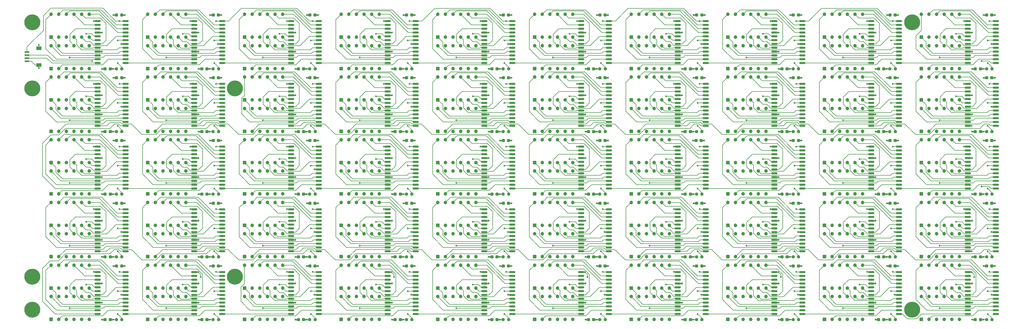
<source format=gbr>
%TF.GenerationSoftware,KiCad,Pcbnew,9.0.3*%
%TF.CreationDate,2025-08-19T04:26:06+03:00*%
%TF.ProjectId,wtf_clock,7774665f-636c-46f6-936b-2e6b69636164,rev?*%
%TF.SameCoordinates,Original*%
%TF.FileFunction,Copper,L4,Bot*%
%TF.FilePolarity,Positive*%
%FSLAX46Y46*%
G04 Gerber Fmt 4.6, Leading zero omitted, Abs format (unit mm)*
G04 Created by KiCad (PCBNEW 9.0.3) date 2025-08-19 04:26:06*
%MOMM*%
%LPD*%
G01*
G04 APERTURE LIST*
G04 Aperture macros list*
%AMRoundRect*
0 Rectangle with rounded corners*
0 $1 Rounding radius*
0 $2 $3 $4 $5 $6 $7 $8 $9 X,Y pos of 4 corners*
0 Add a 4 corners polygon primitive as box body*
4,1,4,$2,$3,$4,$5,$6,$7,$8,$9,$2,$3,0*
0 Add four circle primitives for the rounded corners*
1,1,$1+$1,$2,$3*
1,1,$1+$1,$4,$5*
1,1,$1+$1,$6,$7*
1,1,$1+$1,$8,$9*
0 Add four rect primitives between the rounded corners*
20,1,$1+$1,$2,$3,$4,$5,0*
20,1,$1+$1,$4,$5,$6,$7,0*
20,1,$1+$1,$6,$7,$8,$9,0*
20,1,$1+$1,$8,$9,$2,$3,0*%
G04 Aperture macros list end*
%TA.AperFunction,ComponentPad*%
%ADD10RoundRect,0.250000X-0.350000X-0.350000X0.350000X-0.350000X0.350000X0.350000X-0.350000X0.350000X0*%
%TD*%
%TA.AperFunction,ComponentPad*%
%ADD11C,1.200000*%
%TD*%
%TA.AperFunction,ComponentPad*%
%ADD12C,5.300000*%
%TD*%
%TA.AperFunction,SMDPad,CuDef*%
%ADD13RoundRect,0.150000X-0.875000X-0.150000X0.875000X-0.150000X0.875000X0.150000X-0.875000X0.150000X0*%
%TD*%
%TA.AperFunction,SMDPad,CuDef*%
%ADD14RoundRect,0.237500X0.250000X0.237500X-0.250000X0.237500X-0.250000X-0.237500X0.250000X-0.237500X0*%
%TD*%
%TA.AperFunction,SMDPad,CuDef*%
%ADD15RoundRect,0.237500X-0.300000X-0.237500X0.300000X-0.237500X0.300000X0.237500X-0.300000X0.237500X0*%
%TD*%
%TA.AperFunction,SMDPad,CuDef*%
%ADD16RoundRect,0.237500X0.300000X0.237500X-0.300000X0.237500X-0.300000X-0.237500X0.300000X-0.237500X0*%
%TD*%
%TA.AperFunction,SMDPad,CuDef*%
%ADD17R,1.550000X0.600000*%
%TD*%
%TA.AperFunction,SMDPad,CuDef*%
%ADD18R,1.800000X1.200000*%
%TD*%
%TA.AperFunction,ViaPad*%
%ADD19C,0.600000*%
%TD*%
%TA.AperFunction,Conductor*%
%ADD20C,0.200000*%
%TD*%
%TA.AperFunction,Conductor*%
%ADD21C,0.400000*%
%TD*%
G04 APERTURE END LIST*
D10*
%TO.P,HL12,1,e*%
%TO.N,/Indicator5/seg_e*%
X267350000Y-114010000D03*
D11*
%TO.P,HL12,2,d*%
%TO.N,/Indicator5/seg_d*%
X269890000Y-114010000D03*
%TO.P,HL12,3,DPX*%
%TO.N,/Indicator5/seg_dp*%
X272430000Y-114010000D03*
%TO.P,HL12,4,c*%
%TO.N,/Indicator5/seg_c*%
X274970000Y-114010000D03*
%TO.P,HL12,5,g*%
%TO.N,/Indicator5/seg_g*%
X277510000Y-114010000D03*
%TO.P,HL12,6,CC4*%
%TO.N,/Indicator5/dig_7*%
X280050000Y-114010000D03*
%TO.P,HL12,7,b*%
%TO.N,/Indicator5/seg_b*%
X280050000Y-106390000D03*
%TO.P,HL12,8,CC3*%
%TO.N,/Indicator5/dig_6*%
X277510000Y-106390000D03*
%TO.P,HL12,9,CC2*%
%TO.N,/Indicator5/dig_5*%
X274970000Y-106390000D03*
%TO.P,HL12,10,f*%
%TO.N,/Indicator5/seg_f*%
X272430000Y-106390000D03*
%TO.P,HL12,11,a*%
%TO.N,/Indicator5/seg_a*%
X269890000Y-106390000D03*
%TO.P,HL12,12,CC1*%
%TO.N,/Indicator5/dig_4*%
X267350000Y-106390000D03*
%TD*%
D10*
%TO.P,HL89,1,e*%
%TO.N,/Indicator44/seg_e*%
X235150000Y-187160000D03*
D11*
%TO.P,HL89,2,d*%
%TO.N,/Indicator44/seg_d*%
X237690000Y-187160000D03*
%TO.P,HL89,3,DPX*%
%TO.N,/Indicator44/seg_dp*%
X240230000Y-187160000D03*
%TO.P,HL89,4,c*%
%TO.N,/Indicator44/seg_c*%
X242770000Y-187160000D03*
%TO.P,HL89,5,g*%
%TO.N,/Indicator44/seg_g*%
X245310000Y-187160000D03*
%TO.P,HL89,6,CC4*%
%TO.N,/Indicator44/dig_3*%
X247850000Y-187160000D03*
%TO.P,HL89,7,b*%
%TO.N,/Indicator44/seg_b*%
X247850000Y-179540000D03*
%TO.P,HL89,8,CC3*%
%TO.N,/Indicator44/dig_2*%
X245310000Y-179540000D03*
%TO.P,HL89,9,CC2*%
%TO.N,/Indicator44/dig_1*%
X242770000Y-179540000D03*
%TO.P,HL89,10,f*%
%TO.N,/Indicator44/seg_f*%
X240230000Y-179540000D03*
%TO.P,HL89,11,a*%
%TO.N,/Indicator44/seg_a*%
X237690000Y-179540000D03*
%TO.P,HL89,12,CC1*%
%TO.N,/Indicator44/dig_0*%
X235150000Y-179540000D03*
%TD*%
D10*
%TO.P,HL5,1,e*%
%TO.N,/Indicator2/seg_e*%
X170750000Y-103560000D03*
D11*
%TO.P,HL5,2,d*%
%TO.N,/Indicator2/seg_d*%
X173290000Y-103560000D03*
%TO.P,HL5,3,DPX*%
%TO.N,/Indicator2/seg_dp*%
X175830000Y-103560000D03*
%TO.P,HL5,4,c*%
%TO.N,/Indicator2/seg_c*%
X178370000Y-103560000D03*
%TO.P,HL5,5,g*%
%TO.N,/Indicator2/seg_g*%
X180910000Y-103560000D03*
%TO.P,HL5,6,CC4*%
%TO.N,/Indicator2/dig_3*%
X183450000Y-103560000D03*
%TO.P,HL5,7,b*%
%TO.N,/Indicator2/seg_b*%
X183450000Y-95940000D03*
%TO.P,HL5,8,CC3*%
%TO.N,/Indicator2/dig_2*%
X180910000Y-95940000D03*
%TO.P,HL5,9,CC2*%
%TO.N,/Indicator2/dig_1*%
X178370000Y-95940000D03*
%TO.P,HL5,10,f*%
%TO.N,/Indicator2/seg_f*%
X175830000Y-95940000D03*
%TO.P,HL5,11,a*%
%TO.N,/Indicator2/seg_a*%
X173290000Y-95940000D03*
%TO.P,HL5,12,CC1*%
%TO.N,/Indicator2/dig_0*%
X170750000Y-95940000D03*
%TD*%
D10*
%TO.P,HL62,1,e*%
%TO.N,/Indicator30/seg_e*%
X396150000Y-176710000D03*
D11*
%TO.P,HL62,2,d*%
%TO.N,/Indicator30/seg_d*%
X398690000Y-176710000D03*
%TO.P,HL62,3,DPX*%
%TO.N,/Indicator30/seg_dp*%
X401230000Y-176710000D03*
%TO.P,HL62,4,c*%
%TO.N,/Indicator30/seg_c*%
X403770000Y-176710000D03*
%TO.P,HL62,5,g*%
%TO.N,/Indicator30/seg_g*%
X406310000Y-176710000D03*
%TO.P,HL62,6,CC4*%
%TO.N,/Indicator30/dig_7*%
X408850000Y-176710000D03*
%TO.P,HL62,7,b*%
%TO.N,/Indicator30/seg_b*%
X408850000Y-169090000D03*
%TO.P,HL62,8,CC3*%
%TO.N,/Indicator30/dig_6*%
X406310000Y-169090000D03*
%TO.P,HL62,9,CC2*%
%TO.N,/Indicator30/dig_5*%
X403770000Y-169090000D03*
%TO.P,HL62,10,f*%
%TO.N,/Indicator30/seg_f*%
X401230000Y-169090000D03*
%TO.P,HL62,11,a*%
%TO.N,/Indicator30/seg_a*%
X398690000Y-169090000D03*
%TO.P,HL62,12,CC1*%
%TO.N,/Indicator30/dig_4*%
X396150000Y-169090000D03*
%TD*%
D10*
%TO.P,HL14,1,e*%
%TO.N,/Indicator6/seg_e*%
X299550000Y-114010000D03*
D11*
%TO.P,HL14,2,d*%
%TO.N,/Indicator6/seg_d*%
X302090000Y-114010000D03*
%TO.P,HL14,3,DPX*%
%TO.N,/Indicator6/seg_dp*%
X304630000Y-114010000D03*
%TO.P,HL14,4,c*%
%TO.N,/Indicator6/seg_c*%
X307170000Y-114010000D03*
%TO.P,HL14,5,g*%
%TO.N,/Indicator6/seg_g*%
X309710000Y-114010000D03*
%TO.P,HL14,6,CC4*%
%TO.N,/Indicator6/dig_7*%
X312250000Y-114010000D03*
%TO.P,HL14,7,b*%
%TO.N,/Indicator6/seg_b*%
X312250000Y-106390000D03*
%TO.P,HL14,8,CC3*%
%TO.N,/Indicator6/dig_6*%
X309710000Y-106390000D03*
%TO.P,HL14,9,CC2*%
%TO.N,/Indicator6/dig_5*%
X307170000Y-106390000D03*
%TO.P,HL14,10,f*%
%TO.N,/Indicator6/seg_f*%
X304630000Y-106390000D03*
%TO.P,HL14,11,a*%
%TO.N,/Indicator6/seg_a*%
X302090000Y-106390000D03*
%TO.P,HL14,12,CC1*%
%TO.N,/Indicator6/dig_4*%
X299550000Y-106390000D03*
%TD*%
D10*
%TO.P,HL49,1,e*%
%TO.N,/Indicator24/seg_e*%
X235150000Y-145360000D03*
D11*
%TO.P,HL49,2,d*%
%TO.N,/Indicator24/seg_d*%
X237690000Y-145360000D03*
%TO.P,HL49,3,DPX*%
%TO.N,/Indicator24/seg_dp*%
X240230000Y-145360000D03*
%TO.P,HL49,4,c*%
%TO.N,/Indicator24/seg_c*%
X242770000Y-145360000D03*
%TO.P,HL49,5,g*%
%TO.N,/Indicator24/seg_g*%
X245310000Y-145360000D03*
%TO.P,HL49,6,CC4*%
%TO.N,/Indicator24/dig_3*%
X247850000Y-145360000D03*
%TO.P,HL49,7,b*%
%TO.N,/Indicator24/seg_b*%
X247850000Y-137740000D03*
%TO.P,HL49,8,CC3*%
%TO.N,/Indicator24/dig_2*%
X245310000Y-137740000D03*
%TO.P,HL49,9,CC2*%
%TO.N,/Indicator24/dig_1*%
X242770000Y-137740000D03*
%TO.P,HL49,10,f*%
%TO.N,/Indicator24/seg_f*%
X240230000Y-137740000D03*
%TO.P,HL49,11,a*%
%TO.N,/Indicator24/seg_a*%
X237690000Y-137740000D03*
%TO.P,HL49,12,CC1*%
%TO.N,/Indicator24/dig_0*%
X235150000Y-137740000D03*
%TD*%
D10*
%TO.P,HL93,1,e*%
%TO.N,/Indicator46/seg_e*%
X299550000Y-187160000D03*
D11*
%TO.P,HL93,2,d*%
%TO.N,/Indicator46/seg_d*%
X302090000Y-187160000D03*
%TO.P,HL93,3,DPX*%
%TO.N,/Indicator46/seg_dp*%
X304630000Y-187160000D03*
%TO.P,HL93,4,c*%
%TO.N,/Indicator46/seg_c*%
X307170000Y-187160000D03*
%TO.P,HL93,5,g*%
%TO.N,/Indicator46/seg_g*%
X309710000Y-187160000D03*
%TO.P,HL93,6,CC4*%
%TO.N,/Indicator46/dig_3*%
X312250000Y-187160000D03*
%TO.P,HL93,7,b*%
%TO.N,/Indicator46/seg_b*%
X312250000Y-179540000D03*
%TO.P,HL93,8,CC3*%
%TO.N,/Indicator46/dig_2*%
X309710000Y-179540000D03*
%TO.P,HL93,9,CC2*%
%TO.N,/Indicator46/dig_1*%
X307170000Y-179540000D03*
%TO.P,HL93,10,f*%
%TO.N,/Indicator46/seg_f*%
X304630000Y-179540000D03*
%TO.P,HL93,11,a*%
%TO.N,/Indicator46/seg_a*%
X302090000Y-179540000D03*
%TO.P,HL93,12,CC1*%
%TO.N,/Indicator46/dig_0*%
X299550000Y-179540000D03*
%TD*%
D10*
%TO.P,HL26,1,e*%
%TO.N,/Indicator12/seg_e*%
X331750000Y-134910000D03*
D11*
%TO.P,HL26,2,d*%
%TO.N,/Indicator12/seg_d*%
X334290000Y-134910000D03*
%TO.P,HL26,3,DPX*%
%TO.N,/Indicator12/seg_dp*%
X336830000Y-134910000D03*
%TO.P,HL26,4,c*%
%TO.N,/Indicator12/seg_c*%
X339370000Y-134910000D03*
%TO.P,HL26,5,g*%
%TO.N,/Indicator12/seg_g*%
X341910000Y-134910000D03*
%TO.P,HL26,6,CC4*%
%TO.N,/Indicator12/dig_7*%
X344450000Y-134910000D03*
%TO.P,HL26,7,b*%
%TO.N,/Indicator12/seg_b*%
X344450000Y-127290000D03*
%TO.P,HL26,8,CC3*%
%TO.N,/Indicator12/dig_6*%
X341910000Y-127290000D03*
%TO.P,HL26,9,CC2*%
%TO.N,/Indicator12/dig_5*%
X339370000Y-127290000D03*
%TO.P,HL26,10,f*%
%TO.N,/Indicator12/seg_f*%
X336830000Y-127290000D03*
%TO.P,HL26,11,a*%
%TO.N,/Indicator12/seg_a*%
X334290000Y-127290000D03*
%TO.P,HL26,12,CC1*%
%TO.N,/Indicator12/dig_4*%
X331750000Y-127290000D03*
%TD*%
D10*
%TO.P,HL90,1,e*%
%TO.N,/Indicator44/seg_e*%
X235150000Y-197610000D03*
D11*
%TO.P,HL90,2,d*%
%TO.N,/Indicator44/seg_d*%
X237690000Y-197610000D03*
%TO.P,HL90,3,DPX*%
%TO.N,/Indicator44/seg_dp*%
X240230000Y-197610000D03*
%TO.P,HL90,4,c*%
%TO.N,/Indicator44/seg_c*%
X242770000Y-197610000D03*
%TO.P,HL90,5,g*%
%TO.N,/Indicator44/seg_g*%
X245310000Y-197610000D03*
%TO.P,HL90,6,CC4*%
%TO.N,/Indicator44/dig_7*%
X247850000Y-197610000D03*
%TO.P,HL90,7,b*%
%TO.N,/Indicator44/seg_b*%
X247850000Y-189990000D03*
%TO.P,HL90,8,CC3*%
%TO.N,/Indicator44/dig_6*%
X245310000Y-189990000D03*
%TO.P,HL90,9,CC2*%
%TO.N,/Indicator44/dig_5*%
X242770000Y-189990000D03*
%TO.P,HL90,10,f*%
%TO.N,/Indicator44/seg_f*%
X240230000Y-189990000D03*
%TO.P,HL90,11,a*%
%TO.N,/Indicator44/seg_a*%
X237690000Y-189990000D03*
%TO.P,HL90,12,CC1*%
%TO.N,/Indicator44/dig_4*%
X235150000Y-189990000D03*
%TD*%
D10*
%TO.P,HL97,1,e*%
%TO.N,/Indicator48/seg_e*%
X363950000Y-187160000D03*
D11*
%TO.P,HL97,2,d*%
%TO.N,/Indicator48/seg_d*%
X366490000Y-187160000D03*
%TO.P,HL97,3,DPX*%
%TO.N,/Indicator48/seg_dp*%
X369030000Y-187160000D03*
%TO.P,HL97,4,c*%
%TO.N,/Indicator48/seg_c*%
X371570000Y-187160000D03*
%TO.P,HL97,5,g*%
%TO.N,/Indicator48/seg_g*%
X374110000Y-187160000D03*
%TO.P,HL97,6,CC4*%
%TO.N,/Indicator48/dig_3*%
X376650000Y-187160000D03*
%TO.P,HL97,7,b*%
%TO.N,/Indicator48/seg_b*%
X376650000Y-179540000D03*
%TO.P,HL97,8,CC3*%
%TO.N,/Indicator48/dig_2*%
X374110000Y-179540000D03*
%TO.P,HL97,9,CC2*%
%TO.N,/Indicator48/dig_1*%
X371570000Y-179540000D03*
%TO.P,HL97,10,f*%
%TO.N,/Indicator48/seg_f*%
X369030000Y-179540000D03*
%TO.P,HL97,11,a*%
%TO.N,/Indicator48/seg_a*%
X366490000Y-179540000D03*
%TO.P,HL97,12,CC1*%
%TO.N,/Indicator48/dig_0*%
X363950000Y-179540000D03*
%TD*%
D10*
%TO.P,HL81,1,e*%
%TO.N,/Indicator40/seg_e*%
X106350000Y-187160000D03*
D11*
%TO.P,HL81,2,d*%
%TO.N,/Indicator40/seg_d*%
X108890000Y-187160000D03*
%TO.P,HL81,3,DPX*%
%TO.N,/Indicator40/seg_dp*%
X111430000Y-187160000D03*
%TO.P,HL81,4,c*%
%TO.N,/Indicator40/seg_c*%
X113970000Y-187160000D03*
%TO.P,HL81,5,g*%
%TO.N,/Indicator40/seg_g*%
X116510000Y-187160000D03*
%TO.P,HL81,6,CC4*%
%TO.N,/Indicator40/dig_3*%
X119050000Y-187160000D03*
%TO.P,HL81,7,b*%
%TO.N,/Indicator40/seg_b*%
X119050000Y-179540000D03*
%TO.P,HL81,8,CC3*%
%TO.N,/Indicator40/dig_2*%
X116510000Y-179540000D03*
%TO.P,HL81,9,CC2*%
%TO.N,/Indicator40/dig_1*%
X113970000Y-179540000D03*
%TO.P,HL81,10,f*%
%TO.N,/Indicator40/seg_f*%
X111430000Y-179540000D03*
%TO.P,HL81,11,a*%
%TO.N,/Indicator40/seg_a*%
X108890000Y-179540000D03*
%TO.P,HL81,12,CC1*%
%TO.N,/Indicator40/dig_0*%
X106350000Y-179540000D03*
%TD*%
D10*
%TO.P,HL82,1,e*%
%TO.N,/Indicator40/seg_e*%
X106350000Y-197610000D03*
D11*
%TO.P,HL82,2,d*%
%TO.N,/Indicator40/seg_d*%
X108890000Y-197610000D03*
%TO.P,HL82,3,DPX*%
%TO.N,/Indicator40/seg_dp*%
X111430000Y-197610000D03*
%TO.P,HL82,4,c*%
%TO.N,/Indicator40/seg_c*%
X113970000Y-197610000D03*
%TO.P,HL82,5,g*%
%TO.N,/Indicator40/seg_g*%
X116510000Y-197610000D03*
%TO.P,HL82,6,CC4*%
%TO.N,/Indicator40/dig_7*%
X119050000Y-197610000D03*
%TO.P,HL82,7,b*%
%TO.N,/Indicator40/seg_b*%
X119050000Y-189990000D03*
%TO.P,HL82,8,CC3*%
%TO.N,/Indicator40/dig_6*%
X116510000Y-189990000D03*
%TO.P,HL82,9,CC2*%
%TO.N,/Indicator40/dig_5*%
X113970000Y-189990000D03*
%TO.P,HL82,10,f*%
%TO.N,/Indicator40/seg_f*%
X111430000Y-189990000D03*
%TO.P,HL82,11,a*%
%TO.N,/Indicator40/seg_a*%
X108890000Y-189990000D03*
%TO.P,HL82,12,CC1*%
%TO.N,/Indicator40/dig_4*%
X106350000Y-189990000D03*
%TD*%
D10*
%TO.P,HL6,1,e*%
%TO.N,/Indicator2/seg_e*%
X170750000Y-114010000D03*
D11*
%TO.P,HL6,2,d*%
%TO.N,/Indicator2/seg_d*%
X173290000Y-114010000D03*
%TO.P,HL6,3,DPX*%
%TO.N,/Indicator2/seg_dp*%
X175830000Y-114010000D03*
%TO.P,HL6,4,c*%
%TO.N,/Indicator2/seg_c*%
X178370000Y-114010000D03*
%TO.P,HL6,5,g*%
%TO.N,/Indicator2/seg_g*%
X180910000Y-114010000D03*
%TO.P,HL6,6,CC4*%
%TO.N,/Indicator2/dig_7*%
X183450000Y-114010000D03*
%TO.P,HL6,7,b*%
%TO.N,/Indicator2/seg_b*%
X183450000Y-106390000D03*
%TO.P,HL6,8,CC3*%
%TO.N,/Indicator2/dig_6*%
X180910000Y-106390000D03*
%TO.P,HL6,9,CC2*%
%TO.N,/Indicator2/dig_5*%
X178370000Y-106390000D03*
%TO.P,HL6,10,f*%
%TO.N,/Indicator2/seg_f*%
X175830000Y-106390000D03*
%TO.P,HL6,11,a*%
%TO.N,/Indicator2/seg_a*%
X173290000Y-106390000D03*
%TO.P,HL6,12,CC1*%
%TO.N,/Indicator2/dig_4*%
X170750000Y-106390000D03*
%TD*%
D10*
%TO.P,HL73,1,e*%
%TO.N,/Indicator36/seg_e*%
X202950000Y-166260000D03*
D11*
%TO.P,HL73,2,d*%
%TO.N,/Indicator36/seg_d*%
X205490000Y-166260000D03*
%TO.P,HL73,3,DPX*%
%TO.N,/Indicator36/seg_dp*%
X208030000Y-166260000D03*
%TO.P,HL73,4,c*%
%TO.N,/Indicator36/seg_c*%
X210570000Y-166260000D03*
%TO.P,HL73,5,g*%
%TO.N,/Indicator36/seg_g*%
X213110000Y-166260000D03*
%TO.P,HL73,6,CC4*%
%TO.N,/Indicator36/dig_3*%
X215650000Y-166260000D03*
%TO.P,HL73,7,b*%
%TO.N,/Indicator36/seg_b*%
X215650000Y-158640000D03*
%TO.P,HL73,8,CC3*%
%TO.N,/Indicator36/dig_2*%
X213110000Y-158640000D03*
%TO.P,HL73,9,CC2*%
%TO.N,/Indicator36/dig_1*%
X210570000Y-158640000D03*
%TO.P,HL73,10,f*%
%TO.N,/Indicator36/seg_f*%
X208030000Y-158640000D03*
%TO.P,HL73,11,a*%
%TO.N,/Indicator36/seg_a*%
X205490000Y-158640000D03*
%TO.P,HL73,12,CC1*%
%TO.N,/Indicator36/dig_0*%
X202950000Y-158640000D03*
%TD*%
D10*
%TO.P,HL48,1,e*%
%TO.N,/Indicator23/seg_e*%
X202950000Y-155810000D03*
D11*
%TO.P,HL48,2,d*%
%TO.N,/Indicator23/seg_d*%
X205490000Y-155810000D03*
%TO.P,HL48,3,DPX*%
%TO.N,/Indicator23/seg_dp*%
X208030000Y-155810000D03*
%TO.P,HL48,4,c*%
%TO.N,/Indicator23/seg_c*%
X210570000Y-155810000D03*
%TO.P,HL48,5,g*%
%TO.N,/Indicator23/seg_g*%
X213110000Y-155810000D03*
%TO.P,HL48,6,CC4*%
%TO.N,/Indicator23/dig_7*%
X215650000Y-155810000D03*
%TO.P,HL48,7,b*%
%TO.N,/Indicator23/seg_b*%
X215650000Y-148190000D03*
%TO.P,HL48,8,CC3*%
%TO.N,/Indicator23/dig_6*%
X213110000Y-148190000D03*
%TO.P,HL48,9,CC2*%
%TO.N,/Indicator23/dig_5*%
X210570000Y-148190000D03*
%TO.P,HL48,10,f*%
%TO.N,/Indicator23/seg_f*%
X208030000Y-148190000D03*
%TO.P,HL48,11,a*%
%TO.N,/Indicator23/seg_a*%
X205490000Y-148190000D03*
%TO.P,HL48,12,CC1*%
%TO.N,/Indicator23/dig_4*%
X202950000Y-148190000D03*
%TD*%
D10*
%TO.P,HL96,1,e*%
%TO.N,/Indicator47/seg_e*%
X331750000Y-197610000D03*
D11*
%TO.P,HL96,2,d*%
%TO.N,/Indicator47/seg_d*%
X334290000Y-197610000D03*
%TO.P,HL96,3,DPX*%
%TO.N,/Indicator47/seg_dp*%
X336830000Y-197610000D03*
%TO.P,HL96,4,c*%
%TO.N,/Indicator47/seg_c*%
X339370000Y-197610000D03*
%TO.P,HL96,5,g*%
%TO.N,/Indicator47/seg_g*%
X341910000Y-197610000D03*
%TO.P,HL96,6,CC4*%
%TO.N,/Indicator47/dig_7*%
X344450000Y-197610000D03*
%TO.P,HL96,7,b*%
%TO.N,/Indicator47/seg_b*%
X344450000Y-189990000D03*
%TO.P,HL96,8,CC3*%
%TO.N,/Indicator47/dig_6*%
X341910000Y-189990000D03*
%TO.P,HL96,9,CC2*%
%TO.N,/Indicator47/dig_5*%
X339370000Y-189990000D03*
%TO.P,HL96,10,f*%
%TO.N,/Indicator47/seg_f*%
X336830000Y-189990000D03*
%TO.P,HL96,11,a*%
%TO.N,/Indicator47/seg_a*%
X334290000Y-189990000D03*
%TO.P,HL96,12,CC1*%
%TO.N,/Indicator47/dig_4*%
X331750000Y-189990000D03*
%TD*%
D10*
%TO.P,HL65,1,e*%
%TO.N,/Indicator32/seg_e*%
X331750000Y-166260000D03*
D11*
%TO.P,HL65,2,d*%
%TO.N,/Indicator32/seg_d*%
X334290000Y-166260000D03*
%TO.P,HL65,3,DPX*%
%TO.N,/Indicator32/seg_dp*%
X336830000Y-166260000D03*
%TO.P,HL65,4,c*%
%TO.N,/Indicator32/seg_c*%
X339370000Y-166260000D03*
%TO.P,HL65,5,g*%
%TO.N,/Indicator32/seg_g*%
X341910000Y-166260000D03*
%TO.P,HL65,6,CC4*%
%TO.N,/Indicator32/dig_3*%
X344450000Y-166260000D03*
%TO.P,HL65,7,b*%
%TO.N,/Indicator32/seg_b*%
X344450000Y-158640000D03*
%TO.P,HL65,8,CC3*%
%TO.N,/Indicator32/dig_2*%
X341910000Y-158640000D03*
%TO.P,HL65,9,CC2*%
%TO.N,/Indicator32/dig_1*%
X339370000Y-158640000D03*
%TO.P,HL65,10,f*%
%TO.N,/Indicator32/seg_f*%
X336830000Y-158640000D03*
%TO.P,HL65,11,a*%
%TO.N,/Indicator32/seg_a*%
X334290000Y-158640000D03*
%TO.P,HL65,12,CC1*%
%TO.N,/Indicator32/dig_0*%
X331750000Y-158640000D03*
%TD*%
D10*
%TO.P,HL76,1,e*%
%TO.N,/Indicator37/seg_e*%
X170750000Y-176710000D03*
D11*
%TO.P,HL76,2,d*%
%TO.N,/Indicator37/seg_d*%
X173290000Y-176710000D03*
%TO.P,HL76,3,DPX*%
%TO.N,/Indicator37/seg_dp*%
X175830000Y-176710000D03*
%TO.P,HL76,4,c*%
%TO.N,/Indicator37/seg_c*%
X178370000Y-176710000D03*
%TO.P,HL76,5,g*%
%TO.N,/Indicator37/seg_g*%
X180910000Y-176710000D03*
%TO.P,HL76,6,CC4*%
%TO.N,/Indicator37/dig_7*%
X183450000Y-176710000D03*
%TO.P,HL76,7,b*%
%TO.N,/Indicator37/seg_b*%
X183450000Y-169090000D03*
%TO.P,HL76,8,CC3*%
%TO.N,/Indicator37/dig_6*%
X180910000Y-169090000D03*
%TO.P,HL76,9,CC2*%
%TO.N,/Indicator37/dig_5*%
X178370000Y-169090000D03*
%TO.P,HL76,10,f*%
%TO.N,/Indicator37/seg_f*%
X175830000Y-169090000D03*
%TO.P,HL76,11,a*%
%TO.N,/Indicator37/seg_a*%
X173290000Y-169090000D03*
%TO.P,HL76,12,CC1*%
%TO.N,/Indicator37/dig_4*%
X170750000Y-169090000D03*
%TD*%
D10*
%TO.P,HL10,1,e*%
%TO.N,/Indicator4/seg_e*%
X235150000Y-114010000D03*
D11*
%TO.P,HL10,2,d*%
%TO.N,/Indicator4/seg_d*%
X237690000Y-114010000D03*
%TO.P,HL10,3,DPX*%
%TO.N,/Indicator4/seg_dp*%
X240230000Y-114010000D03*
%TO.P,HL10,4,c*%
%TO.N,/Indicator4/seg_c*%
X242770000Y-114010000D03*
%TO.P,HL10,5,g*%
%TO.N,/Indicator4/seg_g*%
X245310000Y-114010000D03*
%TO.P,HL10,6,CC4*%
%TO.N,/Indicator4/dig_7*%
X247850000Y-114010000D03*
%TO.P,HL10,7,b*%
%TO.N,/Indicator4/seg_b*%
X247850000Y-106390000D03*
%TO.P,HL10,8,CC3*%
%TO.N,/Indicator4/dig_6*%
X245310000Y-106390000D03*
%TO.P,HL10,9,CC2*%
%TO.N,/Indicator4/dig_5*%
X242770000Y-106390000D03*
%TO.P,HL10,10,f*%
%TO.N,/Indicator4/seg_f*%
X240230000Y-106390000D03*
%TO.P,HL10,11,a*%
%TO.N,/Indicator4/seg_a*%
X237690000Y-106390000D03*
%TO.P,HL10,12,CC1*%
%TO.N,/Indicator4/dig_4*%
X235150000Y-106390000D03*
%TD*%
D10*
%TO.P,HL35,1,e*%
%TO.N,/Indicator17/seg_e*%
X170750000Y-124460000D03*
D11*
%TO.P,HL35,2,d*%
%TO.N,/Indicator17/seg_d*%
X173290000Y-124460000D03*
%TO.P,HL35,3,DPX*%
%TO.N,/Indicator17/seg_dp*%
X175830000Y-124460000D03*
%TO.P,HL35,4,c*%
%TO.N,/Indicator17/seg_c*%
X178370000Y-124460000D03*
%TO.P,HL35,5,g*%
%TO.N,/Indicator17/seg_g*%
X180910000Y-124460000D03*
%TO.P,HL35,6,CC4*%
%TO.N,/Indicator17/dig_3*%
X183450000Y-124460000D03*
%TO.P,HL35,7,b*%
%TO.N,/Indicator17/seg_b*%
X183450000Y-116840000D03*
%TO.P,HL35,8,CC3*%
%TO.N,/Indicator17/dig_2*%
X180910000Y-116840000D03*
%TO.P,HL35,9,CC2*%
%TO.N,/Indicator17/dig_1*%
X178370000Y-116840000D03*
%TO.P,HL35,10,f*%
%TO.N,/Indicator17/seg_f*%
X175830000Y-116840000D03*
%TO.P,HL35,11,a*%
%TO.N,/Indicator17/seg_a*%
X173290000Y-116840000D03*
%TO.P,HL35,12,CC1*%
%TO.N,/Indicator17/dig_0*%
X170750000Y-116840000D03*
%TD*%
D10*
%TO.P,HL75,1,e*%
%TO.N,/Indicator37/seg_e*%
X170750000Y-166260000D03*
D11*
%TO.P,HL75,2,d*%
%TO.N,/Indicator37/seg_d*%
X173290000Y-166260000D03*
%TO.P,HL75,3,DPX*%
%TO.N,/Indicator37/seg_dp*%
X175830000Y-166260000D03*
%TO.P,HL75,4,c*%
%TO.N,/Indicator37/seg_c*%
X178370000Y-166260000D03*
%TO.P,HL75,5,g*%
%TO.N,/Indicator37/seg_g*%
X180910000Y-166260000D03*
%TO.P,HL75,6,CC4*%
%TO.N,/Indicator37/dig_3*%
X183450000Y-166260000D03*
%TO.P,HL75,7,b*%
%TO.N,/Indicator37/seg_b*%
X183450000Y-158640000D03*
%TO.P,HL75,8,CC3*%
%TO.N,/Indicator37/dig_2*%
X180910000Y-158640000D03*
%TO.P,HL75,9,CC2*%
%TO.N,/Indicator37/dig_1*%
X178370000Y-158640000D03*
%TO.P,HL75,10,f*%
%TO.N,/Indicator37/seg_f*%
X175830000Y-158640000D03*
%TO.P,HL75,11,a*%
%TO.N,/Indicator37/seg_a*%
X173290000Y-158640000D03*
%TO.P,HL75,12,CC1*%
%TO.N,/Indicator37/dig_0*%
X170750000Y-158640000D03*
%TD*%
D10*
%TO.P,HL39,1,e*%
%TO.N,/Indicator19/seg_e*%
X106350000Y-124460000D03*
D11*
%TO.P,HL39,2,d*%
%TO.N,/Indicator19/seg_d*%
X108890000Y-124460000D03*
%TO.P,HL39,3,DPX*%
%TO.N,/Indicator19/seg_dp*%
X111430000Y-124460000D03*
%TO.P,HL39,4,c*%
%TO.N,/Indicator19/seg_c*%
X113970000Y-124460000D03*
%TO.P,HL39,5,g*%
%TO.N,/Indicator19/seg_g*%
X116510000Y-124460000D03*
%TO.P,HL39,6,CC4*%
%TO.N,/Indicator19/dig_3*%
X119050000Y-124460000D03*
%TO.P,HL39,7,b*%
%TO.N,/Indicator19/seg_b*%
X119050000Y-116840000D03*
%TO.P,HL39,8,CC3*%
%TO.N,/Indicator19/dig_2*%
X116510000Y-116840000D03*
%TO.P,HL39,9,CC2*%
%TO.N,/Indicator19/dig_1*%
X113970000Y-116840000D03*
%TO.P,HL39,10,f*%
%TO.N,/Indicator19/seg_f*%
X111430000Y-116840000D03*
%TO.P,HL39,11,a*%
%TO.N,/Indicator19/seg_a*%
X108890000Y-116840000D03*
%TO.P,HL39,12,CC1*%
%TO.N,/Indicator19/dig_0*%
X106350000Y-116840000D03*
%TD*%
D12*
%TO.P,M7,1,1*%
%TO.N,GND*%
X100100000Y-98650000D03*
%TD*%
D10*
%TO.P,HL69,1,e*%
%TO.N,/Indicator34/seg_e*%
X267350000Y-166260000D03*
D11*
%TO.P,HL69,2,d*%
%TO.N,/Indicator34/seg_d*%
X269890000Y-166260000D03*
%TO.P,HL69,3,DPX*%
%TO.N,/Indicator34/seg_dp*%
X272430000Y-166260000D03*
%TO.P,HL69,4,c*%
%TO.N,/Indicator34/seg_c*%
X274970000Y-166260000D03*
%TO.P,HL69,5,g*%
%TO.N,/Indicator34/seg_g*%
X277510000Y-166260000D03*
%TO.P,HL69,6,CC4*%
%TO.N,/Indicator34/dig_3*%
X280050000Y-166260000D03*
%TO.P,HL69,7,b*%
%TO.N,/Indicator34/seg_b*%
X280050000Y-158640000D03*
%TO.P,HL69,8,CC3*%
%TO.N,/Indicator34/dig_2*%
X277510000Y-158640000D03*
%TO.P,HL69,9,CC2*%
%TO.N,/Indicator34/dig_1*%
X274970000Y-158640000D03*
%TO.P,HL69,10,f*%
%TO.N,/Indicator34/seg_f*%
X272430000Y-158640000D03*
%TO.P,HL69,11,a*%
%TO.N,/Indicator34/seg_a*%
X269890000Y-158640000D03*
%TO.P,HL69,12,CC1*%
%TO.N,/Indicator34/dig_0*%
X267350000Y-158640000D03*
%TD*%
D10*
%TO.P,HL23,1,e*%
%TO.N,/Indicator11/seg_e*%
X363950000Y-124460000D03*
D11*
%TO.P,HL23,2,d*%
%TO.N,/Indicator11/seg_d*%
X366490000Y-124460000D03*
%TO.P,HL23,3,DPX*%
%TO.N,/Indicator11/seg_dp*%
X369030000Y-124460000D03*
%TO.P,HL23,4,c*%
%TO.N,/Indicator11/seg_c*%
X371570000Y-124460000D03*
%TO.P,HL23,5,g*%
%TO.N,/Indicator11/seg_g*%
X374110000Y-124460000D03*
%TO.P,HL23,6,CC4*%
%TO.N,/Indicator11/dig_3*%
X376650000Y-124460000D03*
%TO.P,HL23,7,b*%
%TO.N,/Indicator11/seg_b*%
X376650000Y-116840000D03*
%TO.P,HL23,8,CC3*%
%TO.N,/Indicator11/dig_2*%
X374110000Y-116840000D03*
%TO.P,HL23,9,CC2*%
%TO.N,/Indicator11/dig_1*%
X371570000Y-116840000D03*
%TO.P,HL23,10,f*%
%TO.N,/Indicator11/seg_f*%
X369030000Y-116840000D03*
%TO.P,HL23,11,a*%
%TO.N,/Indicator11/seg_a*%
X366490000Y-116840000D03*
%TO.P,HL23,12,CC1*%
%TO.N,/Indicator11/dig_0*%
X363950000Y-116840000D03*
%TD*%
D10*
%TO.P,HL99,1,e*%
%TO.N,/Indicator49/seg_e*%
X396150000Y-187160000D03*
D11*
%TO.P,HL99,2,d*%
%TO.N,/Indicator49/seg_d*%
X398690000Y-187160000D03*
%TO.P,HL99,3,DPX*%
%TO.N,/Indicator49/seg_dp*%
X401230000Y-187160000D03*
%TO.P,HL99,4,c*%
%TO.N,/Indicator49/seg_c*%
X403770000Y-187160000D03*
%TO.P,HL99,5,g*%
%TO.N,/Indicator49/seg_g*%
X406310000Y-187160000D03*
%TO.P,HL99,6,CC4*%
%TO.N,/Indicator49/dig_3*%
X408850000Y-187160000D03*
%TO.P,HL99,7,b*%
%TO.N,/Indicator49/seg_b*%
X408850000Y-179540000D03*
%TO.P,HL99,8,CC3*%
%TO.N,/Indicator49/dig_2*%
X406310000Y-179540000D03*
%TO.P,HL99,9,CC2*%
%TO.N,/Indicator49/dig_1*%
X403770000Y-179540000D03*
%TO.P,HL99,10,f*%
%TO.N,/Indicator49/seg_f*%
X401230000Y-179540000D03*
%TO.P,HL99,11,a*%
%TO.N,/Indicator49/seg_a*%
X398690000Y-179540000D03*
%TO.P,HL99,12,CC1*%
%TO.N,/Indicator49/dig_0*%
X396150000Y-179540000D03*
%TD*%
D10*
%TO.P,HL22,1,e*%
%TO.N,/Indicator10/seg_e*%
X396150000Y-134910000D03*
D11*
%TO.P,HL22,2,d*%
%TO.N,/Indicator10/seg_d*%
X398690000Y-134910000D03*
%TO.P,HL22,3,DPX*%
%TO.N,/Indicator10/seg_dp*%
X401230000Y-134910000D03*
%TO.P,HL22,4,c*%
%TO.N,/Indicator10/seg_c*%
X403770000Y-134910000D03*
%TO.P,HL22,5,g*%
%TO.N,/Indicator10/seg_g*%
X406310000Y-134910000D03*
%TO.P,HL22,6,CC4*%
%TO.N,/Indicator10/dig_7*%
X408850000Y-134910000D03*
%TO.P,HL22,7,b*%
%TO.N,/Indicator10/seg_b*%
X408850000Y-127290000D03*
%TO.P,HL22,8,CC3*%
%TO.N,/Indicator10/dig_6*%
X406310000Y-127290000D03*
%TO.P,HL22,9,CC2*%
%TO.N,/Indicator10/dig_5*%
X403770000Y-127290000D03*
%TO.P,HL22,10,f*%
%TO.N,/Indicator10/seg_f*%
X401230000Y-127290000D03*
%TO.P,HL22,11,a*%
%TO.N,/Indicator10/seg_a*%
X398690000Y-127290000D03*
%TO.P,HL22,12,CC1*%
%TO.N,/Indicator10/dig_4*%
X396150000Y-127290000D03*
%TD*%
D12*
%TO.P,M8,1,1*%
%TO.N,GND*%
X393100000Y-98650000D03*
%TD*%
D10*
%TO.P,HL52,1,e*%
%TO.N,/Indicator25/seg_e*%
X267350000Y-155810000D03*
D11*
%TO.P,HL52,2,d*%
%TO.N,/Indicator25/seg_d*%
X269890000Y-155810000D03*
%TO.P,HL52,3,DPX*%
%TO.N,/Indicator25/seg_dp*%
X272430000Y-155810000D03*
%TO.P,HL52,4,c*%
%TO.N,/Indicator25/seg_c*%
X274970000Y-155810000D03*
%TO.P,HL52,5,g*%
%TO.N,/Indicator25/seg_g*%
X277510000Y-155810000D03*
%TO.P,HL52,6,CC4*%
%TO.N,/Indicator25/dig_7*%
X280050000Y-155810000D03*
%TO.P,HL52,7,b*%
%TO.N,/Indicator25/seg_b*%
X280050000Y-148190000D03*
%TO.P,HL52,8,CC3*%
%TO.N,/Indicator25/dig_6*%
X277510000Y-148190000D03*
%TO.P,HL52,9,CC2*%
%TO.N,/Indicator25/dig_5*%
X274970000Y-148190000D03*
%TO.P,HL52,10,f*%
%TO.N,/Indicator25/seg_f*%
X272430000Y-148190000D03*
%TO.P,HL52,11,a*%
%TO.N,/Indicator25/seg_a*%
X269890000Y-148190000D03*
%TO.P,HL52,12,CC1*%
%TO.N,/Indicator25/dig_4*%
X267350000Y-148190000D03*
%TD*%
D10*
%TO.P,HL71,1,e*%
%TO.N,/Indicator35/seg_e*%
X235150000Y-166260000D03*
D11*
%TO.P,HL71,2,d*%
%TO.N,/Indicator35/seg_d*%
X237690000Y-166260000D03*
%TO.P,HL71,3,DPX*%
%TO.N,/Indicator35/seg_dp*%
X240230000Y-166260000D03*
%TO.P,HL71,4,c*%
%TO.N,/Indicator35/seg_c*%
X242770000Y-166260000D03*
%TO.P,HL71,5,g*%
%TO.N,/Indicator35/seg_g*%
X245310000Y-166260000D03*
%TO.P,HL71,6,CC4*%
%TO.N,/Indicator35/dig_3*%
X247850000Y-166260000D03*
%TO.P,HL71,7,b*%
%TO.N,/Indicator35/seg_b*%
X247850000Y-158640000D03*
%TO.P,HL71,8,CC3*%
%TO.N,/Indicator35/dig_2*%
X245310000Y-158640000D03*
%TO.P,HL71,9,CC2*%
%TO.N,/Indicator35/dig_1*%
X242770000Y-158640000D03*
%TO.P,HL71,10,f*%
%TO.N,/Indicator35/seg_f*%
X240230000Y-158640000D03*
%TO.P,HL71,11,a*%
%TO.N,/Indicator35/seg_a*%
X237690000Y-158640000D03*
%TO.P,HL71,12,CC1*%
%TO.N,/Indicator35/dig_0*%
X235150000Y-158640000D03*
%TD*%
D10*
%TO.P,HL33,1,e*%
%TO.N,/Indicator16/seg_e*%
X202950000Y-124460000D03*
D11*
%TO.P,HL33,2,d*%
%TO.N,/Indicator16/seg_d*%
X205490000Y-124460000D03*
%TO.P,HL33,3,DPX*%
%TO.N,/Indicator16/seg_dp*%
X208030000Y-124460000D03*
%TO.P,HL33,4,c*%
%TO.N,/Indicator16/seg_c*%
X210570000Y-124460000D03*
%TO.P,HL33,5,g*%
%TO.N,/Indicator16/seg_g*%
X213110000Y-124460000D03*
%TO.P,HL33,6,CC4*%
%TO.N,/Indicator16/dig_3*%
X215650000Y-124460000D03*
%TO.P,HL33,7,b*%
%TO.N,/Indicator16/seg_b*%
X215650000Y-116840000D03*
%TO.P,HL33,8,CC3*%
%TO.N,/Indicator16/dig_2*%
X213110000Y-116840000D03*
%TO.P,HL33,9,CC2*%
%TO.N,/Indicator16/dig_1*%
X210570000Y-116840000D03*
%TO.P,HL33,10,f*%
%TO.N,/Indicator16/seg_f*%
X208030000Y-116840000D03*
%TO.P,HL33,11,a*%
%TO.N,/Indicator16/seg_a*%
X205490000Y-116840000D03*
%TO.P,HL33,12,CC1*%
%TO.N,/Indicator16/dig_0*%
X202950000Y-116840000D03*
%TD*%
D10*
%TO.P,HL80,1,e*%
%TO.N,/Indicator39/seg_e*%
X106350000Y-176710000D03*
D11*
%TO.P,HL80,2,d*%
%TO.N,/Indicator39/seg_d*%
X108890000Y-176710000D03*
%TO.P,HL80,3,DPX*%
%TO.N,/Indicator39/seg_dp*%
X111430000Y-176710000D03*
%TO.P,HL80,4,c*%
%TO.N,/Indicator39/seg_c*%
X113970000Y-176710000D03*
%TO.P,HL80,5,g*%
%TO.N,/Indicator39/seg_g*%
X116510000Y-176710000D03*
%TO.P,HL80,6,CC4*%
%TO.N,/Indicator39/dig_7*%
X119050000Y-176710000D03*
%TO.P,HL80,7,b*%
%TO.N,/Indicator39/seg_b*%
X119050000Y-169090000D03*
%TO.P,HL80,8,CC3*%
%TO.N,/Indicator39/dig_6*%
X116510000Y-169090000D03*
%TO.P,HL80,9,CC2*%
%TO.N,/Indicator39/dig_5*%
X113970000Y-169090000D03*
%TO.P,HL80,10,f*%
%TO.N,/Indicator39/seg_f*%
X111430000Y-169090000D03*
%TO.P,HL80,11,a*%
%TO.N,/Indicator39/seg_a*%
X108890000Y-169090000D03*
%TO.P,HL80,12,CC1*%
%TO.N,/Indicator39/dig_4*%
X106350000Y-169090000D03*
%TD*%
D10*
%TO.P,HL16,1,e*%
%TO.N,/Indicator7/seg_e*%
X331750000Y-114010000D03*
D11*
%TO.P,HL16,2,d*%
%TO.N,/Indicator7/seg_d*%
X334290000Y-114010000D03*
%TO.P,HL16,3,DPX*%
%TO.N,/Indicator7/seg_dp*%
X336830000Y-114010000D03*
%TO.P,HL16,4,c*%
%TO.N,/Indicator7/seg_c*%
X339370000Y-114010000D03*
%TO.P,HL16,5,g*%
%TO.N,/Indicator7/seg_g*%
X341910000Y-114010000D03*
%TO.P,HL16,6,CC4*%
%TO.N,/Indicator7/dig_7*%
X344450000Y-114010000D03*
%TO.P,HL16,7,b*%
%TO.N,/Indicator7/seg_b*%
X344450000Y-106390000D03*
%TO.P,HL16,8,CC3*%
%TO.N,/Indicator7/dig_6*%
X341910000Y-106390000D03*
%TO.P,HL16,9,CC2*%
%TO.N,/Indicator7/dig_5*%
X339370000Y-106390000D03*
%TO.P,HL16,10,f*%
%TO.N,/Indicator7/seg_f*%
X336830000Y-106390000D03*
%TO.P,HL16,11,a*%
%TO.N,/Indicator7/seg_a*%
X334290000Y-106390000D03*
%TO.P,HL16,12,CC1*%
%TO.N,/Indicator7/dig_4*%
X331750000Y-106390000D03*
%TD*%
D10*
%TO.P,HL88,1,e*%
%TO.N,/Indicator43/seg_e*%
X202950000Y-197610000D03*
D11*
%TO.P,HL88,2,d*%
%TO.N,/Indicator43/seg_d*%
X205490000Y-197610000D03*
%TO.P,HL88,3,DPX*%
%TO.N,/Indicator43/seg_dp*%
X208030000Y-197610000D03*
%TO.P,HL88,4,c*%
%TO.N,/Indicator43/seg_c*%
X210570000Y-197610000D03*
%TO.P,HL88,5,g*%
%TO.N,/Indicator43/seg_g*%
X213110000Y-197610000D03*
%TO.P,HL88,6,CC4*%
%TO.N,/Indicator43/dig_7*%
X215650000Y-197610000D03*
%TO.P,HL88,7,b*%
%TO.N,/Indicator43/seg_b*%
X215650000Y-189990000D03*
%TO.P,HL88,8,CC3*%
%TO.N,/Indicator43/dig_6*%
X213110000Y-189990000D03*
%TO.P,HL88,9,CC2*%
%TO.N,/Indicator43/dig_5*%
X210570000Y-189990000D03*
%TO.P,HL88,10,f*%
%TO.N,/Indicator43/seg_f*%
X208030000Y-189990000D03*
%TO.P,HL88,11,a*%
%TO.N,/Indicator43/seg_a*%
X205490000Y-189990000D03*
%TO.P,HL88,12,CC1*%
%TO.N,/Indicator43/dig_4*%
X202950000Y-189990000D03*
%TD*%
D10*
%TO.P,HL43,1,e*%
%TO.N,/Indicator21/seg_e*%
X138550000Y-145360000D03*
D11*
%TO.P,HL43,2,d*%
%TO.N,/Indicator21/seg_d*%
X141090000Y-145360000D03*
%TO.P,HL43,3,DPX*%
%TO.N,/Indicator21/seg_dp*%
X143630000Y-145360000D03*
%TO.P,HL43,4,c*%
%TO.N,/Indicator21/seg_c*%
X146170000Y-145360000D03*
%TO.P,HL43,5,g*%
%TO.N,/Indicator21/seg_g*%
X148710000Y-145360000D03*
%TO.P,HL43,6,CC4*%
%TO.N,/Indicator21/dig_3*%
X151250000Y-145360000D03*
%TO.P,HL43,7,b*%
%TO.N,/Indicator21/seg_b*%
X151250000Y-137740000D03*
%TO.P,HL43,8,CC3*%
%TO.N,/Indicator21/dig_2*%
X148710000Y-137740000D03*
%TO.P,HL43,9,CC2*%
%TO.N,/Indicator21/dig_1*%
X146170000Y-137740000D03*
%TO.P,HL43,10,f*%
%TO.N,/Indicator21/seg_f*%
X143630000Y-137740000D03*
%TO.P,HL43,11,a*%
%TO.N,/Indicator21/seg_a*%
X141090000Y-137740000D03*
%TO.P,HL43,12,CC1*%
%TO.N,/Indicator21/dig_0*%
X138550000Y-137740000D03*
%TD*%
D10*
%TO.P,HL28,1,e*%
%TO.N,/Indicator13/seg_e*%
X299550000Y-134910000D03*
D11*
%TO.P,HL28,2,d*%
%TO.N,/Indicator13/seg_d*%
X302090000Y-134910000D03*
%TO.P,HL28,3,DPX*%
%TO.N,/Indicator13/seg_dp*%
X304630000Y-134910000D03*
%TO.P,HL28,4,c*%
%TO.N,/Indicator13/seg_c*%
X307170000Y-134910000D03*
%TO.P,HL28,5,g*%
%TO.N,/Indicator13/seg_g*%
X309710000Y-134910000D03*
%TO.P,HL28,6,CC4*%
%TO.N,/Indicator13/dig_7*%
X312250000Y-134910000D03*
%TO.P,HL28,7,b*%
%TO.N,/Indicator13/seg_b*%
X312250000Y-127290000D03*
%TO.P,HL28,8,CC3*%
%TO.N,/Indicator13/dig_6*%
X309710000Y-127290000D03*
%TO.P,HL28,9,CC2*%
%TO.N,/Indicator13/dig_5*%
X307170000Y-127290000D03*
%TO.P,HL28,10,f*%
%TO.N,/Indicator13/seg_f*%
X304630000Y-127290000D03*
%TO.P,HL28,11,a*%
%TO.N,/Indicator13/seg_a*%
X302090000Y-127290000D03*
%TO.P,HL28,12,CC1*%
%TO.N,/Indicator13/dig_4*%
X299550000Y-127290000D03*
%TD*%
D12*
%TO.P,M2,1,1*%
%TO.N,GND*%
X167600000Y-120650000D03*
%TD*%
D10*
%TO.P,HL18,1,e*%
%TO.N,/Indicator8/seg_e*%
X363950000Y-114010000D03*
D11*
%TO.P,HL18,2,d*%
%TO.N,/Indicator8/seg_d*%
X366490000Y-114010000D03*
%TO.P,HL18,3,DPX*%
%TO.N,/Indicator8/seg_dp*%
X369030000Y-114010000D03*
%TO.P,HL18,4,c*%
%TO.N,/Indicator8/seg_c*%
X371570000Y-114010000D03*
%TO.P,HL18,5,g*%
%TO.N,/Indicator8/seg_g*%
X374110000Y-114010000D03*
%TO.P,HL18,6,CC4*%
%TO.N,/Indicator8/dig_7*%
X376650000Y-114010000D03*
%TO.P,HL18,7,b*%
%TO.N,/Indicator8/seg_b*%
X376650000Y-106390000D03*
%TO.P,HL18,8,CC3*%
%TO.N,/Indicator8/dig_6*%
X374110000Y-106390000D03*
%TO.P,HL18,9,CC2*%
%TO.N,/Indicator8/dig_5*%
X371570000Y-106390000D03*
%TO.P,HL18,10,f*%
%TO.N,/Indicator8/seg_f*%
X369030000Y-106390000D03*
%TO.P,HL18,11,a*%
%TO.N,/Indicator8/seg_a*%
X366490000Y-106390000D03*
%TO.P,HL18,12,CC1*%
%TO.N,/Indicator8/dig_4*%
X363950000Y-106390000D03*
%TD*%
D10*
%TO.P,HL4,1,e*%
%TO.N,/Indicator1/seg_e*%
X138550000Y-114010000D03*
D11*
%TO.P,HL4,2,d*%
%TO.N,/Indicator1/seg_d*%
X141090000Y-114010000D03*
%TO.P,HL4,3,DPX*%
%TO.N,/Indicator1/seg_dp*%
X143630000Y-114010000D03*
%TO.P,HL4,4,c*%
%TO.N,/Indicator1/seg_c*%
X146170000Y-114010000D03*
%TO.P,HL4,5,g*%
%TO.N,/Indicator1/seg_g*%
X148710000Y-114010000D03*
%TO.P,HL4,6,CC4*%
%TO.N,/Indicator1/dig_7*%
X151250000Y-114010000D03*
%TO.P,HL4,7,b*%
%TO.N,/Indicator1/seg_b*%
X151250000Y-106390000D03*
%TO.P,HL4,8,CC3*%
%TO.N,/Indicator1/dig_6*%
X148710000Y-106390000D03*
%TO.P,HL4,9,CC2*%
%TO.N,/Indicator1/dig_5*%
X146170000Y-106390000D03*
%TO.P,HL4,10,f*%
%TO.N,/Indicator1/seg_f*%
X143630000Y-106390000D03*
%TO.P,HL4,11,a*%
%TO.N,/Indicator1/seg_a*%
X141090000Y-106390000D03*
%TO.P,HL4,12,CC1*%
%TO.N,/Indicator1/dig_4*%
X138550000Y-106390000D03*
%TD*%
D10*
%TO.P,HL59,1,e*%
%TO.N,/Indicator29/seg_e*%
X396150000Y-145360000D03*
D11*
%TO.P,HL59,2,d*%
%TO.N,/Indicator29/seg_d*%
X398690000Y-145360000D03*
%TO.P,HL59,3,DPX*%
%TO.N,/Indicator29/seg_dp*%
X401230000Y-145360000D03*
%TO.P,HL59,4,c*%
%TO.N,/Indicator29/seg_c*%
X403770000Y-145360000D03*
%TO.P,HL59,5,g*%
%TO.N,/Indicator29/seg_g*%
X406310000Y-145360000D03*
%TO.P,HL59,6,CC4*%
%TO.N,/Indicator29/dig_3*%
X408850000Y-145360000D03*
%TO.P,HL59,7,b*%
%TO.N,/Indicator29/seg_b*%
X408850000Y-137740000D03*
%TO.P,HL59,8,CC3*%
%TO.N,/Indicator29/dig_2*%
X406310000Y-137740000D03*
%TO.P,HL59,9,CC2*%
%TO.N,/Indicator29/dig_1*%
X403770000Y-137740000D03*
%TO.P,HL59,10,f*%
%TO.N,/Indicator29/seg_f*%
X401230000Y-137740000D03*
%TO.P,HL59,11,a*%
%TO.N,/Indicator29/seg_a*%
X398690000Y-137740000D03*
%TO.P,HL59,12,CC1*%
%TO.N,/Indicator29/dig_0*%
X396150000Y-137740000D03*
%TD*%
D10*
%TO.P,HL44,1,e*%
%TO.N,/Indicator21/seg_e*%
X138550000Y-155810000D03*
D11*
%TO.P,HL44,2,d*%
%TO.N,/Indicator21/seg_d*%
X141090000Y-155810000D03*
%TO.P,HL44,3,DPX*%
%TO.N,/Indicator21/seg_dp*%
X143630000Y-155810000D03*
%TO.P,HL44,4,c*%
%TO.N,/Indicator21/seg_c*%
X146170000Y-155810000D03*
%TO.P,HL44,5,g*%
%TO.N,/Indicator21/seg_g*%
X148710000Y-155810000D03*
%TO.P,HL44,6,CC4*%
%TO.N,/Indicator21/dig_7*%
X151250000Y-155810000D03*
%TO.P,HL44,7,b*%
%TO.N,/Indicator21/seg_b*%
X151250000Y-148190000D03*
%TO.P,HL44,8,CC3*%
%TO.N,/Indicator21/dig_6*%
X148710000Y-148190000D03*
%TO.P,HL44,9,CC2*%
%TO.N,/Indicator21/dig_5*%
X146170000Y-148190000D03*
%TO.P,HL44,10,f*%
%TO.N,/Indicator21/seg_f*%
X143630000Y-148190000D03*
%TO.P,HL44,11,a*%
%TO.N,/Indicator21/seg_a*%
X141090000Y-148190000D03*
%TO.P,HL44,12,CC1*%
%TO.N,/Indicator21/dig_4*%
X138550000Y-148190000D03*
%TD*%
D10*
%TO.P,HL83,1,e*%
%TO.N,/Indicator41/seg_e*%
X138550000Y-187160000D03*
D11*
%TO.P,HL83,2,d*%
%TO.N,/Indicator41/seg_d*%
X141090000Y-187160000D03*
%TO.P,HL83,3,DPX*%
%TO.N,/Indicator41/seg_dp*%
X143630000Y-187160000D03*
%TO.P,HL83,4,c*%
%TO.N,/Indicator41/seg_c*%
X146170000Y-187160000D03*
%TO.P,HL83,5,g*%
%TO.N,/Indicator41/seg_g*%
X148710000Y-187160000D03*
%TO.P,HL83,6,CC4*%
%TO.N,/Indicator41/dig_3*%
X151250000Y-187160000D03*
%TO.P,HL83,7,b*%
%TO.N,/Indicator41/seg_b*%
X151250000Y-179540000D03*
%TO.P,HL83,8,CC3*%
%TO.N,/Indicator41/dig_2*%
X148710000Y-179540000D03*
%TO.P,HL83,9,CC2*%
%TO.N,/Indicator41/dig_1*%
X146170000Y-179540000D03*
%TO.P,HL83,10,f*%
%TO.N,/Indicator41/seg_f*%
X143630000Y-179540000D03*
%TO.P,HL83,11,a*%
%TO.N,/Indicator41/seg_a*%
X141090000Y-179540000D03*
%TO.P,HL83,12,CC1*%
%TO.N,/Indicator41/dig_0*%
X138550000Y-179540000D03*
%TD*%
D10*
%TO.P,HL70,1,e*%
%TO.N,/Indicator34/seg_e*%
X267350000Y-176710000D03*
D11*
%TO.P,HL70,2,d*%
%TO.N,/Indicator34/seg_d*%
X269890000Y-176710000D03*
%TO.P,HL70,3,DPX*%
%TO.N,/Indicator34/seg_dp*%
X272430000Y-176710000D03*
%TO.P,HL70,4,c*%
%TO.N,/Indicator34/seg_c*%
X274970000Y-176710000D03*
%TO.P,HL70,5,g*%
%TO.N,/Indicator34/seg_g*%
X277510000Y-176710000D03*
%TO.P,HL70,6,CC4*%
%TO.N,/Indicator34/dig_7*%
X280050000Y-176710000D03*
%TO.P,HL70,7,b*%
%TO.N,/Indicator34/seg_b*%
X280050000Y-169090000D03*
%TO.P,HL70,8,CC3*%
%TO.N,/Indicator34/dig_6*%
X277510000Y-169090000D03*
%TO.P,HL70,9,CC2*%
%TO.N,/Indicator34/dig_5*%
X274970000Y-169090000D03*
%TO.P,HL70,10,f*%
%TO.N,/Indicator34/seg_f*%
X272430000Y-169090000D03*
%TO.P,HL70,11,a*%
%TO.N,/Indicator34/seg_a*%
X269890000Y-169090000D03*
%TO.P,HL70,12,CC1*%
%TO.N,/Indicator34/dig_4*%
X267350000Y-169090000D03*
%TD*%
D10*
%TO.P,HL31,1,e*%
%TO.N,/Indicator15/seg_e*%
X235150000Y-124460000D03*
D11*
%TO.P,HL31,2,d*%
%TO.N,/Indicator15/seg_d*%
X237690000Y-124460000D03*
%TO.P,HL31,3,DPX*%
%TO.N,/Indicator15/seg_dp*%
X240230000Y-124460000D03*
%TO.P,HL31,4,c*%
%TO.N,/Indicator15/seg_c*%
X242770000Y-124460000D03*
%TO.P,HL31,5,g*%
%TO.N,/Indicator15/seg_g*%
X245310000Y-124460000D03*
%TO.P,HL31,6,CC4*%
%TO.N,/Indicator15/dig_3*%
X247850000Y-124460000D03*
%TO.P,HL31,7,b*%
%TO.N,/Indicator15/seg_b*%
X247850000Y-116840000D03*
%TO.P,HL31,8,CC3*%
%TO.N,/Indicator15/dig_2*%
X245310000Y-116840000D03*
%TO.P,HL31,9,CC2*%
%TO.N,/Indicator15/dig_1*%
X242770000Y-116840000D03*
%TO.P,HL31,10,f*%
%TO.N,/Indicator15/seg_f*%
X240230000Y-116840000D03*
%TO.P,HL31,11,a*%
%TO.N,/Indicator15/seg_a*%
X237690000Y-116840000D03*
%TO.P,HL31,12,CC1*%
%TO.N,/Indicator15/dig_0*%
X235150000Y-116840000D03*
%TD*%
D10*
%TO.P,HL61,1,e*%
%TO.N,/Indicator30/seg_e*%
X396150000Y-166260000D03*
D11*
%TO.P,HL61,2,d*%
%TO.N,/Indicator30/seg_d*%
X398690000Y-166260000D03*
%TO.P,HL61,3,DPX*%
%TO.N,/Indicator30/seg_dp*%
X401230000Y-166260000D03*
%TO.P,HL61,4,c*%
%TO.N,/Indicator30/seg_c*%
X403770000Y-166260000D03*
%TO.P,HL61,5,g*%
%TO.N,/Indicator30/seg_g*%
X406310000Y-166260000D03*
%TO.P,HL61,6,CC4*%
%TO.N,/Indicator30/dig_3*%
X408850000Y-166260000D03*
%TO.P,HL61,7,b*%
%TO.N,/Indicator30/seg_b*%
X408850000Y-158640000D03*
%TO.P,HL61,8,CC3*%
%TO.N,/Indicator30/dig_2*%
X406310000Y-158640000D03*
%TO.P,HL61,9,CC2*%
%TO.N,/Indicator30/dig_1*%
X403770000Y-158640000D03*
%TO.P,HL61,10,f*%
%TO.N,/Indicator30/seg_f*%
X401230000Y-158640000D03*
%TO.P,HL61,11,a*%
%TO.N,/Indicator30/seg_a*%
X398690000Y-158640000D03*
%TO.P,HL61,12,CC1*%
%TO.N,/Indicator30/dig_0*%
X396150000Y-158640000D03*
%TD*%
D10*
%TO.P,HL79,1,e*%
%TO.N,/Indicator39/seg_e*%
X106350000Y-166260000D03*
D11*
%TO.P,HL79,2,d*%
%TO.N,/Indicator39/seg_d*%
X108890000Y-166260000D03*
%TO.P,HL79,3,DPX*%
%TO.N,/Indicator39/seg_dp*%
X111430000Y-166260000D03*
%TO.P,HL79,4,c*%
%TO.N,/Indicator39/seg_c*%
X113970000Y-166260000D03*
%TO.P,HL79,5,g*%
%TO.N,/Indicator39/seg_g*%
X116510000Y-166260000D03*
%TO.P,HL79,6,CC4*%
%TO.N,/Indicator39/dig_3*%
X119050000Y-166260000D03*
%TO.P,HL79,7,b*%
%TO.N,/Indicator39/seg_b*%
X119050000Y-158640000D03*
%TO.P,HL79,8,CC3*%
%TO.N,/Indicator39/dig_2*%
X116510000Y-158640000D03*
%TO.P,HL79,9,CC2*%
%TO.N,/Indicator39/dig_1*%
X113970000Y-158640000D03*
%TO.P,HL79,10,f*%
%TO.N,/Indicator39/seg_f*%
X111430000Y-158640000D03*
%TO.P,HL79,11,a*%
%TO.N,/Indicator39/seg_a*%
X108890000Y-158640000D03*
%TO.P,HL79,12,CC1*%
%TO.N,/Indicator39/dig_0*%
X106350000Y-158640000D03*
%TD*%
D10*
%TO.P,HL85,1,e*%
%TO.N,/Indicator42/seg_e*%
X170750000Y-187160000D03*
D11*
%TO.P,HL85,2,d*%
%TO.N,/Indicator42/seg_d*%
X173290000Y-187160000D03*
%TO.P,HL85,3,DPX*%
%TO.N,/Indicator42/seg_dp*%
X175830000Y-187160000D03*
%TO.P,HL85,4,c*%
%TO.N,/Indicator42/seg_c*%
X178370000Y-187160000D03*
%TO.P,HL85,5,g*%
%TO.N,/Indicator42/seg_g*%
X180910000Y-187160000D03*
%TO.P,HL85,6,CC4*%
%TO.N,/Indicator42/dig_3*%
X183450000Y-187160000D03*
%TO.P,HL85,7,b*%
%TO.N,/Indicator42/seg_b*%
X183450000Y-179540000D03*
%TO.P,HL85,8,CC3*%
%TO.N,/Indicator42/dig_2*%
X180910000Y-179540000D03*
%TO.P,HL85,9,CC2*%
%TO.N,/Indicator42/dig_1*%
X178370000Y-179540000D03*
%TO.P,HL85,10,f*%
%TO.N,/Indicator42/seg_f*%
X175830000Y-179540000D03*
%TO.P,HL85,11,a*%
%TO.N,/Indicator42/seg_a*%
X173290000Y-179540000D03*
%TO.P,HL85,12,CC1*%
%TO.N,/Indicator42/dig_0*%
X170750000Y-179540000D03*
%TD*%
D10*
%TO.P,HL98,1,e*%
%TO.N,/Indicator48/seg_e*%
X363950000Y-197610000D03*
D11*
%TO.P,HL98,2,d*%
%TO.N,/Indicator48/seg_d*%
X366490000Y-197610000D03*
%TO.P,HL98,3,DPX*%
%TO.N,/Indicator48/seg_dp*%
X369030000Y-197610000D03*
%TO.P,HL98,4,c*%
%TO.N,/Indicator48/seg_c*%
X371570000Y-197610000D03*
%TO.P,HL98,5,g*%
%TO.N,/Indicator48/seg_g*%
X374110000Y-197610000D03*
%TO.P,HL98,6,CC4*%
%TO.N,/Indicator48/dig_7*%
X376650000Y-197610000D03*
%TO.P,HL98,7,b*%
%TO.N,/Indicator48/seg_b*%
X376650000Y-189990000D03*
%TO.P,HL98,8,CC3*%
%TO.N,/Indicator48/dig_6*%
X374110000Y-189990000D03*
%TO.P,HL98,9,CC2*%
%TO.N,/Indicator48/dig_5*%
X371570000Y-189990000D03*
%TO.P,HL98,10,f*%
%TO.N,/Indicator48/seg_f*%
X369030000Y-189990000D03*
%TO.P,HL98,11,a*%
%TO.N,/Indicator48/seg_a*%
X366490000Y-189990000D03*
%TO.P,HL98,12,CC1*%
%TO.N,/Indicator48/dig_4*%
X363950000Y-189990000D03*
%TD*%
D10*
%TO.P,HL58,1,e*%
%TO.N,/Indicator28/seg_e*%
X363950000Y-155810000D03*
D11*
%TO.P,HL58,2,d*%
%TO.N,/Indicator28/seg_d*%
X366490000Y-155810000D03*
%TO.P,HL58,3,DPX*%
%TO.N,/Indicator28/seg_dp*%
X369030000Y-155810000D03*
%TO.P,HL58,4,c*%
%TO.N,/Indicator28/seg_c*%
X371570000Y-155810000D03*
%TO.P,HL58,5,g*%
%TO.N,/Indicator28/seg_g*%
X374110000Y-155810000D03*
%TO.P,HL58,6,CC4*%
%TO.N,/Indicator28/dig_7*%
X376650000Y-155810000D03*
%TO.P,HL58,7,b*%
%TO.N,/Indicator28/seg_b*%
X376650000Y-148190000D03*
%TO.P,HL58,8,CC3*%
%TO.N,/Indicator28/dig_6*%
X374110000Y-148190000D03*
%TO.P,HL58,9,CC2*%
%TO.N,/Indicator28/dig_5*%
X371570000Y-148190000D03*
%TO.P,HL58,10,f*%
%TO.N,/Indicator28/seg_f*%
X369030000Y-148190000D03*
%TO.P,HL58,11,a*%
%TO.N,/Indicator28/seg_a*%
X366490000Y-148190000D03*
%TO.P,HL58,12,CC1*%
%TO.N,/Indicator28/dig_4*%
X363950000Y-148190000D03*
%TD*%
D10*
%TO.P,HL57,1,e*%
%TO.N,/Indicator28/seg_e*%
X363950000Y-145360000D03*
D11*
%TO.P,HL57,2,d*%
%TO.N,/Indicator28/seg_d*%
X366490000Y-145360000D03*
%TO.P,HL57,3,DPX*%
%TO.N,/Indicator28/seg_dp*%
X369030000Y-145360000D03*
%TO.P,HL57,4,c*%
%TO.N,/Indicator28/seg_c*%
X371570000Y-145360000D03*
%TO.P,HL57,5,g*%
%TO.N,/Indicator28/seg_g*%
X374110000Y-145360000D03*
%TO.P,HL57,6,CC4*%
%TO.N,/Indicator28/dig_3*%
X376650000Y-145360000D03*
%TO.P,HL57,7,b*%
%TO.N,/Indicator28/seg_b*%
X376650000Y-137740000D03*
%TO.P,HL57,8,CC3*%
%TO.N,/Indicator28/dig_2*%
X374110000Y-137740000D03*
%TO.P,HL57,9,CC2*%
%TO.N,/Indicator28/dig_1*%
X371570000Y-137740000D03*
%TO.P,HL57,10,f*%
%TO.N,/Indicator28/seg_f*%
X369030000Y-137740000D03*
%TO.P,HL57,11,a*%
%TO.N,/Indicator28/seg_a*%
X366490000Y-137740000D03*
%TO.P,HL57,12,CC1*%
%TO.N,/Indicator28/dig_0*%
X363950000Y-137740000D03*
%TD*%
D12*
%TO.P,M3,1,1*%
%TO.N,+5V*%
X100100000Y-183400000D03*
%TD*%
%TO.P,M1,1,1*%
%TO.N,+5V*%
X167600000Y-183400000D03*
%TD*%
D10*
%TO.P,HL50,1,e*%
%TO.N,/Indicator24/seg_e*%
X235150000Y-155810000D03*
D11*
%TO.P,HL50,2,d*%
%TO.N,/Indicator24/seg_d*%
X237690000Y-155810000D03*
%TO.P,HL50,3,DPX*%
%TO.N,/Indicator24/seg_dp*%
X240230000Y-155810000D03*
%TO.P,HL50,4,c*%
%TO.N,/Indicator24/seg_c*%
X242770000Y-155810000D03*
%TO.P,HL50,5,g*%
%TO.N,/Indicator24/seg_g*%
X245310000Y-155810000D03*
%TO.P,HL50,6,CC4*%
%TO.N,/Indicator24/dig_7*%
X247850000Y-155810000D03*
%TO.P,HL50,7,b*%
%TO.N,/Indicator24/seg_b*%
X247850000Y-148190000D03*
%TO.P,HL50,8,CC3*%
%TO.N,/Indicator24/dig_6*%
X245310000Y-148190000D03*
%TO.P,HL50,9,CC2*%
%TO.N,/Indicator24/dig_5*%
X242770000Y-148190000D03*
%TO.P,HL50,10,f*%
%TO.N,/Indicator24/seg_f*%
X240230000Y-148190000D03*
%TO.P,HL50,11,a*%
%TO.N,/Indicator24/seg_a*%
X237690000Y-148190000D03*
%TO.P,HL50,12,CC1*%
%TO.N,/Indicator24/dig_4*%
X235150000Y-148190000D03*
%TD*%
D10*
%TO.P,HL25,1,e*%
%TO.N,/Indicator12/seg_e*%
X331750000Y-124460000D03*
D11*
%TO.P,HL25,2,d*%
%TO.N,/Indicator12/seg_d*%
X334290000Y-124460000D03*
%TO.P,HL25,3,DPX*%
%TO.N,/Indicator12/seg_dp*%
X336830000Y-124460000D03*
%TO.P,HL25,4,c*%
%TO.N,/Indicator12/seg_c*%
X339370000Y-124460000D03*
%TO.P,HL25,5,g*%
%TO.N,/Indicator12/seg_g*%
X341910000Y-124460000D03*
%TO.P,HL25,6,CC4*%
%TO.N,/Indicator12/dig_3*%
X344450000Y-124460000D03*
%TO.P,HL25,7,b*%
%TO.N,/Indicator12/seg_b*%
X344450000Y-116840000D03*
%TO.P,HL25,8,CC3*%
%TO.N,/Indicator12/dig_2*%
X341910000Y-116840000D03*
%TO.P,HL25,9,CC2*%
%TO.N,/Indicator12/dig_1*%
X339370000Y-116840000D03*
%TO.P,HL25,10,f*%
%TO.N,/Indicator12/seg_f*%
X336830000Y-116840000D03*
%TO.P,HL25,11,a*%
%TO.N,/Indicator12/seg_a*%
X334290000Y-116840000D03*
%TO.P,HL25,12,CC1*%
%TO.N,/Indicator12/dig_0*%
X331750000Y-116840000D03*
%TD*%
D10*
%TO.P,HL1,1,e*%
%TO.N,/Indicator0/seg_e*%
X106350000Y-103560000D03*
D11*
%TO.P,HL1,2,d*%
%TO.N,/Indicator0/seg_d*%
X108890000Y-103560000D03*
%TO.P,HL1,3,DPX*%
%TO.N,/Indicator0/seg_dp*%
X111430000Y-103560000D03*
%TO.P,HL1,4,c*%
%TO.N,/Indicator0/seg_c*%
X113970000Y-103560000D03*
%TO.P,HL1,5,g*%
%TO.N,/Indicator0/seg_g*%
X116510000Y-103560000D03*
%TO.P,HL1,6,CC4*%
%TO.N,/Indicator0/dig_3*%
X119050000Y-103560000D03*
%TO.P,HL1,7,b*%
%TO.N,/Indicator0/seg_b*%
X119050000Y-95940000D03*
%TO.P,HL1,8,CC3*%
%TO.N,/Indicator0/dig_2*%
X116510000Y-95940000D03*
%TO.P,HL1,9,CC2*%
%TO.N,/Indicator0/dig_1*%
X113970000Y-95940000D03*
%TO.P,HL1,10,f*%
%TO.N,/Indicator0/seg_f*%
X111430000Y-95940000D03*
%TO.P,HL1,11,a*%
%TO.N,/Indicator0/seg_a*%
X108890000Y-95940000D03*
%TO.P,HL1,12,CC1*%
%TO.N,/Indicator0/dig_0*%
X106350000Y-95940000D03*
%TD*%
D12*
%TO.P,M6,1,1*%
%TO.N,GND*%
X393100000Y-194400000D03*
%TD*%
D10*
%TO.P,HL8,1,e*%
%TO.N,/Indicator3/seg_e*%
X202950000Y-114010000D03*
D11*
%TO.P,HL8,2,d*%
%TO.N,/Indicator3/seg_d*%
X205490000Y-114010000D03*
%TO.P,HL8,3,DPX*%
%TO.N,/Indicator3/seg_dp*%
X208030000Y-114010000D03*
%TO.P,HL8,4,c*%
%TO.N,/Indicator3/seg_c*%
X210570000Y-114010000D03*
%TO.P,HL8,5,g*%
%TO.N,/Indicator3/seg_g*%
X213110000Y-114010000D03*
%TO.P,HL8,6,CC4*%
%TO.N,/Indicator3/dig_7*%
X215650000Y-114010000D03*
%TO.P,HL8,7,b*%
%TO.N,/Indicator3/seg_b*%
X215650000Y-106390000D03*
%TO.P,HL8,8,CC3*%
%TO.N,/Indicator3/dig_6*%
X213110000Y-106390000D03*
%TO.P,HL8,9,CC2*%
%TO.N,/Indicator3/dig_5*%
X210570000Y-106390000D03*
%TO.P,HL8,10,f*%
%TO.N,/Indicator3/seg_f*%
X208030000Y-106390000D03*
%TO.P,HL8,11,a*%
%TO.N,/Indicator3/seg_a*%
X205490000Y-106390000D03*
%TO.P,HL8,12,CC1*%
%TO.N,/Indicator3/dig_4*%
X202950000Y-106390000D03*
%TD*%
D10*
%TO.P,HL46,1,e*%
%TO.N,/Indicator22/seg_e*%
X170750000Y-155810000D03*
D11*
%TO.P,HL46,2,d*%
%TO.N,/Indicator22/seg_d*%
X173290000Y-155810000D03*
%TO.P,HL46,3,DPX*%
%TO.N,/Indicator22/seg_dp*%
X175830000Y-155810000D03*
%TO.P,HL46,4,c*%
%TO.N,/Indicator22/seg_c*%
X178370000Y-155810000D03*
%TO.P,HL46,5,g*%
%TO.N,/Indicator22/seg_g*%
X180910000Y-155810000D03*
%TO.P,HL46,6,CC4*%
%TO.N,/Indicator22/dig_7*%
X183450000Y-155810000D03*
%TO.P,HL46,7,b*%
%TO.N,/Indicator22/seg_b*%
X183450000Y-148190000D03*
%TO.P,HL46,8,CC3*%
%TO.N,/Indicator22/dig_6*%
X180910000Y-148190000D03*
%TO.P,HL46,9,CC2*%
%TO.N,/Indicator22/dig_5*%
X178370000Y-148190000D03*
%TO.P,HL46,10,f*%
%TO.N,/Indicator22/seg_f*%
X175830000Y-148190000D03*
%TO.P,HL46,11,a*%
%TO.N,/Indicator22/seg_a*%
X173290000Y-148190000D03*
%TO.P,HL46,12,CC1*%
%TO.N,/Indicator22/dig_4*%
X170750000Y-148190000D03*
%TD*%
D10*
%TO.P,HL42,1,e*%
%TO.N,/Indicator20/seg_e*%
X106350000Y-155810000D03*
D11*
%TO.P,HL42,2,d*%
%TO.N,/Indicator20/seg_d*%
X108890000Y-155810000D03*
%TO.P,HL42,3,DPX*%
%TO.N,/Indicator20/seg_dp*%
X111430000Y-155810000D03*
%TO.P,HL42,4,c*%
%TO.N,/Indicator20/seg_c*%
X113970000Y-155810000D03*
%TO.P,HL42,5,g*%
%TO.N,/Indicator20/seg_g*%
X116510000Y-155810000D03*
%TO.P,HL42,6,CC4*%
%TO.N,/Indicator20/dig_7*%
X119050000Y-155810000D03*
%TO.P,HL42,7,b*%
%TO.N,/Indicator20/seg_b*%
X119050000Y-148190000D03*
%TO.P,HL42,8,CC3*%
%TO.N,/Indicator20/dig_6*%
X116510000Y-148190000D03*
%TO.P,HL42,9,CC2*%
%TO.N,/Indicator20/dig_5*%
X113970000Y-148190000D03*
%TO.P,HL42,10,f*%
%TO.N,/Indicator20/seg_f*%
X111430000Y-148190000D03*
%TO.P,HL42,11,a*%
%TO.N,/Indicator20/seg_a*%
X108890000Y-148190000D03*
%TO.P,HL42,12,CC1*%
%TO.N,/Indicator20/dig_4*%
X106350000Y-148190000D03*
%TD*%
D10*
%TO.P,HL38,1,e*%
%TO.N,/Indicator18/seg_e*%
X138550000Y-134910000D03*
D11*
%TO.P,HL38,2,d*%
%TO.N,/Indicator18/seg_d*%
X141090000Y-134910000D03*
%TO.P,HL38,3,DPX*%
%TO.N,/Indicator18/seg_dp*%
X143630000Y-134910000D03*
%TO.P,HL38,4,c*%
%TO.N,/Indicator18/seg_c*%
X146170000Y-134910000D03*
%TO.P,HL38,5,g*%
%TO.N,/Indicator18/seg_g*%
X148710000Y-134910000D03*
%TO.P,HL38,6,CC4*%
%TO.N,/Indicator18/dig_7*%
X151250000Y-134910000D03*
%TO.P,HL38,7,b*%
%TO.N,/Indicator18/seg_b*%
X151250000Y-127290000D03*
%TO.P,HL38,8,CC3*%
%TO.N,/Indicator18/dig_6*%
X148710000Y-127290000D03*
%TO.P,HL38,9,CC2*%
%TO.N,/Indicator18/dig_5*%
X146170000Y-127290000D03*
%TO.P,HL38,10,f*%
%TO.N,/Indicator18/seg_f*%
X143630000Y-127290000D03*
%TO.P,HL38,11,a*%
%TO.N,/Indicator18/seg_a*%
X141090000Y-127290000D03*
%TO.P,HL38,12,CC1*%
%TO.N,/Indicator18/dig_4*%
X138550000Y-127290000D03*
%TD*%
D10*
%TO.P,HL13,1,e*%
%TO.N,/Indicator6/seg_e*%
X299550000Y-103560000D03*
D11*
%TO.P,HL13,2,d*%
%TO.N,/Indicator6/seg_d*%
X302090000Y-103560000D03*
%TO.P,HL13,3,DPX*%
%TO.N,/Indicator6/seg_dp*%
X304630000Y-103560000D03*
%TO.P,HL13,4,c*%
%TO.N,/Indicator6/seg_c*%
X307170000Y-103560000D03*
%TO.P,HL13,5,g*%
%TO.N,/Indicator6/seg_g*%
X309710000Y-103560000D03*
%TO.P,HL13,6,CC4*%
%TO.N,/Indicator6/dig_3*%
X312250000Y-103560000D03*
%TO.P,HL13,7,b*%
%TO.N,/Indicator6/seg_b*%
X312250000Y-95940000D03*
%TO.P,HL13,8,CC3*%
%TO.N,/Indicator6/dig_2*%
X309710000Y-95940000D03*
%TO.P,HL13,9,CC2*%
%TO.N,/Indicator6/dig_1*%
X307170000Y-95940000D03*
%TO.P,HL13,10,f*%
%TO.N,/Indicator6/seg_f*%
X304630000Y-95940000D03*
%TO.P,HL13,11,a*%
%TO.N,/Indicator6/seg_a*%
X302090000Y-95940000D03*
%TO.P,HL13,12,CC1*%
%TO.N,/Indicator6/dig_0*%
X299550000Y-95940000D03*
%TD*%
D10*
%TO.P,HL74,1,e*%
%TO.N,/Indicator36/seg_e*%
X202950000Y-176710000D03*
D11*
%TO.P,HL74,2,d*%
%TO.N,/Indicator36/seg_d*%
X205490000Y-176710000D03*
%TO.P,HL74,3,DPX*%
%TO.N,/Indicator36/seg_dp*%
X208030000Y-176710000D03*
%TO.P,HL74,4,c*%
%TO.N,/Indicator36/seg_c*%
X210570000Y-176710000D03*
%TO.P,HL74,5,g*%
%TO.N,/Indicator36/seg_g*%
X213110000Y-176710000D03*
%TO.P,HL74,6,CC4*%
%TO.N,/Indicator36/dig_7*%
X215650000Y-176710000D03*
%TO.P,HL74,7,b*%
%TO.N,/Indicator36/seg_b*%
X215650000Y-169090000D03*
%TO.P,HL74,8,CC3*%
%TO.N,/Indicator36/dig_6*%
X213110000Y-169090000D03*
%TO.P,HL74,9,CC2*%
%TO.N,/Indicator36/dig_5*%
X210570000Y-169090000D03*
%TO.P,HL74,10,f*%
%TO.N,/Indicator36/seg_f*%
X208030000Y-169090000D03*
%TO.P,HL74,11,a*%
%TO.N,/Indicator36/seg_a*%
X205490000Y-169090000D03*
%TO.P,HL74,12,CC1*%
%TO.N,/Indicator36/dig_4*%
X202950000Y-169090000D03*
%TD*%
D10*
%TO.P,HL94,1,e*%
%TO.N,/Indicator46/seg_e*%
X299550000Y-197610000D03*
D11*
%TO.P,HL94,2,d*%
%TO.N,/Indicator46/seg_d*%
X302090000Y-197610000D03*
%TO.P,HL94,3,DPX*%
%TO.N,/Indicator46/seg_dp*%
X304630000Y-197610000D03*
%TO.P,HL94,4,c*%
%TO.N,/Indicator46/seg_c*%
X307170000Y-197610000D03*
%TO.P,HL94,5,g*%
%TO.N,/Indicator46/seg_g*%
X309710000Y-197610000D03*
%TO.P,HL94,6,CC4*%
%TO.N,/Indicator46/dig_7*%
X312250000Y-197610000D03*
%TO.P,HL94,7,b*%
%TO.N,/Indicator46/seg_b*%
X312250000Y-189990000D03*
%TO.P,HL94,8,CC3*%
%TO.N,/Indicator46/dig_6*%
X309710000Y-189990000D03*
%TO.P,HL94,9,CC2*%
%TO.N,/Indicator46/dig_5*%
X307170000Y-189990000D03*
%TO.P,HL94,10,f*%
%TO.N,/Indicator46/seg_f*%
X304630000Y-189990000D03*
%TO.P,HL94,11,a*%
%TO.N,/Indicator46/seg_a*%
X302090000Y-189990000D03*
%TO.P,HL94,12,CC1*%
%TO.N,/Indicator46/dig_4*%
X299550000Y-189990000D03*
%TD*%
D10*
%TO.P,HL27,1,e*%
%TO.N,/Indicator13/seg_e*%
X299550000Y-124460000D03*
D11*
%TO.P,HL27,2,d*%
%TO.N,/Indicator13/seg_d*%
X302090000Y-124460000D03*
%TO.P,HL27,3,DPX*%
%TO.N,/Indicator13/seg_dp*%
X304630000Y-124460000D03*
%TO.P,HL27,4,c*%
%TO.N,/Indicator13/seg_c*%
X307170000Y-124460000D03*
%TO.P,HL27,5,g*%
%TO.N,/Indicator13/seg_g*%
X309710000Y-124460000D03*
%TO.P,HL27,6,CC4*%
%TO.N,/Indicator13/dig_3*%
X312250000Y-124460000D03*
%TO.P,HL27,7,b*%
%TO.N,/Indicator13/seg_b*%
X312250000Y-116840000D03*
%TO.P,HL27,8,CC3*%
%TO.N,/Indicator13/dig_2*%
X309710000Y-116840000D03*
%TO.P,HL27,9,CC2*%
%TO.N,/Indicator13/dig_1*%
X307170000Y-116840000D03*
%TO.P,HL27,10,f*%
%TO.N,/Indicator13/seg_f*%
X304630000Y-116840000D03*
%TO.P,HL27,11,a*%
%TO.N,/Indicator13/seg_a*%
X302090000Y-116840000D03*
%TO.P,HL27,12,CC1*%
%TO.N,/Indicator13/dig_0*%
X299550000Y-116840000D03*
%TD*%
D10*
%TO.P,HL40,1,e*%
%TO.N,/Indicator19/seg_e*%
X106350000Y-134910000D03*
D11*
%TO.P,HL40,2,d*%
%TO.N,/Indicator19/seg_d*%
X108890000Y-134910000D03*
%TO.P,HL40,3,DPX*%
%TO.N,/Indicator19/seg_dp*%
X111430000Y-134910000D03*
%TO.P,HL40,4,c*%
%TO.N,/Indicator19/seg_c*%
X113970000Y-134910000D03*
%TO.P,HL40,5,g*%
%TO.N,/Indicator19/seg_g*%
X116510000Y-134910000D03*
%TO.P,HL40,6,CC4*%
%TO.N,/Indicator19/dig_7*%
X119050000Y-134910000D03*
%TO.P,HL40,7,b*%
%TO.N,/Indicator19/seg_b*%
X119050000Y-127290000D03*
%TO.P,HL40,8,CC3*%
%TO.N,/Indicator19/dig_6*%
X116510000Y-127290000D03*
%TO.P,HL40,9,CC2*%
%TO.N,/Indicator19/dig_5*%
X113970000Y-127290000D03*
%TO.P,HL40,10,f*%
%TO.N,/Indicator19/seg_f*%
X111430000Y-127290000D03*
%TO.P,HL40,11,a*%
%TO.N,/Indicator19/seg_a*%
X108890000Y-127290000D03*
%TO.P,HL40,12,CC1*%
%TO.N,/Indicator19/dig_4*%
X106350000Y-127290000D03*
%TD*%
D10*
%TO.P,HL91,1,e*%
%TO.N,/Indicator45/seg_e*%
X267350000Y-187160000D03*
D11*
%TO.P,HL91,2,d*%
%TO.N,/Indicator45/seg_d*%
X269890000Y-187160000D03*
%TO.P,HL91,3,DPX*%
%TO.N,/Indicator45/seg_dp*%
X272430000Y-187160000D03*
%TO.P,HL91,4,c*%
%TO.N,/Indicator45/seg_c*%
X274970000Y-187160000D03*
%TO.P,HL91,5,g*%
%TO.N,/Indicator45/seg_g*%
X277510000Y-187160000D03*
%TO.P,HL91,6,CC4*%
%TO.N,/Indicator45/dig_3*%
X280050000Y-187160000D03*
%TO.P,HL91,7,b*%
%TO.N,/Indicator45/seg_b*%
X280050000Y-179540000D03*
%TO.P,HL91,8,CC3*%
%TO.N,/Indicator45/dig_2*%
X277510000Y-179540000D03*
%TO.P,HL91,9,CC2*%
%TO.N,/Indicator45/dig_1*%
X274970000Y-179540000D03*
%TO.P,HL91,10,f*%
%TO.N,/Indicator45/seg_f*%
X272430000Y-179540000D03*
%TO.P,HL91,11,a*%
%TO.N,/Indicator45/seg_a*%
X269890000Y-179540000D03*
%TO.P,HL91,12,CC1*%
%TO.N,/Indicator45/dig_0*%
X267350000Y-179540000D03*
%TD*%
D10*
%TO.P,HL86,1,e*%
%TO.N,/Indicator42/seg_e*%
X170750000Y-197610000D03*
D11*
%TO.P,HL86,2,d*%
%TO.N,/Indicator42/seg_d*%
X173290000Y-197610000D03*
%TO.P,HL86,3,DPX*%
%TO.N,/Indicator42/seg_dp*%
X175830000Y-197610000D03*
%TO.P,HL86,4,c*%
%TO.N,/Indicator42/seg_c*%
X178370000Y-197610000D03*
%TO.P,HL86,5,g*%
%TO.N,/Indicator42/seg_g*%
X180910000Y-197610000D03*
%TO.P,HL86,6,CC4*%
%TO.N,/Indicator42/dig_7*%
X183450000Y-197610000D03*
%TO.P,HL86,7,b*%
%TO.N,/Indicator42/seg_b*%
X183450000Y-189990000D03*
%TO.P,HL86,8,CC3*%
%TO.N,/Indicator42/dig_6*%
X180910000Y-189990000D03*
%TO.P,HL86,9,CC2*%
%TO.N,/Indicator42/dig_5*%
X178370000Y-189990000D03*
%TO.P,HL86,10,f*%
%TO.N,/Indicator42/seg_f*%
X175830000Y-189990000D03*
%TO.P,HL86,11,a*%
%TO.N,/Indicator42/seg_a*%
X173290000Y-189990000D03*
%TO.P,HL86,12,CC1*%
%TO.N,/Indicator42/dig_4*%
X170750000Y-189990000D03*
%TD*%
D10*
%TO.P,HL68,1,e*%
%TO.N,/Indicator33/seg_e*%
X299550000Y-176710000D03*
D11*
%TO.P,HL68,2,d*%
%TO.N,/Indicator33/seg_d*%
X302090000Y-176710000D03*
%TO.P,HL68,3,DPX*%
%TO.N,/Indicator33/seg_dp*%
X304630000Y-176710000D03*
%TO.P,HL68,4,c*%
%TO.N,/Indicator33/seg_c*%
X307170000Y-176710000D03*
%TO.P,HL68,5,g*%
%TO.N,/Indicator33/seg_g*%
X309710000Y-176710000D03*
%TO.P,HL68,6,CC4*%
%TO.N,/Indicator33/dig_7*%
X312250000Y-176710000D03*
%TO.P,HL68,7,b*%
%TO.N,/Indicator33/seg_b*%
X312250000Y-169090000D03*
%TO.P,HL68,8,CC3*%
%TO.N,/Indicator33/dig_6*%
X309710000Y-169090000D03*
%TO.P,HL68,9,CC2*%
%TO.N,/Indicator33/dig_5*%
X307170000Y-169090000D03*
%TO.P,HL68,10,f*%
%TO.N,/Indicator33/seg_f*%
X304630000Y-169090000D03*
%TO.P,HL68,11,a*%
%TO.N,/Indicator33/seg_a*%
X302090000Y-169090000D03*
%TO.P,HL68,12,CC1*%
%TO.N,/Indicator33/dig_4*%
X299550000Y-169090000D03*
%TD*%
D10*
%TO.P,HL63,1,e*%
%TO.N,/Indicator31/seg_e*%
X363950000Y-166260000D03*
D11*
%TO.P,HL63,2,d*%
%TO.N,/Indicator31/seg_d*%
X366490000Y-166260000D03*
%TO.P,HL63,3,DPX*%
%TO.N,/Indicator31/seg_dp*%
X369030000Y-166260000D03*
%TO.P,HL63,4,c*%
%TO.N,/Indicator31/seg_c*%
X371570000Y-166260000D03*
%TO.P,HL63,5,g*%
%TO.N,/Indicator31/seg_g*%
X374110000Y-166260000D03*
%TO.P,HL63,6,CC4*%
%TO.N,/Indicator31/dig_3*%
X376650000Y-166260000D03*
%TO.P,HL63,7,b*%
%TO.N,/Indicator31/seg_b*%
X376650000Y-158640000D03*
%TO.P,HL63,8,CC3*%
%TO.N,/Indicator31/dig_2*%
X374110000Y-158640000D03*
%TO.P,HL63,9,CC2*%
%TO.N,/Indicator31/dig_1*%
X371570000Y-158640000D03*
%TO.P,HL63,10,f*%
%TO.N,/Indicator31/seg_f*%
X369030000Y-158640000D03*
%TO.P,HL63,11,a*%
%TO.N,/Indicator31/seg_a*%
X366490000Y-158640000D03*
%TO.P,HL63,12,CC1*%
%TO.N,/Indicator31/dig_0*%
X363950000Y-158640000D03*
%TD*%
D10*
%TO.P,HL72,1,e*%
%TO.N,/Indicator35/seg_e*%
X235150000Y-176710000D03*
D11*
%TO.P,HL72,2,d*%
%TO.N,/Indicator35/seg_d*%
X237690000Y-176710000D03*
%TO.P,HL72,3,DPX*%
%TO.N,/Indicator35/seg_dp*%
X240230000Y-176710000D03*
%TO.P,HL72,4,c*%
%TO.N,/Indicator35/seg_c*%
X242770000Y-176710000D03*
%TO.P,HL72,5,g*%
%TO.N,/Indicator35/seg_g*%
X245310000Y-176710000D03*
%TO.P,HL72,6,CC4*%
%TO.N,/Indicator35/dig_7*%
X247850000Y-176710000D03*
%TO.P,HL72,7,b*%
%TO.N,/Indicator35/seg_b*%
X247850000Y-169090000D03*
%TO.P,HL72,8,CC3*%
%TO.N,/Indicator35/dig_6*%
X245310000Y-169090000D03*
%TO.P,HL72,9,CC2*%
%TO.N,/Indicator35/dig_5*%
X242770000Y-169090000D03*
%TO.P,HL72,10,f*%
%TO.N,/Indicator35/seg_f*%
X240230000Y-169090000D03*
%TO.P,HL72,11,a*%
%TO.N,/Indicator35/seg_a*%
X237690000Y-169090000D03*
%TO.P,HL72,12,CC1*%
%TO.N,/Indicator35/dig_4*%
X235150000Y-169090000D03*
%TD*%
D10*
%TO.P,HL56,1,e*%
%TO.N,/Indicator27/seg_e*%
X331750000Y-155810000D03*
D11*
%TO.P,HL56,2,d*%
%TO.N,/Indicator27/seg_d*%
X334290000Y-155810000D03*
%TO.P,HL56,3,DPX*%
%TO.N,/Indicator27/seg_dp*%
X336830000Y-155810000D03*
%TO.P,HL56,4,c*%
%TO.N,/Indicator27/seg_c*%
X339370000Y-155810000D03*
%TO.P,HL56,5,g*%
%TO.N,/Indicator27/seg_g*%
X341910000Y-155810000D03*
%TO.P,HL56,6,CC4*%
%TO.N,/Indicator27/dig_7*%
X344450000Y-155810000D03*
%TO.P,HL56,7,b*%
%TO.N,/Indicator27/seg_b*%
X344450000Y-148190000D03*
%TO.P,HL56,8,CC3*%
%TO.N,/Indicator27/dig_6*%
X341910000Y-148190000D03*
%TO.P,HL56,9,CC2*%
%TO.N,/Indicator27/dig_5*%
X339370000Y-148190000D03*
%TO.P,HL56,10,f*%
%TO.N,/Indicator27/seg_f*%
X336830000Y-148190000D03*
%TO.P,HL56,11,a*%
%TO.N,/Indicator27/seg_a*%
X334290000Y-148190000D03*
%TO.P,HL56,12,CC1*%
%TO.N,/Indicator27/dig_4*%
X331750000Y-148190000D03*
%TD*%
D10*
%TO.P,HL19,1,e*%
%TO.N,/Indicator9/seg_e*%
X396150000Y-103560000D03*
D11*
%TO.P,HL19,2,d*%
%TO.N,/Indicator9/seg_d*%
X398690000Y-103560000D03*
%TO.P,HL19,3,DPX*%
%TO.N,/Indicator9/seg_dp*%
X401230000Y-103560000D03*
%TO.P,HL19,4,c*%
%TO.N,/Indicator9/seg_c*%
X403770000Y-103560000D03*
%TO.P,HL19,5,g*%
%TO.N,/Indicator9/seg_g*%
X406310000Y-103560000D03*
%TO.P,HL19,6,CC4*%
%TO.N,/Indicator9/dig_3*%
X408850000Y-103560000D03*
%TO.P,HL19,7,b*%
%TO.N,/Indicator9/seg_b*%
X408850000Y-95940000D03*
%TO.P,HL19,8,CC3*%
%TO.N,/Indicator9/dig_2*%
X406310000Y-95940000D03*
%TO.P,HL19,9,CC2*%
%TO.N,/Indicator9/dig_1*%
X403770000Y-95940000D03*
%TO.P,HL19,10,f*%
%TO.N,/Indicator9/seg_f*%
X401230000Y-95940000D03*
%TO.P,HL19,11,a*%
%TO.N,/Indicator9/seg_a*%
X398690000Y-95940000D03*
%TO.P,HL19,12,CC1*%
%TO.N,/Indicator9/dig_0*%
X396150000Y-95940000D03*
%TD*%
D10*
%TO.P,HL11,1,e*%
%TO.N,/Indicator5/seg_e*%
X267350000Y-103560000D03*
D11*
%TO.P,HL11,2,d*%
%TO.N,/Indicator5/seg_d*%
X269890000Y-103560000D03*
%TO.P,HL11,3,DPX*%
%TO.N,/Indicator5/seg_dp*%
X272430000Y-103560000D03*
%TO.P,HL11,4,c*%
%TO.N,/Indicator5/seg_c*%
X274970000Y-103560000D03*
%TO.P,HL11,5,g*%
%TO.N,/Indicator5/seg_g*%
X277510000Y-103560000D03*
%TO.P,HL11,6,CC4*%
%TO.N,/Indicator5/dig_3*%
X280050000Y-103560000D03*
%TO.P,HL11,7,b*%
%TO.N,/Indicator5/seg_b*%
X280050000Y-95940000D03*
%TO.P,HL11,8,CC3*%
%TO.N,/Indicator5/dig_2*%
X277510000Y-95940000D03*
%TO.P,HL11,9,CC2*%
%TO.N,/Indicator5/dig_1*%
X274970000Y-95940000D03*
%TO.P,HL11,10,f*%
%TO.N,/Indicator5/seg_f*%
X272430000Y-95940000D03*
%TO.P,HL11,11,a*%
%TO.N,/Indicator5/seg_a*%
X269890000Y-95940000D03*
%TO.P,HL11,12,CC1*%
%TO.N,/Indicator5/dig_0*%
X267350000Y-95940000D03*
%TD*%
D10*
%TO.P,HL15,1,e*%
%TO.N,/Indicator7/seg_e*%
X331750000Y-103560000D03*
D11*
%TO.P,HL15,2,d*%
%TO.N,/Indicator7/seg_d*%
X334290000Y-103560000D03*
%TO.P,HL15,3,DPX*%
%TO.N,/Indicator7/seg_dp*%
X336830000Y-103560000D03*
%TO.P,HL15,4,c*%
%TO.N,/Indicator7/seg_c*%
X339370000Y-103560000D03*
%TO.P,HL15,5,g*%
%TO.N,/Indicator7/seg_g*%
X341910000Y-103560000D03*
%TO.P,HL15,6,CC4*%
%TO.N,/Indicator7/dig_3*%
X344450000Y-103560000D03*
%TO.P,HL15,7,b*%
%TO.N,/Indicator7/seg_b*%
X344450000Y-95940000D03*
%TO.P,HL15,8,CC3*%
%TO.N,/Indicator7/dig_2*%
X341910000Y-95940000D03*
%TO.P,HL15,9,CC2*%
%TO.N,/Indicator7/dig_1*%
X339370000Y-95940000D03*
%TO.P,HL15,10,f*%
%TO.N,/Indicator7/seg_f*%
X336830000Y-95940000D03*
%TO.P,HL15,11,a*%
%TO.N,/Indicator7/seg_a*%
X334290000Y-95940000D03*
%TO.P,HL15,12,CC1*%
%TO.N,/Indicator7/dig_0*%
X331750000Y-95940000D03*
%TD*%
D10*
%TO.P,HL2,1,e*%
%TO.N,/Indicator0/seg_e*%
X106350000Y-114010000D03*
D11*
%TO.P,HL2,2,d*%
%TO.N,/Indicator0/seg_d*%
X108890000Y-114010000D03*
%TO.P,HL2,3,DPX*%
%TO.N,/Indicator0/seg_dp*%
X111430000Y-114010000D03*
%TO.P,HL2,4,c*%
%TO.N,/Indicator0/seg_c*%
X113970000Y-114010000D03*
%TO.P,HL2,5,g*%
%TO.N,/Indicator0/seg_g*%
X116510000Y-114010000D03*
%TO.P,HL2,6,CC4*%
%TO.N,/Indicator0/dig_7*%
X119050000Y-114010000D03*
%TO.P,HL2,7,b*%
%TO.N,/Indicator0/seg_b*%
X119050000Y-106390000D03*
%TO.P,HL2,8,CC3*%
%TO.N,/Indicator0/dig_6*%
X116510000Y-106390000D03*
%TO.P,HL2,9,CC2*%
%TO.N,/Indicator0/dig_5*%
X113970000Y-106390000D03*
%TO.P,HL2,10,f*%
%TO.N,/Indicator0/seg_f*%
X111430000Y-106390000D03*
%TO.P,HL2,11,a*%
%TO.N,/Indicator0/seg_a*%
X108890000Y-106390000D03*
%TO.P,HL2,12,CC1*%
%TO.N,/Indicator0/dig_4*%
X106350000Y-106390000D03*
%TD*%
D10*
%TO.P,HL32,1,e*%
%TO.N,/Indicator15/seg_e*%
X235150000Y-134910000D03*
D11*
%TO.P,HL32,2,d*%
%TO.N,/Indicator15/seg_d*%
X237690000Y-134910000D03*
%TO.P,HL32,3,DPX*%
%TO.N,/Indicator15/seg_dp*%
X240230000Y-134910000D03*
%TO.P,HL32,4,c*%
%TO.N,/Indicator15/seg_c*%
X242770000Y-134910000D03*
%TO.P,HL32,5,g*%
%TO.N,/Indicator15/seg_g*%
X245310000Y-134910000D03*
%TO.P,HL32,6,CC4*%
%TO.N,/Indicator15/dig_7*%
X247850000Y-134910000D03*
%TO.P,HL32,7,b*%
%TO.N,/Indicator15/seg_b*%
X247850000Y-127290000D03*
%TO.P,HL32,8,CC3*%
%TO.N,/Indicator15/dig_6*%
X245310000Y-127290000D03*
%TO.P,HL32,9,CC2*%
%TO.N,/Indicator15/dig_5*%
X242770000Y-127290000D03*
%TO.P,HL32,10,f*%
%TO.N,/Indicator15/seg_f*%
X240230000Y-127290000D03*
%TO.P,HL32,11,a*%
%TO.N,/Indicator15/seg_a*%
X237690000Y-127290000D03*
%TO.P,HL32,12,CC1*%
%TO.N,/Indicator15/dig_4*%
X235150000Y-127290000D03*
%TD*%
D10*
%TO.P,HL37,1,e*%
%TO.N,/Indicator18/seg_e*%
X138550000Y-124460000D03*
D11*
%TO.P,HL37,2,d*%
%TO.N,/Indicator18/seg_d*%
X141090000Y-124460000D03*
%TO.P,HL37,3,DPX*%
%TO.N,/Indicator18/seg_dp*%
X143630000Y-124460000D03*
%TO.P,HL37,4,c*%
%TO.N,/Indicator18/seg_c*%
X146170000Y-124460000D03*
%TO.P,HL37,5,g*%
%TO.N,/Indicator18/seg_g*%
X148710000Y-124460000D03*
%TO.P,HL37,6,CC4*%
%TO.N,/Indicator18/dig_3*%
X151250000Y-124460000D03*
%TO.P,HL37,7,b*%
%TO.N,/Indicator18/seg_b*%
X151250000Y-116840000D03*
%TO.P,HL37,8,CC3*%
%TO.N,/Indicator18/dig_2*%
X148710000Y-116840000D03*
%TO.P,HL37,9,CC2*%
%TO.N,/Indicator18/dig_1*%
X146170000Y-116840000D03*
%TO.P,HL37,10,f*%
%TO.N,/Indicator18/seg_f*%
X143630000Y-116840000D03*
%TO.P,HL37,11,a*%
%TO.N,/Indicator18/seg_a*%
X141090000Y-116840000D03*
%TO.P,HL37,12,CC1*%
%TO.N,/Indicator18/dig_0*%
X138550000Y-116840000D03*
%TD*%
D10*
%TO.P,HL17,1,e*%
%TO.N,/Indicator8/seg_e*%
X363950000Y-103560000D03*
D11*
%TO.P,HL17,2,d*%
%TO.N,/Indicator8/seg_d*%
X366490000Y-103560000D03*
%TO.P,HL17,3,DPX*%
%TO.N,/Indicator8/seg_dp*%
X369030000Y-103560000D03*
%TO.P,HL17,4,c*%
%TO.N,/Indicator8/seg_c*%
X371570000Y-103560000D03*
%TO.P,HL17,5,g*%
%TO.N,/Indicator8/seg_g*%
X374110000Y-103560000D03*
%TO.P,HL17,6,CC4*%
%TO.N,/Indicator8/dig_3*%
X376650000Y-103560000D03*
%TO.P,HL17,7,b*%
%TO.N,/Indicator8/seg_b*%
X376650000Y-95940000D03*
%TO.P,HL17,8,CC3*%
%TO.N,/Indicator8/dig_2*%
X374110000Y-95940000D03*
%TO.P,HL17,9,CC2*%
%TO.N,/Indicator8/dig_1*%
X371570000Y-95940000D03*
%TO.P,HL17,10,f*%
%TO.N,/Indicator8/seg_f*%
X369030000Y-95940000D03*
%TO.P,HL17,11,a*%
%TO.N,/Indicator8/seg_a*%
X366490000Y-95940000D03*
%TO.P,HL17,12,CC1*%
%TO.N,/Indicator8/dig_0*%
X363950000Y-95940000D03*
%TD*%
D10*
%TO.P,HL92,1,e*%
%TO.N,/Indicator45/seg_e*%
X267350000Y-197610000D03*
D11*
%TO.P,HL92,2,d*%
%TO.N,/Indicator45/seg_d*%
X269890000Y-197610000D03*
%TO.P,HL92,3,DPX*%
%TO.N,/Indicator45/seg_dp*%
X272430000Y-197610000D03*
%TO.P,HL92,4,c*%
%TO.N,/Indicator45/seg_c*%
X274970000Y-197610000D03*
%TO.P,HL92,5,g*%
%TO.N,/Indicator45/seg_g*%
X277510000Y-197610000D03*
%TO.P,HL92,6,CC4*%
%TO.N,/Indicator45/dig_7*%
X280050000Y-197610000D03*
%TO.P,HL92,7,b*%
%TO.N,/Indicator45/seg_b*%
X280050000Y-189990000D03*
%TO.P,HL92,8,CC3*%
%TO.N,/Indicator45/dig_6*%
X277510000Y-189990000D03*
%TO.P,HL92,9,CC2*%
%TO.N,/Indicator45/dig_5*%
X274970000Y-189990000D03*
%TO.P,HL92,10,f*%
%TO.N,/Indicator45/seg_f*%
X272430000Y-189990000D03*
%TO.P,HL92,11,a*%
%TO.N,/Indicator45/seg_a*%
X269890000Y-189990000D03*
%TO.P,HL92,12,CC1*%
%TO.N,/Indicator45/dig_4*%
X267350000Y-189990000D03*
%TD*%
D10*
%TO.P,HL51,1,e*%
%TO.N,/Indicator25/seg_e*%
X267350000Y-145360000D03*
D11*
%TO.P,HL51,2,d*%
%TO.N,/Indicator25/seg_d*%
X269890000Y-145360000D03*
%TO.P,HL51,3,DPX*%
%TO.N,/Indicator25/seg_dp*%
X272430000Y-145360000D03*
%TO.P,HL51,4,c*%
%TO.N,/Indicator25/seg_c*%
X274970000Y-145360000D03*
%TO.P,HL51,5,g*%
%TO.N,/Indicator25/seg_g*%
X277510000Y-145360000D03*
%TO.P,HL51,6,CC4*%
%TO.N,/Indicator25/dig_3*%
X280050000Y-145360000D03*
%TO.P,HL51,7,b*%
%TO.N,/Indicator25/seg_b*%
X280050000Y-137740000D03*
%TO.P,HL51,8,CC3*%
%TO.N,/Indicator25/dig_2*%
X277510000Y-137740000D03*
%TO.P,HL51,9,CC2*%
%TO.N,/Indicator25/dig_1*%
X274970000Y-137740000D03*
%TO.P,HL51,10,f*%
%TO.N,/Indicator25/seg_f*%
X272430000Y-137740000D03*
%TO.P,HL51,11,a*%
%TO.N,/Indicator25/seg_a*%
X269890000Y-137740000D03*
%TO.P,HL51,12,CC1*%
%TO.N,/Indicator25/dig_0*%
X267350000Y-137740000D03*
%TD*%
D10*
%TO.P,HL53,1,e*%
%TO.N,/Indicator26/seg_e*%
X299550000Y-145360000D03*
D11*
%TO.P,HL53,2,d*%
%TO.N,/Indicator26/seg_d*%
X302090000Y-145360000D03*
%TO.P,HL53,3,DPX*%
%TO.N,/Indicator26/seg_dp*%
X304630000Y-145360000D03*
%TO.P,HL53,4,c*%
%TO.N,/Indicator26/seg_c*%
X307170000Y-145360000D03*
%TO.P,HL53,5,g*%
%TO.N,/Indicator26/seg_g*%
X309710000Y-145360000D03*
%TO.P,HL53,6,CC4*%
%TO.N,/Indicator26/dig_3*%
X312250000Y-145360000D03*
%TO.P,HL53,7,b*%
%TO.N,/Indicator26/seg_b*%
X312250000Y-137740000D03*
%TO.P,HL53,8,CC3*%
%TO.N,/Indicator26/dig_2*%
X309710000Y-137740000D03*
%TO.P,HL53,9,CC2*%
%TO.N,/Indicator26/dig_1*%
X307170000Y-137740000D03*
%TO.P,HL53,10,f*%
%TO.N,/Indicator26/seg_f*%
X304630000Y-137740000D03*
%TO.P,HL53,11,a*%
%TO.N,/Indicator26/seg_a*%
X302090000Y-137740000D03*
%TO.P,HL53,12,CC1*%
%TO.N,/Indicator26/dig_0*%
X299550000Y-137740000D03*
%TD*%
D12*
%TO.P,M5,1,1*%
%TO.N,GND*%
X100100000Y-194400000D03*
%TD*%
D10*
%TO.P,HL55,1,e*%
%TO.N,/Indicator27/seg_e*%
X331750000Y-145360000D03*
D11*
%TO.P,HL55,2,d*%
%TO.N,/Indicator27/seg_d*%
X334290000Y-145360000D03*
%TO.P,HL55,3,DPX*%
%TO.N,/Indicator27/seg_dp*%
X336830000Y-145360000D03*
%TO.P,HL55,4,c*%
%TO.N,/Indicator27/seg_c*%
X339370000Y-145360000D03*
%TO.P,HL55,5,g*%
%TO.N,/Indicator27/seg_g*%
X341910000Y-145360000D03*
%TO.P,HL55,6,CC4*%
%TO.N,/Indicator27/dig_3*%
X344450000Y-145360000D03*
%TO.P,HL55,7,b*%
%TO.N,/Indicator27/seg_b*%
X344450000Y-137740000D03*
%TO.P,HL55,8,CC3*%
%TO.N,/Indicator27/dig_2*%
X341910000Y-137740000D03*
%TO.P,HL55,9,CC2*%
%TO.N,/Indicator27/dig_1*%
X339370000Y-137740000D03*
%TO.P,HL55,10,f*%
%TO.N,/Indicator27/seg_f*%
X336830000Y-137740000D03*
%TO.P,HL55,11,a*%
%TO.N,/Indicator27/seg_a*%
X334290000Y-137740000D03*
%TO.P,HL55,12,CC1*%
%TO.N,/Indicator27/dig_0*%
X331750000Y-137740000D03*
%TD*%
D10*
%TO.P,HL77,1,e*%
%TO.N,/Indicator38/seg_e*%
X138550000Y-166260000D03*
D11*
%TO.P,HL77,2,d*%
%TO.N,/Indicator38/seg_d*%
X141090000Y-166260000D03*
%TO.P,HL77,3,DPX*%
%TO.N,/Indicator38/seg_dp*%
X143630000Y-166260000D03*
%TO.P,HL77,4,c*%
%TO.N,/Indicator38/seg_c*%
X146170000Y-166260000D03*
%TO.P,HL77,5,g*%
%TO.N,/Indicator38/seg_g*%
X148710000Y-166260000D03*
%TO.P,HL77,6,CC4*%
%TO.N,/Indicator38/dig_3*%
X151250000Y-166260000D03*
%TO.P,HL77,7,b*%
%TO.N,/Indicator38/seg_b*%
X151250000Y-158640000D03*
%TO.P,HL77,8,CC3*%
%TO.N,/Indicator38/dig_2*%
X148710000Y-158640000D03*
%TO.P,HL77,9,CC2*%
%TO.N,/Indicator38/dig_1*%
X146170000Y-158640000D03*
%TO.P,HL77,10,f*%
%TO.N,/Indicator38/seg_f*%
X143630000Y-158640000D03*
%TO.P,HL77,11,a*%
%TO.N,/Indicator38/seg_a*%
X141090000Y-158640000D03*
%TO.P,HL77,12,CC1*%
%TO.N,/Indicator38/dig_0*%
X138550000Y-158640000D03*
%TD*%
D10*
%TO.P,HL67,1,e*%
%TO.N,/Indicator33/seg_e*%
X299550000Y-166260000D03*
D11*
%TO.P,HL67,2,d*%
%TO.N,/Indicator33/seg_d*%
X302090000Y-166260000D03*
%TO.P,HL67,3,DPX*%
%TO.N,/Indicator33/seg_dp*%
X304630000Y-166260000D03*
%TO.P,HL67,4,c*%
%TO.N,/Indicator33/seg_c*%
X307170000Y-166260000D03*
%TO.P,HL67,5,g*%
%TO.N,/Indicator33/seg_g*%
X309710000Y-166260000D03*
%TO.P,HL67,6,CC4*%
%TO.N,/Indicator33/dig_3*%
X312250000Y-166260000D03*
%TO.P,HL67,7,b*%
%TO.N,/Indicator33/seg_b*%
X312250000Y-158640000D03*
%TO.P,HL67,8,CC3*%
%TO.N,/Indicator33/dig_2*%
X309710000Y-158640000D03*
%TO.P,HL67,9,CC2*%
%TO.N,/Indicator33/dig_1*%
X307170000Y-158640000D03*
%TO.P,HL67,10,f*%
%TO.N,/Indicator33/seg_f*%
X304630000Y-158640000D03*
%TO.P,HL67,11,a*%
%TO.N,/Indicator33/seg_a*%
X302090000Y-158640000D03*
%TO.P,HL67,12,CC1*%
%TO.N,/Indicator33/dig_0*%
X299550000Y-158640000D03*
%TD*%
D10*
%TO.P,HL60,1,e*%
%TO.N,/Indicator29/seg_e*%
X396150000Y-155810000D03*
D11*
%TO.P,HL60,2,d*%
%TO.N,/Indicator29/seg_d*%
X398690000Y-155810000D03*
%TO.P,HL60,3,DPX*%
%TO.N,/Indicator29/seg_dp*%
X401230000Y-155810000D03*
%TO.P,HL60,4,c*%
%TO.N,/Indicator29/seg_c*%
X403770000Y-155810000D03*
%TO.P,HL60,5,g*%
%TO.N,/Indicator29/seg_g*%
X406310000Y-155810000D03*
%TO.P,HL60,6,CC4*%
%TO.N,/Indicator29/dig_7*%
X408850000Y-155810000D03*
%TO.P,HL60,7,b*%
%TO.N,/Indicator29/seg_b*%
X408850000Y-148190000D03*
%TO.P,HL60,8,CC3*%
%TO.N,/Indicator29/dig_6*%
X406310000Y-148190000D03*
%TO.P,HL60,9,CC2*%
%TO.N,/Indicator29/dig_5*%
X403770000Y-148190000D03*
%TO.P,HL60,10,f*%
%TO.N,/Indicator29/seg_f*%
X401230000Y-148190000D03*
%TO.P,HL60,11,a*%
%TO.N,/Indicator29/seg_a*%
X398690000Y-148190000D03*
%TO.P,HL60,12,CC1*%
%TO.N,/Indicator29/dig_4*%
X396150000Y-148190000D03*
%TD*%
D10*
%TO.P,HL9,1,e*%
%TO.N,/Indicator4/seg_e*%
X235150000Y-103560000D03*
D11*
%TO.P,HL9,2,d*%
%TO.N,/Indicator4/seg_d*%
X237690000Y-103560000D03*
%TO.P,HL9,3,DPX*%
%TO.N,/Indicator4/seg_dp*%
X240230000Y-103560000D03*
%TO.P,HL9,4,c*%
%TO.N,/Indicator4/seg_c*%
X242770000Y-103560000D03*
%TO.P,HL9,5,g*%
%TO.N,/Indicator4/seg_g*%
X245310000Y-103560000D03*
%TO.P,HL9,6,CC4*%
%TO.N,/Indicator4/dig_3*%
X247850000Y-103560000D03*
%TO.P,HL9,7,b*%
%TO.N,/Indicator4/seg_b*%
X247850000Y-95940000D03*
%TO.P,HL9,8,CC3*%
%TO.N,/Indicator4/dig_2*%
X245310000Y-95940000D03*
%TO.P,HL9,9,CC2*%
%TO.N,/Indicator4/dig_1*%
X242770000Y-95940000D03*
%TO.P,HL9,10,f*%
%TO.N,/Indicator4/seg_f*%
X240230000Y-95940000D03*
%TO.P,HL9,11,a*%
%TO.N,/Indicator4/seg_a*%
X237690000Y-95940000D03*
%TO.P,HL9,12,CC1*%
%TO.N,/Indicator4/dig_0*%
X235150000Y-95940000D03*
%TD*%
D10*
%TO.P,HL47,1,e*%
%TO.N,/Indicator23/seg_e*%
X202950000Y-145360000D03*
D11*
%TO.P,HL47,2,d*%
%TO.N,/Indicator23/seg_d*%
X205490000Y-145360000D03*
%TO.P,HL47,3,DPX*%
%TO.N,/Indicator23/seg_dp*%
X208030000Y-145360000D03*
%TO.P,HL47,4,c*%
%TO.N,/Indicator23/seg_c*%
X210570000Y-145360000D03*
%TO.P,HL47,5,g*%
%TO.N,/Indicator23/seg_g*%
X213110000Y-145360000D03*
%TO.P,HL47,6,CC4*%
%TO.N,/Indicator23/dig_3*%
X215650000Y-145360000D03*
%TO.P,HL47,7,b*%
%TO.N,/Indicator23/seg_b*%
X215650000Y-137740000D03*
%TO.P,HL47,8,CC3*%
%TO.N,/Indicator23/dig_2*%
X213110000Y-137740000D03*
%TO.P,HL47,9,CC2*%
%TO.N,/Indicator23/dig_1*%
X210570000Y-137740000D03*
%TO.P,HL47,10,f*%
%TO.N,/Indicator23/seg_f*%
X208030000Y-137740000D03*
%TO.P,HL47,11,a*%
%TO.N,/Indicator23/seg_a*%
X205490000Y-137740000D03*
%TO.P,HL47,12,CC1*%
%TO.N,/Indicator23/dig_0*%
X202950000Y-137740000D03*
%TD*%
D10*
%TO.P,HL24,1,e*%
%TO.N,/Indicator11/seg_e*%
X363950000Y-134910000D03*
D11*
%TO.P,HL24,2,d*%
%TO.N,/Indicator11/seg_d*%
X366490000Y-134910000D03*
%TO.P,HL24,3,DPX*%
%TO.N,/Indicator11/seg_dp*%
X369030000Y-134910000D03*
%TO.P,HL24,4,c*%
%TO.N,/Indicator11/seg_c*%
X371570000Y-134910000D03*
%TO.P,HL24,5,g*%
%TO.N,/Indicator11/seg_g*%
X374110000Y-134910000D03*
%TO.P,HL24,6,CC4*%
%TO.N,/Indicator11/dig_7*%
X376650000Y-134910000D03*
%TO.P,HL24,7,b*%
%TO.N,/Indicator11/seg_b*%
X376650000Y-127290000D03*
%TO.P,HL24,8,CC3*%
%TO.N,/Indicator11/dig_6*%
X374110000Y-127290000D03*
%TO.P,HL24,9,CC2*%
%TO.N,/Indicator11/dig_5*%
X371570000Y-127290000D03*
%TO.P,HL24,10,f*%
%TO.N,/Indicator11/seg_f*%
X369030000Y-127290000D03*
%TO.P,HL24,11,a*%
%TO.N,/Indicator11/seg_a*%
X366490000Y-127290000D03*
%TO.P,HL24,12,CC1*%
%TO.N,/Indicator11/dig_4*%
X363950000Y-127290000D03*
%TD*%
D10*
%TO.P,HL36,1,e*%
%TO.N,/Indicator17/seg_e*%
X170750000Y-134910000D03*
D11*
%TO.P,HL36,2,d*%
%TO.N,/Indicator17/seg_d*%
X173290000Y-134910000D03*
%TO.P,HL36,3,DPX*%
%TO.N,/Indicator17/seg_dp*%
X175830000Y-134910000D03*
%TO.P,HL36,4,c*%
%TO.N,/Indicator17/seg_c*%
X178370000Y-134910000D03*
%TO.P,HL36,5,g*%
%TO.N,/Indicator17/seg_g*%
X180910000Y-134910000D03*
%TO.P,HL36,6,CC4*%
%TO.N,/Indicator17/dig_7*%
X183450000Y-134910000D03*
%TO.P,HL36,7,b*%
%TO.N,/Indicator17/seg_b*%
X183450000Y-127290000D03*
%TO.P,HL36,8,CC3*%
%TO.N,/Indicator17/dig_6*%
X180910000Y-127290000D03*
%TO.P,HL36,9,CC2*%
%TO.N,/Indicator17/dig_5*%
X178370000Y-127290000D03*
%TO.P,HL36,10,f*%
%TO.N,/Indicator17/seg_f*%
X175830000Y-127290000D03*
%TO.P,HL36,11,a*%
%TO.N,/Indicator17/seg_a*%
X173290000Y-127290000D03*
%TO.P,HL36,12,CC1*%
%TO.N,/Indicator17/dig_4*%
X170750000Y-127290000D03*
%TD*%
D10*
%TO.P,HL87,1,e*%
%TO.N,/Indicator43/seg_e*%
X202950000Y-187160000D03*
D11*
%TO.P,HL87,2,d*%
%TO.N,/Indicator43/seg_d*%
X205490000Y-187160000D03*
%TO.P,HL87,3,DPX*%
%TO.N,/Indicator43/seg_dp*%
X208030000Y-187160000D03*
%TO.P,HL87,4,c*%
%TO.N,/Indicator43/seg_c*%
X210570000Y-187160000D03*
%TO.P,HL87,5,g*%
%TO.N,/Indicator43/seg_g*%
X213110000Y-187160000D03*
%TO.P,HL87,6,CC4*%
%TO.N,/Indicator43/dig_3*%
X215650000Y-187160000D03*
%TO.P,HL87,7,b*%
%TO.N,/Indicator43/seg_b*%
X215650000Y-179540000D03*
%TO.P,HL87,8,CC3*%
%TO.N,/Indicator43/dig_2*%
X213110000Y-179540000D03*
%TO.P,HL87,9,CC2*%
%TO.N,/Indicator43/dig_1*%
X210570000Y-179540000D03*
%TO.P,HL87,10,f*%
%TO.N,/Indicator43/seg_f*%
X208030000Y-179540000D03*
%TO.P,HL87,11,a*%
%TO.N,/Indicator43/seg_a*%
X205490000Y-179540000D03*
%TO.P,HL87,12,CC1*%
%TO.N,/Indicator43/dig_0*%
X202950000Y-179540000D03*
%TD*%
D10*
%TO.P,HL29,1,e*%
%TO.N,/Indicator14/seg_e*%
X267350000Y-124460000D03*
D11*
%TO.P,HL29,2,d*%
%TO.N,/Indicator14/seg_d*%
X269890000Y-124460000D03*
%TO.P,HL29,3,DPX*%
%TO.N,/Indicator14/seg_dp*%
X272430000Y-124460000D03*
%TO.P,HL29,4,c*%
%TO.N,/Indicator14/seg_c*%
X274970000Y-124460000D03*
%TO.P,HL29,5,g*%
%TO.N,/Indicator14/seg_g*%
X277510000Y-124460000D03*
%TO.P,HL29,6,CC4*%
%TO.N,/Indicator14/dig_3*%
X280050000Y-124460000D03*
%TO.P,HL29,7,b*%
%TO.N,/Indicator14/seg_b*%
X280050000Y-116840000D03*
%TO.P,HL29,8,CC3*%
%TO.N,/Indicator14/dig_2*%
X277510000Y-116840000D03*
%TO.P,HL29,9,CC2*%
%TO.N,/Indicator14/dig_1*%
X274970000Y-116840000D03*
%TO.P,HL29,10,f*%
%TO.N,/Indicator14/seg_f*%
X272430000Y-116840000D03*
%TO.P,HL29,11,a*%
%TO.N,/Indicator14/seg_a*%
X269890000Y-116840000D03*
%TO.P,HL29,12,CC1*%
%TO.N,/Indicator14/dig_0*%
X267350000Y-116840000D03*
%TD*%
D10*
%TO.P,HL30,1,e*%
%TO.N,/Indicator14/seg_e*%
X267350000Y-134910000D03*
D11*
%TO.P,HL30,2,d*%
%TO.N,/Indicator14/seg_d*%
X269890000Y-134910000D03*
%TO.P,HL30,3,DPX*%
%TO.N,/Indicator14/seg_dp*%
X272430000Y-134910000D03*
%TO.P,HL30,4,c*%
%TO.N,/Indicator14/seg_c*%
X274970000Y-134910000D03*
%TO.P,HL30,5,g*%
%TO.N,/Indicator14/seg_g*%
X277510000Y-134910000D03*
%TO.P,HL30,6,CC4*%
%TO.N,/Indicator14/dig_7*%
X280050000Y-134910000D03*
%TO.P,HL30,7,b*%
%TO.N,/Indicator14/seg_b*%
X280050000Y-127290000D03*
%TO.P,HL30,8,CC3*%
%TO.N,/Indicator14/dig_6*%
X277510000Y-127290000D03*
%TO.P,HL30,9,CC2*%
%TO.N,/Indicator14/dig_5*%
X274970000Y-127290000D03*
%TO.P,HL30,10,f*%
%TO.N,/Indicator14/seg_f*%
X272430000Y-127290000D03*
%TO.P,HL30,11,a*%
%TO.N,/Indicator14/seg_a*%
X269890000Y-127290000D03*
%TO.P,HL30,12,CC1*%
%TO.N,/Indicator14/dig_4*%
X267350000Y-127290000D03*
%TD*%
D10*
%TO.P,HL41,1,e*%
%TO.N,/Indicator20/seg_e*%
X106350000Y-145360000D03*
D11*
%TO.P,HL41,2,d*%
%TO.N,/Indicator20/seg_d*%
X108890000Y-145360000D03*
%TO.P,HL41,3,DPX*%
%TO.N,/Indicator20/seg_dp*%
X111430000Y-145360000D03*
%TO.P,HL41,4,c*%
%TO.N,/Indicator20/seg_c*%
X113970000Y-145360000D03*
%TO.P,HL41,5,g*%
%TO.N,/Indicator20/seg_g*%
X116510000Y-145360000D03*
%TO.P,HL41,6,CC4*%
%TO.N,/Indicator20/dig_3*%
X119050000Y-145360000D03*
%TO.P,HL41,7,b*%
%TO.N,/Indicator20/seg_b*%
X119050000Y-137740000D03*
%TO.P,HL41,8,CC3*%
%TO.N,/Indicator20/dig_2*%
X116510000Y-137740000D03*
%TO.P,HL41,9,CC2*%
%TO.N,/Indicator20/dig_1*%
X113970000Y-137740000D03*
%TO.P,HL41,10,f*%
%TO.N,/Indicator20/seg_f*%
X111430000Y-137740000D03*
%TO.P,HL41,11,a*%
%TO.N,/Indicator20/seg_a*%
X108890000Y-137740000D03*
%TO.P,HL41,12,CC1*%
%TO.N,/Indicator20/dig_0*%
X106350000Y-137740000D03*
%TD*%
D10*
%TO.P,HL100,1,e*%
%TO.N,/Indicator49/seg_e*%
X396150000Y-197610000D03*
D11*
%TO.P,HL100,2,d*%
%TO.N,/Indicator49/seg_d*%
X398690000Y-197610000D03*
%TO.P,HL100,3,DPX*%
%TO.N,/Indicator49/seg_dp*%
X401230000Y-197610000D03*
%TO.P,HL100,4,c*%
%TO.N,/Indicator49/seg_c*%
X403770000Y-197610000D03*
%TO.P,HL100,5,g*%
%TO.N,/Indicator49/seg_g*%
X406310000Y-197610000D03*
%TO.P,HL100,6,CC4*%
%TO.N,/Indicator49/dig_7*%
X408850000Y-197610000D03*
%TO.P,HL100,7,b*%
%TO.N,/Indicator49/seg_b*%
X408850000Y-189990000D03*
%TO.P,HL100,8,CC3*%
%TO.N,/Indicator49/dig_6*%
X406310000Y-189990000D03*
%TO.P,HL100,9,CC2*%
%TO.N,/Indicator49/dig_5*%
X403770000Y-189990000D03*
%TO.P,HL100,10,f*%
%TO.N,/Indicator49/seg_f*%
X401230000Y-189990000D03*
%TO.P,HL100,11,a*%
%TO.N,/Indicator49/seg_a*%
X398690000Y-189990000D03*
%TO.P,HL100,12,CC1*%
%TO.N,/Indicator49/dig_4*%
X396150000Y-189990000D03*
%TD*%
D10*
%TO.P,HL20,1,e*%
%TO.N,/Indicator9/seg_e*%
X396150000Y-114010000D03*
D11*
%TO.P,HL20,2,d*%
%TO.N,/Indicator9/seg_d*%
X398690000Y-114010000D03*
%TO.P,HL20,3,DPX*%
%TO.N,/Indicator9/seg_dp*%
X401230000Y-114010000D03*
%TO.P,HL20,4,c*%
%TO.N,/Indicator9/seg_c*%
X403770000Y-114010000D03*
%TO.P,HL20,5,g*%
%TO.N,/Indicator9/seg_g*%
X406310000Y-114010000D03*
%TO.P,HL20,6,CC4*%
%TO.N,/Indicator9/dig_7*%
X408850000Y-114010000D03*
%TO.P,HL20,7,b*%
%TO.N,/Indicator9/seg_b*%
X408850000Y-106390000D03*
%TO.P,HL20,8,CC3*%
%TO.N,/Indicator9/dig_6*%
X406310000Y-106390000D03*
%TO.P,HL20,9,CC2*%
%TO.N,/Indicator9/dig_5*%
X403770000Y-106390000D03*
%TO.P,HL20,10,f*%
%TO.N,/Indicator9/seg_f*%
X401230000Y-106390000D03*
%TO.P,HL20,11,a*%
%TO.N,/Indicator9/seg_a*%
X398690000Y-106390000D03*
%TO.P,HL20,12,CC1*%
%TO.N,/Indicator9/dig_4*%
X396150000Y-106390000D03*
%TD*%
D10*
%TO.P,HL34,1,e*%
%TO.N,/Indicator16/seg_e*%
X202950000Y-134910000D03*
D11*
%TO.P,HL34,2,d*%
%TO.N,/Indicator16/seg_d*%
X205490000Y-134910000D03*
%TO.P,HL34,3,DPX*%
%TO.N,/Indicator16/seg_dp*%
X208030000Y-134910000D03*
%TO.P,HL34,4,c*%
%TO.N,/Indicator16/seg_c*%
X210570000Y-134910000D03*
%TO.P,HL34,5,g*%
%TO.N,/Indicator16/seg_g*%
X213110000Y-134910000D03*
%TO.P,HL34,6,CC4*%
%TO.N,/Indicator16/dig_7*%
X215650000Y-134910000D03*
%TO.P,HL34,7,b*%
%TO.N,/Indicator16/seg_b*%
X215650000Y-127290000D03*
%TO.P,HL34,8,CC3*%
%TO.N,/Indicator16/dig_6*%
X213110000Y-127290000D03*
%TO.P,HL34,9,CC2*%
%TO.N,/Indicator16/dig_5*%
X210570000Y-127290000D03*
%TO.P,HL34,10,f*%
%TO.N,/Indicator16/seg_f*%
X208030000Y-127290000D03*
%TO.P,HL34,11,a*%
%TO.N,/Indicator16/seg_a*%
X205490000Y-127290000D03*
%TO.P,HL34,12,CC1*%
%TO.N,/Indicator16/dig_4*%
X202950000Y-127290000D03*
%TD*%
D10*
%TO.P,HL66,1,e*%
%TO.N,/Indicator32/seg_e*%
X331750000Y-176710000D03*
D11*
%TO.P,HL66,2,d*%
%TO.N,/Indicator32/seg_d*%
X334290000Y-176710000D03*
%TO.P,HL66,3,DPX*%
%TO.N,/Indicator32/seg_dp*%
X336830000Y-176710000D03*
%TO.P,HL66,4,c*%
%TO.N,/Indicator32/seg_c*%
X339370000Y-176710000D03*
%TO.P,HL66,5,g*%
%TO.N,/Indicator32/seg_g*%
X341910000Y-176710000D03*
%TO.P,HL66,6,CC4*%
%TO.N,/Indicator32/dig_7*%
X344450000Y-176710000D03*
%TO.P,HL66,7,b*%
%TO.N,/Indicator32/seg_b*%
X344450000Y-169090000D03*
%TO.P,HL66,8,CC3*%
%TO.N,/Indicator32/dig_6*%
X341910000Y-169090000D03*
%TO.P,HL66,9,CC2*%
%TO.N,/Indicator32/dig_5*%
X339370000Y-169090000D03*
%TO.P,HL66,10,f*%
%TO.N,/Indicator32/seg_f*%
X336830000Y-169090000D03*
%TO.P,HL66,11,a*%
%TO.N,/Indicator32/seg_a*%
X334290000Y-169090000D03*
%TO.P,HL66,12,CC1*%
%TO.N,/Indicator32/dig_4*%
X331750000Y-169090000D03*
%TD*%
D10*
%TO.P,HL3,1,e*%
%TO.N,/Indicator1/seg_e*%
X138550000Y-103560000D03*
D11*
%TO.P,HL3,2,d*%
%TO.N,/Indicator1/seg_d*%
X141090000Y-103560000D03*
%TO.P,HL3,3,DPX*%
%TO.N,/Indicator1/seg_dp*%
X143630000Y-103560000D03*
%TO.P,HL3,4,c*%
%TO.N,/Indicator1/seg_c*%
X146170000Y-103560000D03*
%TO.P,HL3,5,g*%
%TO.N,/Indicator1/seg_g*%
X148710000Y-103560000D03*
%TO.P,HL3,6,CC4*%
%TO.N,/Indicator1/dig_3*%
X151250000Y-103560000D03*
%TO.P,HL3,7,b*%
%TO.N,/Indicator1/seg_b*%
X151250000Y-95940000D03*
%TO.P,HL3,8,CC3*%
%TO.N,/Indicator1/dig_2*%
X148710000Y-95940000D03*
%TO.P,HL3,9,CC2*%
%TO.N,/Indicator1/dig_1*%
X146170000Y-95940000D03*
%TO.P,HL3,10,f*%
%TO.N,/Indicator1/seg_f*%
X143630000Y-95940000D03*
%TO.P,HL3,11,a*%
%TO.N,/Indicator1/seg_a*%
X141090000Y-95940000D03*
%TO.P,HL3,12,CC1*%
%TO.N,/Indicator1/dig_0*%
X138550000Y-95940000D03*
%TD*%
D10*
%TO.P,HL64,1,e*%
%TO.N,/Indicator31/seg_e*%
X363950000Y-176710000D03*
D11*
%TO.P,HL64,2,d*%
%TO.N,/Indicator31/seg_d*%
X366490000Y-176710000D03*
%TO.P,HL64,3,DPX*%
%TO.N,/Indicator31/seg_dp*%
X369030000Y-176710000D03*
%TO.P,HL64,4,c*%
%TO.N,/Indicator31/seg_c*%
X371570000Y-176710000D03*
%TO.P,HL64,5,g*%
%TO.N,/Indicator31/seg_g*%
X374110000Y-176710000D03*
%TO.P,HL64,6,CC4*%
%TO.N,/Indicator31/dig_7*%
X376650000Y-176710000D03*
%TO.P,HL64,7,b*%
%TO.N,/Indicator31/seg_b*%
X376650000Y-169090000D03*
%TO.P,HL64,8,CC3*%
%TO.N,/Indicator31/dig_6*%
X374110000Y-169090000D03*
%TO.P,HL64,9,CC2*%
%TO.N,/Indicator31/dig_5*%
X371570000Y-169090000D03*
%TO.P,HL64,10,f*%
%TO.N,/Indicator31/seg_f*%
X369030000Y-169090000D03*
%TO.P,HL64,11,a*%
%TO.N,/Indicator31/seg_a*%
X366490000Y-169090000D03*
%TO.P,HL64,12,CC1*%
%TO.N,/Indicator31/dig_4*%
X363950000Y-169090000D03*
%TD*%
D10*
%TO.P,HL45,1,e*%
%TO.N,/Indicator22/seg_e*%
X170750000Y-145360000D03*
D11*
%TO.P,HL45,2,d*%
%TO.N,/Indicator22/seg_d*%
X173290000Y-145360000D03*
%TO.P,HL45,3,DPX*%
%TO.N,/Indicator22/seg_dp*%
X175830000Y-145360000D03*
%TO.P,HL45,4,c*%
%TO.N,/Indicator22/seg_c*%
X178370000Y-145360000D03*
%TO.P,HL45,5,g*%
%TO.N,/Indicator22/seg_g*%
X180910000Y-145360000D03*
%TO.P,HL45,6,CC4*%
%TO.N,/Indicator22/dig_3*%
X183450000Y-145360000D03*
%TO.P,HL45,7,b*%
%TO.N,/Indicator22/seg_b*%
X183450000Y-137740000D03*
%TO.P,HL45,8,CC3*%
%TO.N,/Indicator22/dig_2*%
X180910000Y-137740000D03*
%TO.P,HL45,9,CC2*%
%TO.N,/Indicator22/dig_1*%
X178370000Y-137740000D03*
%TO.P,HL45,10,f*%
%TO.N,/Indicator22/seg_f*%
X175830000Y-137740000D03*
%TO.P,HL45,11,a*%
%TO.N,/Indicator22/seg_a*%
X173290000Y-137740000D03*
%TO.P,HL45,12,CC1*%
%TO.N,/Indicator22/dig_0*%
X170750000Y-137740000D03*
%TD*%
D10*
%TO.P,HL21,1,e*%
%TO.N,/Indicator10/seg_e*%
X396150000Y-124460000D03*
D11*
%TO.P,HL21,2,d*%
%TO.N,/Indicator10/seg_d*%
X398690000Y-124460000D03*
%TO.P,HL21,3,DPX*%
%TO.N,/Indicator10/seg_dp*%
X401230000Y-124460000D03*
%TO.P,HL21,4,c*%
%TO.N,/Indicator10/seg_c*%
X403770000Y-124460000D03*
%TO.P,HL21,5,g*%
%TO.N,/Indicator10/seg_g*%
X406310000Y-124460000D03*
%TO.P,HL21,6,CC4*%
%TO.N,/Indicator10/dig_3*%
X408850000Y-124460000D03*
%TO.P,HL21,7,b*%
%TO.N,/Indicator10/seg_b*%
X408850000Y-116840000D03*
%TO.P,HL21,8,CC3*%
%TO.N,/Indicator10/dig_2*%
X406310000Y-116840000D03*
%TO.P,HL21,9,CC2*%
%TO.N,/Indicator10/dig_1*%
X403770000Y-116840000D03*
%TO.P,HL21,10,f*%
%TO.N,/Indicator10/seg_f*%
X401230000Y-116840000D03*
%TO.P,HL21,11,a*%
%TO.N,/Indicator10/seg_a*%
X398690000Y-116840000D03*
%TO.P,HL21,12,CC1*%
%TO.N,/Indicator10/dig_0*%
X396150000Y-116840000D03*
%TD*%
D10*
%TO.P,HL95,1,e*%
%TO.N,/Indicator47/seg_e*%
X331750000Y-187160000D03*
D11*
%TO.P,HL95,2,d*%
%TO.N,/Indicator47/seg_d*%
X334290000Y-187160000D03*
%TO.P,HL95,3,DPX*%
%TO.N,/Indicator47/seg_dp*%
X336830000Y-187160000D03*
%TO.P,HL95,4,c*%
%TO.N,/Indicator47/seg_c*%
X339370000Y-187160000D03*
%TO.P,HL95,5,g*%
%TO.N,/Indicator47/seg_g*%
X341910000Y-187160000D03*
%TO.P,HL95,6,CC4*%
%TO.N,/Indicator47/dig_3*%
X344450000Y-187160000D03*
%TO.P,HL95,7,b*%
%TO.N,/Indicator47/seg_b*%
X344450000Y-179540000D03*
%TO.P,HL95,8,CC3*%
%TO.N,/Indicator47/dig_2*%
X341910000Y-179540000D03*
%TO.P,HL95,9,CC2*%
%TO.N,/Indicator47/dig_1*%
X339370000Y-179540000D03*
%TO.P,HL95,10,f*%
%TO.N,/Indicator47/seg_f*%
X336830000Y-179540000D03*
%TO.P,HL95,11,a*%
%TO.N,/Indicator47/seg_a*%
X334290000Y-179540000D03*
%TO.P,HL95,12,CC1*%
%TO.N,/Indicator47/dig_0*%
X331750000Y-179540000D03*
%TD*%
D10*
%TO.P,HL78,1,e*%
%TO.N,/Indicator38/seg_e*%
X138550000Y-176710000D03*
D11*
%TO.P,HL78,2,d*%
%TO.N,/Indicator38/seg_d*%
X141090000Y-176710000D03*
%TO.P,HL78,3,DPX*%
%TO.N,/Indicator38/seg_dp*%
X143630000Y-176710000D03*
%TO.P,HL78,4,c*%
%TO.N,/Indicator38/seg_c*%
X146170000Y-176710000D03*
%TO.P,HL78,5,g*%
%TO.N,/Indicator38/seg_g*%
X148710000Y-176710000D03*
%TO.P,HL78,6,CC4*%
%TO.N,/Indicator38/dig_7*%
X151250000Y-176710000D03*
%TO.P,HL78,7,b*%
%TO.N,/Indicator38/seg_b*%
X151250000Y-169090000D03*
%TO.P,HL78,8,CC3*%
%TO.N,/Indicator38/dig_6*%
X148710000Y-169090000D03*
%TO.P,HL78,9,CC2*%
%TO.N,/Indicator38/dig_5*%
X146170000Y-169090000D03*
%TO.P,HL78,10,f*%
%TO.N,/Indicator38/seg_f*%
X143630000Y-169090000D03*
%TO.P,HL78,11,a*%
%TO.N,/Indicator38/seg_a*%
X141090000Y-169090000D03*
%TO.P,HL78,12,CC1*%
%TO.N,/Indicator38/dig_4*%
X138550000Y-169090000D03*
%TD*%
D12*
%TO.P,M4,1,1*%
%TO.N,GND*%
X100100000Y-120650000D03*
%TD*%
D10*
%TO.P,HL54,1,e*%
%TO.N,/Indicator26/seg_e*%
X299550000Y-155810000D03*
D11*
%TO.P,HL54,2,d*%
%TO.N,/Indicator26/seg_d*%
X302090000Y-155810000D03*
%TO.P,HL54,3,DPX*%
%TO.N,/Indicator26/seg_dp*%
X304630000Y-155810000D03*
%TO.P,HL54,4,c*%
%TO.N,/Indicator26/seg_c*%
X307170000Y-155810000D03*
%TO.P,HL54,5,g*%
%TO.N,/Indicator26/seg_g*%
X309710000Y-155810000D03*
%TO.P,HL54,6,CC4*%
%TO.N,/Indicator26/dig_7*%
X312250000Y-155810000D03*
%TO.P,HL54,7,b*%
%TO.N,/Indicator26/seg_b*%
X312250000Y-148190000D03*
%TO.P,HL54,8,CC3*%
%TO.N,/Indicator26/dig_6*%
X309710000Y-148190000D03*
%TO.P,HL54,9,CC2*%
%TO.N,/Indicator26/dig_5*%
X307170000Y-148190000D03*
%TO.P,HL54,10,f*%
%TO.N,/Indicator26/seg_f*%
X304630000Y-148190000D03*
%TO.P,HL54,11,a*%
%TO.N,/Indicator26/seg_a*%
X302090000Y-148190000D03*
%TO.P,HL54,12,CC1*%
%TO.N,/Indicator26/dig_4*%
X299550000Y-148190000D03*
%TD*%
D10*
%TO.P,HL7,1,e*%
%TO.N,/Indicator3/seg_e*%
X202950000Y-103560000D03*
D11*
%TO.P,HL7,2,d*%
%TO.N,/Indicator3/seg_d*%
X205490000Y-103560000D03*
%TO.P,HL7,3,DPX*%
%TO.N,/Indicator3/seg_dp*%
X208030000Y-103560000D03*
%TO.P,HL7,4,c*%
%TO.N,/Indicator3/seg_c*%
X210570000Y-103560000D03*
%TO.P,HL7,5,g*%
%TO.N,/Indicator3/seg_g*%
X213110000Y-103560000D03*
%TO.P,HL7,6,CC4*%
%TO.N,/Indicator3/dig_3*%
X215650000Y-103560000D03*
%TO.P,HL7,7,b*%
%TO.N,/Indicator3/seg_b*%
X215650000Y-95940000D03*
%TO.P,HL7,8,CC3*%
%TO.N,/Indicator3/dig_2*%
X213110000Y-95940000D03*
%TO.P,HL7,9,CC2*%
%TO.N,/Indicator3/dig_1*%
X210570000Y-95940000D03*
%TO.P,HL7,10,f*%
%TO.N,/Indicator3/seg_f*%
X208030000Y-95940000D03*
%TO.P,HL7,11,a*%
%TO.N,/Indicator3/seg_a*%
X205490000Y-95940000D03*
%TO.P,HL7,12,CC1*%
%TO.N,/Indicator3/dig_0*%
X202950000Y-95940000D03*
%TD*%
D10*
%TO.P,HL84,1,e*%
%TO.N,/Indicator41/seg_e*%
X138550000Y-197610000D03*
D11*
%TO.P,HL84,2,d*%
%TO.N,/Indicator41/seg_d*%
X141090000Y-197610000D03*
%TO.P,HL84,3,DPX*%
%TO.N,/Indicator41/seg_dp*%
X143630000Y-197610000D03*
%TO.P,HL84,4,c*%
%TO.N,/Indicator41/seg_c*%
X146170000Y-197610000D03*
%TO.P,HL84,5,g*%
%TO.N,/Indicator41/seg_g*%
X148710000Y-197610000D03*
%TO.P,HL84,6,CC4*%
%TO.N,/Indicator41/dig_7*%
X151250000Y-197610000D03*
%TO.P,HL84,7,b*%
%TO.N,/Indicator41/seg_b*%
X151250000Y-189990000D03*
%TO.P,HL84,8,CC3*%
%TO.N,/Indicator41/dig_6*%
X148710000Y-189990000D03*
%TO.P,HL84,9,CC2*%
%TO.N,/Indicator41/dig_5*%
X146170000Y-189990000D03*
%TO.P,HL84,10,f*%
%TO.N,/Indicator41/seg_f*%
X143630000Y-189990000D03*
%TO.P,HL84,11,a*%
%TO.N,/Indicator41/seg_a*%
X141090000Y-189990000D03*
%TO.P,HL84,12,CC1*%
%TO.N,/Indicator41/dig_4*%
X138550000Y-189990000D03*
%TD*%
D13*
%TO.P,U23,1,DIN*%
%TO.N,/Indicator21/Dout*%
X186250000Y-153985000D03*
%TO.P,U23,2,DIG_0*%
%TO.N,/Indicator22/dig_0*%
X186250000Y-152715000D03*
%TO.P,U23,3,DIG_4*%
%TO.N,/Indicator22/dig_4*%
X186250000Y-151445000D03*
%TO.P,U23,4,GND*%
%TO.N,GND*%
X186250000Y-150175000D03*
%TO.P,U23,5,DIG_6*%
%TO.N,/Indicator22/dig_6*%
X186250000Y-148905000D03*
%TO.P,U23,6,DIG_2*%
%TO.N,/Indicator22/dig_2*%
X186250000Y-147635000D03*
%TO.P,U23,7,DIG_3*%
%TO.N,/Indicator22/dig_3*%
X186250000Y-146365000D03*
%TO.P,U23,8,DIG_7*%
%TO.N,/Indicator22/dig_7*%
X186250000Y-145095000D03*
%TO.P,U23,9,GND*%
%TO.N,GND*%
X186250000Y-143825000D03*
%TO.P,U23,10,DIG_5*%
%TO.N,/Indicator22/dig_5*%
X186250000Y-142555000D03*
%TO.P,U23,11,DIG_1*%
%TO.N,/Indicator22/dig_1*%
X186250000Y-141285000D03*
%TO.P,U23,12,~{CS}*%
%TO.N,/CS*%
X186250000Y-140015000D03*
%TO.P,U23,13,CLK*%
%TO.N,/Clk*%
X195550000Y-140015000D03*
%TO.P,U23,14,SEG_A*%
%TO.N,/Indicator22/seg_a*%
X195550000Y-141285000D03*
%TO.P,U23,15,SEG_F*%
%TO.N,/Indicator22/seg_f*%
X195550000Y-142555000D03*
%TO.P,U23,16,SEG_B*%
%TO.N,/Indicator22/seg_b*%
X195550000Y-143825000D03*
%TO.P,U23,17,SEG_G*%
%TO.N,/Indicator22/seg_g*%
X195550000Y-145095000D03*
%TO.P,U23,18,ISET*%
%TO.N,Net-(U23-ISET)*%
X195550000Y-146365000D03*
%TO.P,U23,19,V+*%
%TO.N,+5V*%
X195550000Y-147635000D03*
%TO.P,U23,20,SEG_C*%
%TO.N,/Indicator22/seg_c*%
X195550000Y-148905000D03*
%TO.P,U23,21,SEG_E*%
%TO.N,/Indicator22/seg_e*%
X195550000Y-150175000D03*
%TO.P,U23,22,SEG_DP*%
%TO.N,/Indicator22/seg_dp*%
X195550000Y-151445000D03*
%TO.P,U23,23,SEG_D*%
%TO.N,/Indicator22/seg_d*%
X195550000Y-152715000D03*
%TO.P,U23,24,DOUT*%
%TO.N,/Indicator22/Dout*%
X195550000Y-153985000D03*
%TD*%
D14*
%TO.P,R33,1*%
%TO.N,Net-(U33-ISET)*%
X355312500Y-176800000D03*
%TO.P,R33,2*%
%TO.N,+5V*%
X353487500Y-176800000D03*
%TD*%
D15*
%TO.P,C50,1*%
%TO.N,GND*%
X253137500Y-155900000D03*
%TO.P,C50,2*%
%TO.N,+5V*%
X254862500Y-155900000D03*
%TD*%
D13*
%TO.P,U50,1,DIN*%
%TO.N,/Indicator48/Dout*%
X411650000Y-195785000D03*
%TO.P,U50,2,DIG_0*%
%TO.N,/Indicator49/dig_0*%
X411650000Y-194515000D03*
%TO.P,U50,3,DIG_4*%
%TO.N,/Indicator49/dig_4*%
X411650000Y-193245000D03*
%TO.P,U50,4,GND*%
%TO.N,GND*%
X411650000Y-191975000D03*
%TO.P,U50,5,DIG_6*%
%TO.N,/Indicator49/dig_6*%
X411650000Y-190705000D03*
%TO.P,U50,6,DIG_2*%
%TO.N,/Indicator49/dig_2*%
X411650000Y-189435000D03*
%TO.P,U50,7,DIG_3*%
%TO.N,/Indicator49/dig_3*%
X411650000Y-188165000D03*
%TO.P,U50,8,DIG_7*%
%TO.N,/Indicator49/dig_7*%
X411650000Y-186895000D03*
%TO.P,U50,9,GND*%
%TO.N,GND*%
X411650000Y-185625000D03*
%TO.P,U50,10,DIG_5*%
%TO.N,/Indicator49/dig_5*%
X411650000Y-184355000D03*
%TO.P,U50,11,DIG_1*%
%TO.N,/Indicator49/dig_1*%
X411650000Y-183085000D03*
%TO.P,U50,12,~{CS}*%
%TO.N,/CS*%
X411650000Y-181815000D03*
%TO.P,U50,13,CLK*%
%TO.N,/Clk*%
X420950000Y-181815000D03*
%TO.P,U50,14,SEG_A*%
%TO.N,/Indicator49/seg_a*%
X420950000Y-183085000D03*
%TO.P,U50,15,SEG_F*%
%TO.N,/Indicator49/seg_f*%
X420950000Y-184355000D03*
%TO.P,U50,16,SEG_B*%
%TO.N,/Indicator49/seg_b*%
X420950000Y-185625000D03*
%TO.P,U50,17,SEG_G*%
%TO.N,/Indicator49/seg_g*%
X420950000Y-186895000D03*
%TO.P,U50,18,ISET*%
%TO.N,Net-(U50-ISET)*%
X420950000Y-188165000D03*
%TO.P,U50,19,V+*%
%TO.N,+5V*%
X420950000Y-189435000D03*
%TO.P,U50,20,SEG_C*%
%TO.N,/Indicator49/seg_c*%
X420950000Y-190705000D03*
%TO.P,U50,21,SEG_E*%
%TO.N,/Indicator49/seg_e*%
X420950000Y-191975000D03*
%TO.P,U50,22,SEG_DP*%
%TO.N,/Indicator49/seg_dp*%
X420950000Y-193245000D03*
%TO.P,U50,23,SEG_D*%
%TO.N,/Indicator49/seg_d*%
X420950000Y-194515000D03*
%TO.P,U50,24,DOUT*%
%TO.N,/Indicator49/Dout*%
X420950000Y-195785000D03*
%TD*%
D15*
%TO.P,C34,1*%
%TO.N,GND*%
X220937500Y-135000000D03*
%TO.P,C34,2*%
%TO.N,+5V*%
X222662500Y-135000000D03*
%TD*%
D16*
%TO.P,C71,1*%
%TO.N,+5V*%
X258662500Y-158900000D03*
%TO.P,C71,2*%
%TO.N,GND*%
X256937500Y-158900000D03*
%TD*%
D13*
%TO.P,U32,1,DIN*%
%TO.N,/Indicator30/Dout*%
X379450000Y-174885000D03*
%TO.P,U32,2,DIG_0*%
%TO.N,/Indicator31/dig_0*%
X379450000Y-173615000D03*
%TO.P,U32,3,DIG_4*%
%TO.N,/Indicator31/dig_4*%
X379450000Y-172345000D03*
%TO.P,U32,4,GND*%
%TO.N,GND*%
X379450000Y-171075000D03*
%TO.P,U32,5,DIG_6*%
%TO.N,/Indicator31/dig_6*%
X379450000Y-169805000D03*
%TO.P,U32,6,DIG_2*%
%TO.N,/Indicator31/dig_2*%
X379450000Y-168535000D03*
%TO.P,U32,7,DIG_3*%
%TO.N,/Indicator31/dig_3*%
X379450000Y-167265000D03*
%TO.P,U32,8,DIG_7*%
%TO.N,/Indicator31/dig_7*%
X379450000Y-165995000D03*
%TO.P,U32,9,GND*%
%TO.N,GND*%
X379450000Y-164725000D03*
%TO.P,U32,10,DIG_5*%
%TO.N,/Indicator31/dig_5*%
X379450000Y-163455000D03*
%TO.P,U32,11,DIG_1*%
%TO.N,/Indicator31/dig_1*%
X379450000Y-162185000D03*
%TO.P,U32,12,~{CS}*%
%TO.N,/CS*%
X379450000Y-160915000D03*
%TO.P,U32,13,CLK*%
%TO.N,/Clk*%
X388750000Y-160915000D03*
%TO.P,U32,14,SEG_A*%
%TO.N,/Indicator31/seg_a*%
X388750000Y-162185000D03*
%TO.P,U32,15,SEG_F*%
%TO.N,/Indicator31/seg_f*%
X388750000Y-163455000D03*
%TO.P,U32,16,SEG_B*%
%TO.N,/Indicator31/seg_b*%
X388750000Y-164725000D03*
%TO.P,U32,17,SEG_G*%
%TO.N,/Indicator31/seg_g*%
X388750000Y-165995000D03*
%TO.P,U32,18,ISET*%
%TO.N,Net-(U32-ISET)*%
X388750000Y-167265000D03*
%TO.P,U32,19,V+*%
%TO.N,+5V*%
X388750000Y-168535000D03*
%TO.P,U32,20,SEG_C*%
%TO.N,/Indicator31/seg_c*%
X388750000Y-169805000D03*
%TO.P,U32,21,SEG_E*%
%TO.N,/Indicator31/seg_e*%
X388750000Y-171075000D03*
%TO.P,U32,22,SEG_DP*%
%TO.N,/Indicator31/seg_dp*%
X388750000Y-172345000D03*
%TO.P,U32,23,SEG_D*%
%TO.N,/Indicator31/seg_d*%
X388750000Y-173615000D03*
%TO.P,U32,24,DOUT*%
%TO.N,/Indicator31/Dout*%
X388750000Y-174885000D03*
%TD*%
D15*
%TO.P,C56,1*%
%TO.N,GND*%
X349737500Y-155900000D03*
%TO.P,C56,2*%
%TO.N,+5V*%
X351462500Y-155900000D03*
%TD*%
%TO.P,C82,1*%
%TO.N,GND*%
X124337500Y-197700000D03*
%TO.P,C82,2*%
%TO.N,+5V*%
X126062500Y-197700000D03*
%TD*%
D16*
%TO.P,C93,1*%
%TO.N,+5V*%
X323062500Y-179800000D03*
%TO.P,C93,2*%
%TO.N,GND*%
X321337500Y-179800000D03*
%TD*%
D14*
%TO.P,R5,1*%
%TO.N,Net-(U5-ISET)*%
X258712500Y-114100000D03*
%TO.P,R5,2*%
%TO.N,+5V*%
X256887500Y-114100000D03*
%TD*%
%TO.P,R45,1*%
%TO.N,Net-(U45-ISET)*%
X258712500Y-197700000D03*
%TO.P,R45,2*%
%TO.N,+5V*%
X256887500Y-197700000D03*
%TD*%
D15*
%TO.P,C54,1*%
%TO.N,GND*%
X317537500Y-155900000D03*
%TO.P,C54,2*%
%TO.N,+5V*%
X319262500Y-155900000D03*
%TD*%
D13*
%TO.P,U3,1,DIN*%
%TO.N,/Indicator1/Dout*%
X186250000Y-112185000D03*
%TO.P,U3,2,DIG_0*%
%TO.N,/Indicator2/dig_0*%
X186250000Y-110915000D03*
%TO.P,U3,3,DIG_4*%
%TO.N,/Indicator2/dig_4*%
X186250000Y-109645000D03*
%TO.P,U3,4,GND*%
%TO.N,GND*%
X186250000Y-108375000D03*
%TO.P,U3,5,DIG_6*%
%TO.N,/Indicator2/dig_6*%
X186250000Y-107105000D03*
%TO.P,U3,6,DIG_2*%
%TO.N,/Indicator2/dig_2*%
X186250000Y-105835000D03*
%TO.P,U3,7,DIG_3*%
%TO.N,/Indicator2/dig_3*%
X186250000Y-104565000D03*
%TO.P,U3,8,DIG_7*%
%TO.N,/Indicator2/dig_7*%
X186250000Y-103295000D03*
%TO.P,U3,9,GND*%
%TO.N,GND*%
X186250000Y-102025000D03*
%TO.P,U3,10,DIG_5*%
%TO.N,/Indicator2/dig_5*%
X186250000Y-100755000D03*
%TO.P,U3,11,DIG_1*%
%TO.N,/Indicator2/dig_1*%
X186250000Y-99485000D03*
%TO.P,U3,12,~{CS}*%
%TO.N,/CS*%
X186250000Y-98215000D03*
%TO.P,U3,13,CLK*%
%TO.N,/Clk*%
X195550000Y-98215000D03*
%TO.P,U3,14,SEG_A*%
%TO.N,/Indicator2/seg_a*%
X195550000Y-99485000D03*
%TO.P,U3,15,SEG_F*%
%TO.N,/Indicator2/seg_f*%
X195550000Y-100755000D03*
%TO.P,U3,16,SEG_B*%
%TO.N,/Indicator2/seg_b*%
X195550000Y-102025000D03*
%TO.P,U3,17,SEG_G*%
%TO.N,/Indicator2/seg_g*%
X195550000Y-103295000D03*
%TO.P,U3,18,ISET*%
%TO.N,Net-(U3-ISET)*%
X195550000Y-104565000D03*
%TO.P,U3,19,V+*%
%TO.N,+5V*%
X195550000Y-105835000D03*
%TO.P,U3,20,SEG_C*%
%TO.N,/Indicator2/seg_c*%
X195550000Y-107105000D03*
%TO.P,U3,21,SEG_E*%
%TO.N,/Indicator2/seg_e*%
X195550000Y-108375000D03*
%TO.P,U3,22,SEG_DP*%
%TO.N,/Indicator2/seg_dp*%
X195550000Y-109645000D03*
%TO.P,U3,23,SEG_D*%
%TO.N,/Indicator2/seg_d*%
X195550000Y-110915000D03*
%TO.P,U3,24,DOUT*%
%TO.N,/Indicator2/Dout*%
X195550000Y-112185000D03*
%TD*%
%TO.P,U2,1,DIN*%
%TO.N,/Indicator0/Dout*%
X154050000Y-112185000D03*
%TO.P,U2,2,DIG_0*%
%TO.N,/Indicator1/dig_0*%
X154050000Y-110915000D03*
%TO.P,U2,3,DIG_4*%
%TO.N,/Indicator1/dig_4*%
X154050000Y-109645000D03*
%TO.P,U2,4,GND*%
%TO.N,GND*%
X154050000Y-108375000D03*
%TO.P,U2,5,DIG_6*%
%TO.N,/Indicator1/dig_6*%
X154050000Y-107105000D03*
%TO.P,U2,6,DIG_2*%
%TO.N,/Indicator1/dig_2*%
X154050000Y-105835000D03*
%TO.P,U2,7,DIG_3*%
%TO.N,/Indicator1/dig_3*%
X154050000Y-104565000D03*
%TO.P,U2,8,DIG_7*%
%TO.N,/Indicator1/dig_7*%
X154050000Y-103295000D03*
%TO.P,U2,9,GND*%
%TO.N,GND*%
X154050000Y-102025000D03*
%TO.P,U2,10,DIG_5*%
%TO.N,/Indicator1/dig_5*%
X154050000Y-100755000D03*
%TO.P,U2,11,DIG_1*%
%TO.N,/Indicator1/dig_1*%
X154050000Y-99485000D03*
%TO.P,U2,12,~{CS}*%
%TO.N,/CS*%
X154050000Y-98215000D03*
%TO.P,U2,13,CLK*%
%TO.N,/Clk*%
X163350000Y-98215000D03*
%TO.P,U2,14,SEG_A*%
%TO.N,/Indicator1/seg_a*%
X163350000Y-99485000D03*
%TO.P,U2,15,SEG_F*%
%TO.N,/Indicator1/seg_f*%
X163350000Y-100755000D03*
%TO.P,U2,16,SEG_B*%
%TO.N,/Indicator1/seg_b*%
X163350000Y-102025000D03*
%TO.P,U2,17,SEG_G*%
%TO.N,/Indicator1/seg_g*%
X163350000Y-103295000D03*
%TO.P,U2,18,ISET*%
%TO.N,Net-(U2-ISET)*%
X163350000Y-104565000D03*
%TO.P,U2,19,V+*%
%TO.N,+5V*%
X163350000Y-105835000D03*
%TO.P,U2,20,SEG_C*%
%TO.N,/Indicator1/seg_c*%
X163350000Y-107105000D03*
%TO.P,U2,21,SEG_E*%
%TO.N,/Indicator1/seg_e*%
X163350000Y-108375000D03*
%TO.P,U2,22,SEG_DP*%
%TO.N,/Indicator1/seg_dp*%
X163350000Y-109645000D03*
%TO.P,U2,23,SEG_D*%
%TO.N,/Indicator1/seg_d*%
X163350000Y-110915000D03*
%TO.P,U2,24,DOUT*%
%TO.N,/Indicator1/Dout*%
X163350000Y-112185000D03*
%TD*%
D15*
%TO.P,C78,1*%
%TO.N,GND*%
X156537500Y-176800000D03*
%TO.P,C78,2*%
%TO.N,+5V*%
X158262500Y-176800000D03*
%TD*%
%TO.P,C90,1*%
%TO.N,GND*%
X253137500Y-197700000D03*
%TO.P,C90,2*%
%TO.N,+5V*%
X254862500Y-197700000D03*
%TD*%
%TO.P,C96,1*%
%TO.N,GND*%
X353537500Y-179800000D03*
%TO.P,C96,2*%
%TO.N,+5V*%
X355262500Y-179800000D03*
%TD*%
D16*
%TO.P,C73,1*%
%TO.N,+5V*%
X226462500Y-158900000D03*
%TO.P,C73,2*%
%TO.N,GND*%
X224737500Y-158900000D03*
%TD*%
D14*
%TO.P,R24,1*%
%TO.N,Net-(U24-ISET)*%
X226512500Y-155900000D03*
%TO.P,R24,2*%
%TO.N,+5V*%
X224687500Y-155900000D03*
%TD*%
D15*
%TO.P,C20,1*%
%TO.N,GND*%
X414137500Y-114100000D03*
%TO.P,C20,2*%
%TO.N,+5V*%
X415862500Y-114100000D03*
%TD*%
D13*
%TO.P,U40,1,DIN*%
%TO.N,/Indicator38/Dout*%
X121850000Y-174885000D03*
%TO.P,U40,2,DIG_0*%
%TO.N,/Indicator39/dig_0*%
X121850000Y-173615000D03*
%TO.P,U40,3,DIG_4*%
%TO.N,/Indicator39/dig_4*%
X121850000Y-172345000D03*
%TO.P,U40,4,GND*%
%TO.N,GND*%
X121850000Y-171075000D03*
%TO.P,U40,5,DIG_6*%
%TO.N,/Indicator39/dig_6*%
X121850000Y-169805000D03*
%TO.P,U40,6,DIG_2*%
%TO.N,/Indicator39/dig_2*%
X121850000Y-168535000D03*
%TO.P,U40,7,DIG_3*%
%TO.N,/Indicator39/dig_3*%
X121850000Y-167265000D03*
%TO.P,U40,8,DIG_7*%
%TO.N,/Indicator39/dig_7*%
X121850000Y-165995000D03*
%TO.P,U40,9,GND*%
%TO.N,GND*%
X121850000Y-164725000D03*
%TO.P,U40,10,DIG_5*%
%TO.N,/Indicator39/dig_5*%
X121850000Y-163455000D03*
%TO.P,U40,11,DIG_1*%
%TO.N,/Indicator39/dig_1*%
X121850000Y-162185000D03*
%TO.P,U40,12,~{CS}*%
%TO.N,/CS*%
X121850000Y-160915000D03*
%TO.P,U40,13,CLK*%
%TO.N,/Clk*%
X131150000Y-160915000D03*
%TO.P,U40,14,SEG_A*%
%TO.N,/Indicator39/seg_a*%
X131150000Y-162185000D03*
%TO.P,U40,15,SEG_F*%
%TO.N,/Indicator39/seg_f*%
X131150000Y-163455000D03*
%TO.P,U40,16,SEG_B*%
%TO.N,/Indicator39/seg_b*%
X131150000Y-164725000D03*
%TO.P,U40,17,SEG_G*%
%TO.N,/Indicator39/seg_g*%
X131150000Y-165995000D03*
%TO.P,U40,18,ISET*%
%TO.N,Net-(U40-ISET)*%
X131150000Y-167265000D03*
%TO.P,U40,19,V+*%
%TO.N,+5V*%
X131150000Y-168535000D03*
%TO.P,U40,20,SEG_C*%
%TO.N,/Indicator39/seg_c*%
X131150000Y-169805000D03*
%TO.P,U40,21,SEG_E*%
%TO.N,/Indicator39/seg_e*%
X131150000Y-171075000D03*
%TO.P,U40,22,SEG_DP*%
%TO.N,/Indicator39/seg_dp*%
X131150000Y-172345000D03*
%TO.P,U40,23,SEG_D*%
%TO.N,/Indicator39/seg_d*%
X131150000Y-173615000D03*
%TO.P,U40,24,DOUT*%
%TO.N,/Indicator39/Dout*%
X131150000Y-174885000D03*
%TD*%
D16*
%TO.P,C99,1*%
%TO.N,+5V*%
X419662500Y-179800000D03*
%TO.P,C99,2*%
%TO.N,GND*%
X417937500Y-179800000D03*
%TD*%
%TO.P,C63,1*%
%TO.N,+5V*%
X387462500Y-158900000D03*
%TO.P,C63,2*%
%TO.N,GND*%
X385737500Y-158900000D03*
%TD*%
D14*
%TO.P,R12,1*%
%TO.N,Net-(U12-ISET)*%
X387512500Y-135000000D03*
%TO.P,R12,2*%
%TO.N,+5V*%
X385687500Y-135000000D03*
%TD*%
D13*
%TO.P,U29,1,DIN*%
%TO.N,/Indicator27/Dout*%
X379450000Y-153985000D03*
%TO.P,U29,2,DIG_0*%
%TO.N,/Indicator28/dig_0*%
X379450000Y-152715000D03*
%TO.P,U29,3,DIG_4*%
%TO.N,/Indicator28/dig_4*%
X379450000Y-151445000D03*
%TO.P,U29,4,GND*%
%TO.N,GND*%
X379450000Y-150175000D03*
%TO.P,U29,5,DIG_6*%
%TO.N,/Indicator28/dig_6*%
X379450000Y-148905000D03*
%TO.P,U29,6,DIG_2*%
%TO.N,/Indicator28/dig_2*%
X379450000Y-147635000D03*
%TO.P,U29,7,DIG_3*%
%TO.N,/Indicator28/dig_3*%
X379450000Y-146365000D03*
%TO.P,U29,8,DIG_7*%
%TO.N,/Indicator28/dig_7*%
X379450000Y-145095000D03*
%TO.P,U29,9,GND*%
%TO.N,GND*%
X379450000Y-143825000D03*
%TO.P,U29,10,DIG_5*%
%TO.N,/Indicator28/dig_5*%
X379450000Y-142555000D03*
%TO.P,U29,11,DIG_1*%
%TO.N,/Indicator28/dig_1*%
X379450000Y-141285000D03*
%TO.P,U29,12,~{CS}*%
%TO.N,/CS*%
X379450000Y-140015000D03*
%TO.P,U29,13,CLK*%
%TO.N,/Clk*%
X388750000Y-140015000D03*
%TO.P,U29,14,SEG_A*%
%TO.N,/Indicator28/seg_a*%
X388750000Y-141285000D03*
%TO.P,U29,15,SEG_F*%
%TO.N,/Indicator28/seg_f*%
X388750000Y-142555000D03*
%TO.P,U29,16,SEG_B*%
%TO.N,/Indicator28/seg_b*%
X388750000Y-143825000D03*
%TO.P,U29,17,SEG_G*%
%TO.N,/Indicator28/seg_g*%
X388750000Y-145095000D03*
%TO.P,U29,18,ISET*%
%TO.N,Net-(U29-ISET)*%
X388750000Y-146365000D03*
%TO.P,U29,19,V+*%
%TO.N,+5V*%
X388750000Y-147635000D03*
%TO.P,U29,20,SEG_C*%
%TO.N,/Indicator28/seg_c*%
X388750000Y-148905000D03*
%TO.P,U29,21,SEG_E*%
%TO.N,/Indicator28/seg_e*%
X388750000Y-150175000D03*
%TO.P,U29,22,SEG_DP*%
%TO.N,/Indicator28/seg_dp*%
X388750000Y-151445000D03*
%TO.P,U29,23,SEG_D*%
%TO.N,/Indicator28/seg_d*%
X388750000Y-152715000D03*
%TO.P,U29,24,DOUT*%
%TO.N,/Indicator28/Dout*%
X388750000Y-153985000D03*
%TD*%
D14*
%TO.P,R49,1*%
%TO.N,Net-(U49-ISET)*%
X387512500Y-197700000D03*
%TO.P,R49,2*%
%TO.N,+5V*%
X385687500Y-197700000D03*
%TD*%
D13*
%TO.P,U12,1,DIN*%
%TO.N,/Indicator10/Dout*%
X379450000Y-133085000D03*
%TO.P,U12,2,DIG_0*%
%TO.N,/Indicator11/dig_0*%
X379450000Y-131815000D03*
%TO.P,U12,3,DIG_4*%
%TO.N,/Indicator11/dig_4*%
X379450000Y-130545000D03*
%TO.P,U12,4,GND*%
%TO.N,GND*%
X379450000Y-129275000D03*
%TO.P,U12,5,DIG_6*%
%TO.N,/Indicator11/dig_6*%
X379450000Y-128005000D03*
%TO.P,U12,6,DIG_2*%
%TO.N,/Indicator11/dig_2*%
X379450000Y-126735000D03*
%TO.P,U12,7,DIG_3*%
%TO.N,/Indicator11/dig_3*%
X379450000Y-125465000D03*
%TO.P,U12,8,DIG_7*%
%TO.N,/Indicator11/dig_7*%
X379450000Y-124195000D03*
%TO.P,U12,9,GND*%
%TO.N,GND*%
X379450000Y-122925000D03*
%TO.P,U12,10,DIG_5*%
%TO.N,/Indicator11/dig_5*%
X379450000Y-121655000D03*
%TO.P,U12,11,DIG_1*%
%TO.N,/Indicator11/dig_1*%
X379450000Y-120385000D03*
%TO.P,U12,12,~{CS}*%
%TO.N,/CS*%
X379450000Y-119115000D03*
%TO.P,U12,13,CLK*%
%TO.N,/Clk*%
X388750000Y-119115000D03*
%TO.P,U12,14,SEG_A*%
%TO.N,/Indicator11/seg_a*%
X388750000Y-120385000D03*
%TO.P,U12,15,SEG_F*%
%TO.N,/Indicator11/seg_f*%
X388750000Y-121655000D03*
%TO.P,U12,16,SEG_B*%
%TO.N,/Indicator11/seg_b*%
X388750000Y-122925000D03*
%TO.P,U12,17,SEG_G*%
%TO.N,/Indicator11/seg_g*%
X388750000Y-124195000D03*
%TO.P,U12,18,ISET*%
%TO.N,Net-(U12-ISET)*%
X388750000Y-125465000D03*
%TO.P,U12,19,V+*%
%TO.N,+5V*%
X388750000Y-126735000D03*
%TO.P,U12,20,SEG_C*%
%TO.N,/Indicator11/seg_c*%
X388750000Y-128005000D03*
%TO.P,U12,21,SEG_E*%
%TO.N,/Indicator11/seg_e*%
X388750000Y-129275000D03*
%TO.P,U12,22,SEG_DP*%
%TO.N,/Indicator11/seg_dp*%
X388750000Y-130545000D03*
%TO.P,U12,23,SEG_D*%
%TO.N,/Indicator11/seg_d*%
X388750000Y-131815000D03*
%TO.P,U12,24,DOUT*%
%TO.N,/Indicator11/Dout*%
X388750000Y-133085000D03*
%TD*%
D15*
%TO.P,C100,1*%
%TO.N,GND*%
X414137500Y-197700000D03*
%TO.P,C100,2*%
%TO.N,+5V*%
X415862500Y-197700000D03*
%TD*%
D13*
%TO.P,U15,1,DIN*%
%TO.N,/Indicator13/Dout*%
X282850000Y-133085000D03*
%TO.P,U15,2,DIG_0*%
%TO.N,/Indicator14/dig_0*%
X282850000Y-131815000D03*
%TO.P,U15,3,DIG_4*%
%TO.N,/Indicator14/dig_4*%
X282850000Y-130545000D03*
%TO.P,U15,4,GND*%
%TO.N,GND*%
X282850000Y-129275000D03*
%TO.P,U15,5,DIG_6*%
%TO.N,/Indicator14/dig_6*%
X282850000Y-128005000D03*
%TO.P,U15,6,DIG_2*%
%TO.N,/Indicator14/dig_2*%
X282850000Y-126735000D03*
%TO.P,U15,7,DIG_3*%
%TO.N,/Indicator14/dig_3*%
X282850000Y-125465000D03*
%TO.P,U15,8,DIG_7*%
%TO.N,/Indicator14/dig_7*%
X282850000Y-124195000D03*
%TO.P,U15,9,GND*%
%TO.N,GND*%
X282850000Y-122925000D03*
%TO.P,U15,10,DIG_5*%
%TO.N,/Indicator14/dig_5*%
X282850000Y-121655000D03*
%TO.P,U15,11,DIG_1*%
%TO.N,/Indicator14/dig_1*%
X282850000Y-120385000D03*
%TO.P,U15,12,~{CS}*%
%TO.N,/CS*%
X282850000Y-119115000D03*
%TO.P,U15,13,CLK*%
%TO.N,/Clk*%
X292150000Y-119115000D03*
%TO.P,U15,14,SEG_A*%
%TO.N,/Indicator14/seg_a*%
X292150000Y-120385000D03*
%TO.P,U15,15,SEG_F*%
%TO.N,/Indicator14/seg_f*%
X292150000Y-121655000D03*
%TO.P,U15,16,SEG_B*%
%TO.N,/Indicator14/seg_b*%
X292150000Y-122925000D03*
%TO.P,U15,17,SEG_G*%
%TO.N,/Indicator14/seg_g*%
X292150000Y-124195000D03*
%TO.P,U15,18,ISET*%
%TO.N,Net-(U15-ISET)*%
X292150000Y-125465000D03*
%TO.P,U15,19,V+*%
%TO.N,+5V*%
X292150000Y-126735000D03*
%TO.P,U15,20,SEG_C*%
%TO.N,/Indicator14/seg_c*%
X292150000Y-128005000D03*
%TO.P,U15,21,SEG_E*%
%TO.N,/Indicator14/seg_e*%
X292150000Y-129275000D03*
%TO.P,U15,22,SEG_DP*%
%TO.N,/Indicator14/seg_dp*%
X292150000Y-130545000D03*
%TO.P,U15,23,SEG_D*%
%TO.N,/Indicator14/seg_d*%
X292150000Y-131815000D03*
%TO.P,U15,24,DOUT*%
%TO.N,/Indicator14/Dout*%
X292150000Y-133085000D03*
%TD*%
%TO.P,U5,1,DIN*%
%TO.N,/Indicator3/Dout*%
X250650000Y-112185000D03*
%TO.P,U5,2,DIG_0*%
%TO.N,/Indicator4/dig_0*%
X250650000Y-110915000D03*
%TO.P,U5,3,DIG_4*%
%TO.N,/Indicator4/dig_4*%
X250650000Y-109645000D03*
%TO.P,U5,4,GND*%
%TO.N,GND*%
X250650000Y-108375000D03*
%TO.P,U5,5,DIG_6*%
%TO.N,/Indicator4/dig_6*%
X250650000Y-107105000D03*
%TO.P,U5,6,DIG_2*%
%TO.N,/Indicator4/dig_2*%
X250650000Y-105835000D03*
%TO.P,U5,7,DIG_3*%
%TO.N,/Indicator4/dig_3*%
X250650000Y-104565000D03*
%TO.P,U5,8,DIG_7*%
%TO.N,/Indicator4/dig_7*%
X250650000Y-103295000D03*
%TO.P,U5,9,GND*%
%TO.N,GND*%
X250650000Y-102025000D03*
%TO.P,U5,10,DIG_5*%
%TO.N,/Indicator4/dig_5*%
X250650000Y-100755000D03*
%TO.P,U5,11,DIG_1*%
%TO.N,/Indicator4/dig_1*%
X250650000Y-99485000D03*
%TO.P,U5,12,~{CS}*%
%TO.N,/CS*%
X250650000Y-98215000D03*
%TO.P,U5,13,CLK*%
%TO.N,/Clk*%
X259950000Y-98215000D03*
%TO.P,U5,14,SEG_A*%
%TO.N,/Indicator4/seg_a*%
X259950000Y-99485000D03*
%TO.P,U5,15,SEG_F*%
%TO.N,/Indicator4/seg_f*%
X259950000Y-100755000D03*
%TO.P,U5,16,SEG_B*%
%TO.N,/Indicator4/seg_b*%
X259950000Y-102025000D03*
%TO.P,U5,17,SEG_G*%
%TO.N,/Indicator4/seg_g*%
X259950000Y-103295000D03*
%TO.P,U5,18,ISET*%
%TO.N,Net-(U5-ISET)*%
X259950000Y-104565000D03*
%TO.P,U5,19,V+*%
%TO.N,+5V*%
X259950000Y-105835000D03*
%TO.P,U5,20,SEG_C*%
%TO.N,/Indicator4/seg_c*%
X259950000Y-107105000D03*
%TO.P,U5,21,SEG_E*%
%TO.N,/Indicator4/seg_e*%
X259950000Y-108375000D03*
%TO.P,U5,22,SEG_DP*%
%TO.N,/Indicator4/seg_dp*%
X259950000Y-109645000D03*
%TO.P,U5,23,SEG_D*%
%TO.N,/Indicator4/seg_d*%
X259950000Y-110915000D03*
%TO.P,U5,24,DOUT*%
%TO.N,/Indicator4/Dout*%
X259950000Y-112185000D03*
%TD*%
%TO.P,U31,1,DIN*%
%TO.N,/Indicator29/Dout*%
X411650000Y-174885000D03*
%TO.P,U31,2,DIG_0*%
%TO.N,/Indicator30/dig_0*%
X411650000Y-173615000D03*
%TO.P,U31,3,DIG_4*%
%TO.N,/Indicator30/dig_4*%
X411650000Y-172345000D03*
%TO.P,U31,4,GND*%
%TO.N,GND*%
X411650000Y-171075000D03*
%TO.P,U31,5,DIG_6*%
%TO.N,/Indicator30/dig_6*%
X411650000Y-169805000D03*
%TO.P,U31,6,DIG_2*%
%TO.N,/Indicator30/dig_2*%
X411650000Y-168535000D03*
%TO.P,U31,7,DIG_3*%
%TO.N,/Indicator30/dig_3*%
X411650000Y-167265000D03*
%TO.P,U31,8,DIG_7*%
%TO.N,/Indicator30/dig_7*%
X411650000Y-165995000D03*
%TO.P,U31,9,GND*%
%TO.N,GND*%
X411650000Y-164725000D03*
%TO.P,U31,10,DIG_5*%
%TO.N,/Indicator30/dig_5*%
X411650000Y-163455000D03*
%TO.P,U31,11,DIG_1*%
%TO.N,/Indicator30/dig_1*%
X411650000Y-162185000D03*
%TO.P,U31,12,~{CS}*%
%TO.N,/CS*%
X411650000Y-160915000D03*
%TO.P,U31,13,CLK*%
%TO.N,/Clk*%
X420950000Y-160915000D03*
%TO.P,U31,14,SEG_A*%
%TO.N,/Indicator30/seg_a*%
X420950000Y-162185000D03*
%TO.P,U31,15,SEG_F*%
%TO.N,/Indicator30/seg_f*%
X420950000Y-163455000D03*
%TO.P,U31,16,SEG_B*%
%TO.N,/Indicator30/seg_b*%
X420950000Y-164725000D03*
%TO.P,U31,17,SEG_G*%
%TO.N,/Indicator30/seg_g*%
X420950000Y-165995000D03*
%TO.P,U31,18,ISET*%
%TO.N,Net-(U31-ISET)*%
X420950000Y-167265000D03*
%TO.P,U31,19,V+*%
%TO.N,+5V*%
X420950000Y-168535000D03*
%TO.P,U31,20,SEG_C*%
%TO.N,/Indicator30/seg_c*%
X420950000Y-169805000D03*
%TO.P,U31,21,SEG_E*%
%TO.N,/Indicator30/seg_e*%
X420950000Y-171075000D03*
%TO.P,U31,22,SEG_DP*%
%TO.N,/Indicator30/seg_dp*%
X420950000Y-172345000D03*
%TO.P,U31,23,SEG_D*%
%TO.N,/Indicator30/seg_d*%
X420950000Y-173615000D03*
%TO.P,U31,24,DOUT*%
%TO.N,/Indicator30/Dout*%
X420950000Y-174885000D03*
%TD*%
D15*
%TO.P,C12,1*%
%TO.N,GND*%
X285337500Y-114100000D03*
%TO.P,C12,2*%
%TO.N,+5V*%
X287062500Y-114100000D03*
%TD*%
D13*
%TO.P,U6,1,DIN*%
%TO.N,/Indicator4/Dout*%
X282850000Y-112185000D03*
%TO.P,U6,2,DIG_0*%
%TO.N,/Indicator5/dig_0*%
X282850000Y-110915000D03*
%TO.P,U6,3,DIG_4*%
%TO.N,/Indicator5/dig_4*%
X282850000Y-109645000D03*
%TO.P,U6,4,GND*%
%TO.N,GND*%
X282850000Y-108375000D03*
%TO.P,U6,5,DIG_6*%
%TO.N,/Indicator5/dig_6*%
X282850000Y-107105000D03*
%TO.P,U6,6,DIG_2*%
%TO.N,/Indicator5/dig_2*%
X282850000Y-105835000D03*
%TO.P,U6,7,DIG_3*%
%TO.N,/Indicator5/dig_3*%
X282850000Y-104565000D03*
%TO.P,U6,8,DIG_7*%
%TO.N,/Indicator5/dig_7*%
X282850000Y-103295000D03*
%TO.P,U6,9,GND*%
%TO.N,GND*%
X282850000Y-102025000D03*
%TO.P,U6,10,DIG_5*%
%TO.N,/Indicator5/dig_5*%
X282850000Y-100755000D03*
%TO.P,U6,11,DIG_1*%
%TO.N,/Indicator5/dig_1*%
X282850000Y-99485000D03*
%TO.P,U6,12,~{CS}*%
%TO.N,/CS*%
X282850000Y-98215000D03*
%TO.P,U6,13,CLK*%
%TO.N,/Clk*%
X292150000Y-98215000D03*
%TO.P,U6,14,SEG_A*%
%TO.N,/Indicator5/seg_a*%
X292150000Y-99485000D03*
%TO.P,U6,15,SEG_F*%
%TO.N,/Indicator5/seg_f*%
X292150000Y-100755000D03*
%TO.P,U6,16,SEG_B*%
%TO.N,/Indicator5/seg_b*%
X292150000Y-102025000D03*
%TO.P,U6,17,SEG_G*%
%TO.N,/Indicator5/seg_g*%
X292150000Y-103295000D03*
%TO.P,U6,18,ISET*%
%TO.N,Net-(U6-ISET)*%
X292150000Y-104565000D03*
%TO.P,U6,19,V+*%
%TO.N,+5V*%
X292150000Y-105835000D03*
%TO.P,U6,20,SEG_C*%
%TO.N,/Indicator5/seg_c*%
X292150000Y-107105000D03*
%TO.P,U6,21,SEG_E*%
%TO.N,/Indicator5/seg_e*%
X292150000Y-108375000D03*
%TO.P,U6,22,SEG_DP*%
%TO.N,/Indicator5/seg_dp*%
X292150000Y-109645000D03*
%TO.P,U6,23,SEG_D*%
%TO.N,/Indicator5/seg_d*%
X292150000Y-110915000D03*
%TO.P,U6,24,DOUT*%
%TO.N,/Indicator5/Dout*%
X292150000Y-112185000D03*
%TD*%
D14*
%TO.P,R31,1*%
%TO.N,Net-(U31-ISET)*%
X419712500Y-176800000D03*
%TO.P,R31,2*%
%TO.N,+5V*%
X417887500Y-176800000D03*
%TD*%
D13*
%TO.P,U28,1,DIN*%
%TO.N,/Indicator26/Dout*%
X347250000Y-153985000D03*
%TO.P,U28,2,DIG_0*%
%TO.N,/Indicator27/dig_0*%
X347250000Y-152715000D03*
%TO.P,U28,3,DIG_4*%
%TO.N,/Indicator27/dig_4*%
X347250000Y-151445000D03*
%TO.P,U28,4,GND*%
%TO.N,GND*%
X347250000Y-150175000D03*
%TO.P,U28,5,DIG_6*%
%TO.N,/Indicator27/dig_6*%
X347250000Y-148905000D03*
%TO.P,U28,6,DIG_2*%
%TO.N,/Indicator27/dig_2*%
X347250000Y-147635000D03*
%TO.P,U28,7,DIG_3*%
%TO.N,/Indicator27/dig_3*%
X347250000Y-146365000D03*
%TO.P,U28,8,DIG_7*%
%TO.N,/Indicator27/dig_7*%
X347250000Y-145095000D03*
%TO.P,U28,9,GND*%
%TO.N,GND*%
X347250000Y-143825000D03*
%TO.P,U28,10,DIG_5*%
%TO.N,/Indicator27/dig_5*%
X347250000Y-142555000D03*
%TO.P,U28,11,DIG_1*%
%TO.N,/Indicator27/dig_1*%
X347250000Y-141285000D03*
%TO.P,U28,12,~{CS}*%
%TO.N,/CS*%
X347250000Y-140015000D03*
%TO.P,U28,13,CLK*%
%TO.N,/Clk*%
X356550000Y-140015000D03*
%TO.P,U28,14,SEG_A*%
%TO.N,/Indicator27/seg_a*%
X356550000Y-141285000D03*
%TO.P,U28,15,SEG_F*%
%TO.N,/Indicator27/seg_f*%
X356550000Y-142555000D03*
%TO.P,U28,16,SEG_B*%
%TO.N,/Indicator27/seg_b*%
X356550000Y-143825000D03*
%TO.P,U28,17,SEG_G*%
%TO.N,/Indicator27/seg_g*%
X356550000Y-145095000D03*
%TO.P,U28,18,ISET*%
%TO.N,Net-(U28-ISET)*%
X356550000Y-146365000D03*
%TO.P,U28,19,V+*%
%TO.N,+5V*%
X356550000Y-147635000D03*
%TO.P,U28,20,SEG_C*%
%TO.N,/Indicator27/seg_c*%
X356550000Y-148905000D03*
%TO.P,U28,21,SEG_E*%
%TO.N,/Indicator27/seg_e*%
X356550000Y-150175000D03*
%TO.P,U28,22,SEG_DP*%
%TO.N,/Indicator27/seg_dp*%
X356550000Y-151445000D03*
%TO.P,U28,23,SEG_D*%
%TO.N,/Indicator27/seg_d*%
X356550000Y-152715000D03*
%TO.P,U28,24,DOUT*%
%TO.N,/Indicator27/Dout*%
X356550000Y-153985000D03*
%TD*%
D14*
%TO.P,R44,1*%
%TO.N,Net-(U44-ISET)*%
X226512500Y-197700000D03*
%TO.P,R44,2*%
%TO.N,+5V*%
X224687500Y-197700000D03*
%TD*%
D15*
%TO.P,C74,1*%
%TO.N,GND*%
X220937500Y-176800000D03*
%TO.P,C74,2*%
%TO.N,+5V*%
X222662500Y-176800000D03*
%TD*%
%TO.P,C14,1*%
%TO.N,GND*%
X317537500Y-114100000D03*
%TO.P,C14,2*%
%TO.N,+5V*%
X319262500Y-114100000D03*
%TD*%
D16*
%TO.P,C83,1*%
%TO.N,+5V*%
X162062500Y-179800000D03*
%TO.P,C83,2*%
%TO.N,GND*%
X160337500Y-179800000D03*
%TD*%
%TO.P,C91,1*%
%TO.N,+5V*%
X290862500Y-179800000D03*
%TO.P,C91,2*%
%TO.N,GND*%
X289137500Y-179800000D03*
%TD*%
D13*
%TO.P,U11,1,DIN*%
%TO.N,/Indicator10/Din*%
X411650000Y-133085000D03*
%TO.P,U11,2,DIG_0*%
%TO.N,/Indicator10/dig_0*%
X411650000Y-131815000D03*
%TO.P,U11,3,DIG_4*%
%TO.N,/Indicator10/dig_4*%
X411650000Y-130545000D03*
%TO.P,U11,4,GND*%
%TO.N,GND*%
X411650000Y-129275000D03*
%TO.P,U11,5,DIG_6*%
%TO.N,/Indicator10/dig_6*%
X411650000Y-128005000D03*
%TO.P,U11,6,DIG_2*%
%TO.N,/Indicator10/dig_2*%
X411650000Y-126735000D03*
%TO.P,U11,7,DIG_3*%
%TO.N,/Indicator10/dig_3*%
X411650000Y-125465000D03*
%TO.P,U11,8,DIG_7*%
%TO.N,/Indicator10/dig_7*%
X411650000Y-124195000D03*
%TO.P,U11,9,GND*%
%TO.N,GND*%
X411650000Y-122925000D03*
%TO.P,U11,10,DIG_5*%
%TO.N,/Indicator10/dig_5*%
X411650000Y-121655000D03*
%TO.P,U11,11,DIG_1*%
%TO.N,/Indicator10/dig_1*%
X411650000Y-120385000D03*
%TO.P,U11,12,~{CS}*%
%TO.N,/CS*%
X411650000Y-119115000D03*
%TO.P,U11,13,CLK*%
%TO.N,/Clk*%
X420950000Y-119115000D03*
%TO.P,U11,14,SEG_A*%
%TO.N,/Indicator10/seg_a*%
X420950000Y-120385000D03*
%TO.P,U11,15,SEG_F*%
%TO.N,/Indicator10/seg_f*%
X420950000Y-121655000D03*
%TO.P,U11,16,SEG_B*%
%TO.N,/Indicator10/seg_b*%
X420950000Y-122925000D03*
%TO.P,U11,17,SEG_G*%
%TO.N,/Indicator10/seg_g*%
X420950000Y-124195000D03*
%TO.P,U11,18,ISET*%
%TO.N,Net-(U11-ISET)*%
X420950000Y-125465000D03*
%TO.P,U11,19,V+*%
%TO.N,+5V*%
X420950000Y-126735000D03*
%TO.P,U11,20,SEG_C*%
%TO.N,/Indicator10/seg_c*%
X420950000Y-128005000D03*
%TO.P,U11,21,SEG_E*%
%TO.N,/Indicator10/seg_e*%
X420950000Y-129275000D03*
%TO.P,U11,22,SEG_DP*%
%TO.N,/Indicator10/seg_dp*%
X420950000Y-130545000D03*
%TO.P,U11,23,SEG_D*%
%TO.N,/Indicator10/seg_d*%
X420950000Y-131815000D03*
%TO.P,U11,24,DOUT*%
%TO.N,/Indicator10/Dout*%
X420950000Y-133085000D03*
%TD*%
D15*
%TO.P,C24,1*%
%TO.N,GND*%
X381937500Y-135000000D03*
%TO.P,C24,2*%
%TO.N,+5V*%
X383662500Y-135000000D03*
%TD*%
D13*
%TO.P,U4,1,DIN*%
%TO.N,/Indicator2/Dout*%
X218450000Y-112185000D03*
%TO.P,U4,2,DIG_0*%
%TO.N,/Indicator3/dig_0*%
X218450000Y-110915000D03*
%TO.P,U4,3,DIG_4*%
%TO.N,/Indicator3/dig_4*%
X218450000Y-109645000D03*
%TO.P,U4,4,GND*%
%TO.N,GND*%
X218450000Y-108375000D03*
%TO.P,U4,5,DIG_6*%
%TO.N,/Indicator3/dig_6*%
X218450000Y-107105000D03*
%TO.P,U4,6,DIG_2*%
%TO.N,/Indicator3/dig_2*%
X218450000Y-105835000D03*
%TO.P,U4,7,DIG_3*%
%TO.N,/Indicator3/dig_3*%
X218450000Y-104565000D03*
%TO.P,U4,8,DIG_7*%
%TO.N,/Indicator3/dig_7*%
X218450000Y-103295000D03*
%TO.P,U4,9,GND*%
%TO.N,GND*%
X218450000Y-102025000D03*
%TO.P,U4,10,DIG_5*%
%TO.N,/Indicator3/dig_5*%
X218450000Y-100755000D03*
%TO.P,U4,11,DIG_1*%
%TO.N,/Indicator3/dig_1*%
X218450000Y-99485000D03*
%TO.P,U4,12,~{CS}*%
%TO.N,/CS*%
X218450000Y-98215000D03*
%TO.P,U4,13,CLK*%
%TO.N,/Clk*%
X227750000Y-98215000D03*
%TO.P,U4,14,SEG_A*%
%TO.N,/Indicator3/seg_a*%
X227750000Y-99485000D03*
%TO.P,U4,15,SEG_F*%
%TO.N,/Indicator3/seg_f*%
X227750000Y-100755000D03*
%TO.P,U4,16,SEG_B*%
%TO.N,/Indicator3/seg_b*%
X227750000Y-102025000D03*
%TO.P,U4,17,SEG_G*%
%TO.N,/Indicator3/seg_g*%
X227750000Y-103295000D03*
%TO.P,U4,18,ISET*%
%TO.N,Net-(U4-ISET)*%
X227750000Y-104565000D03*
%TO.P,U4,19,V+*%
%TO.N,+5V*%
X227750000Y-105835000D03*
%TO.P,U4,20,SEG_C*%
%TO.N,/Indicator3/seg_c*%
X227750000Y-107105000D03*
%TO.P,U4,21,SEG_E*%
%TO.N,/Indicator3/seg_e*%
X227750000Y-108375000D03*
%TO.P,U4,22,SEG_DP*%
%TO.N,/Indicator3/seg_dp*%
X227750000Y-109645000D03*
%TO.P,U4,23,SEG_D*%
%TO.N,/Indicator3/seg_d*%
X227750000Y-110915000D03*
%TO.P,U4,24,DOUT*%
%TO.N,/Indicator3/Dout*%
X227750000Y-112185000D03*
%TD*%
D14*
%TO.P,R19,1*%
%TO.N,Net-(U19-ISET)*%
X162112500Y-135000000D03*
%TO.P,R19,2*%
%TO.N,+5V*%
X160287500Y-135000000D03*
%TD*%
D16*
%TO.P,C59,1*%
%TO.N,+5V*%
X419662500Y-138000000D03*
%TO.P,C59,2*%
%TO.N,GND*%
X417937500Y-138000000D03*
%TD*%
%TO.P,C7,1*%
%TO.N,+5V*%
X226462500Y-96200000D03*
%TO.P,C7,2*%
%TO.N,GND*%
X224737500Y-96200000D03*
%TD*%
%TO.P,C77,1*%
%TO.N,+5V*%
X162062500Y-158900000D03*
%TO.P,C77,2*%
%TO.N,GND*%
X160337500Y-158900000D03*
%TD*%
%TO.P,C87,1*%
%TO.N,+5V*%
X226462500Y-179800000D03*
%TO.P,C87,2*%
%TO.N,GND*%
X224737500Y-179800000D03*
%TD*%
D15*
%TO.P,C60,1*%
%TO.N,GND*%
X414137500Y-155900000D03*
%TO.P,C60,2*%
%TO.N,+5V*%
X415862500Y-155900000D03*
%TD*%
%TO.P,C38,1*%
%TO.N,GND*%
X156537500Y-135000000D03*
%TO.P,C38,2*%
%TO.N,+5V*%
X158262500Y-135000000D03*
%TD*%
D16*
%TO.P,C17,1*%
%TO.N,+5V*%
X387462500Y-96200000D03*
%TO.P,C17,2*%
%TO.N,GND*%
X385737500Y-96200000D03*
%TD*%
D13*
%TO.P,U13,1,DIN*%
%TO.N,/Indicator11/Dout*%
X347250000Y-133085000D03*
%TO.P,U13,2,DIG_0*%
%TO.N,/Indicator12/dig_0*%
X347250000Y-131815000D03*
%TO.P,U13,3,DIG_4*%
%TO.N,/Indicator12/dig_4*%
X347250000Y-130545000D03*
%TO.P,U13,4,GND*%
%TO.N,GND*%
X347250000Y-129275000D03*
%TO.P,U13,5,DIG_6*%
%TO.N,/Indicator12/dig_6*%
X347250000Y-128005000D03*
%TO.P,U13,6,DIG_2*%
%TO.N,/Indicator12/dig_2*%
X347250000Y-126735000D03*
%TO.P,U13,7,DIG_3*%
%TO.N,/Indicator12/dig_3*%
X347250000Y-125465000D03*
%TO.P,U13,8,DIG_7*%
%TO.N,/Indicator12/dig_7*%
X347250000Y-124195000D03*
%TO.P,U13,9,GND*%
%TO.N,GND*%
X347250000Y-122925000D03*
%TO.P,U13,10,DIG_5*%
%TO.N,/Indicator12/dig_5*%
X347250000Y-121655000D03*
%TO.P,U13,11,DIG_1*%
%TO.N,/Indicator12/dig_1*%
X347250000Y-120385000D03*
%TO.P,U13,12,~{CS}*%
%TO.N,/CS*%
X347250000Y-119115000D03*
%TO.P,U13,13,CLK*%
%TO.N,/Clk*%
X356550000Y-119115000D03*
%TO.P,U13,14,SEG_A*%
%TO.N,/Indicator12/seg_a*%
X356550000Y-120385000D03*
%TO.P,U13,15,SEG_F*%
%TO.N,/Indicator12/seg_f*%
X356550000Y-121655000D03*
%TO.P,U13,16,SEG_B*%
%TO.N,/Indicator12/seg_b*%
X356550000Y-122925000D03*
%TO.P,U13,17,SEG_G*%
%TO.N,/Indicator12/seg_g*%
X356550000Y-124195000D03*
%TO.P,U13,18,ISET*%
%TO.N,Net-(U13-ISET)*%
X356550000Y-125465000D03*
%TO.P,U13,19,V+*%
%TO.N,+5V*%
X356550000Y-126735000D03*
%TO.P,U13,20,SEG_C*%
%TO.N,/Indicator12/seg_c*%
X356550000Y-128005000D03*
%TO.P,U13,21,SEG_E*%
%TO.N,/Indicator12/seg_e*%
X356550000Y-129275000D03*
%TO.P,U13,22,SEG_DP*%
%TO.N,/Indicator12/seg_dp*%
X356550000Y-130545000D03*
%TO.P,U13,23,SEG_D*%
%TO.N,/Indicator12/seg_d*%
X356550000Y-131815000D03*
%TO.P,U13,24,DOUT*%
%TO.N,/Indicator12/Dout*%
X356550000Y-133085000D03*
%TD*%
D14*
%TO.P,R17,1*%
%TO.N,Net-(U17-ISET)*%
X226512500Y-135000000D03*
%TO.P,R17,2*%
%TO.N,+5V*%
X224687500Y-135000000D03*
%TD*%
%TO.P,R11,1*%
%TO.N,Net-(U11-ISET)*%
X419712500Y-135000000D03*
%TO.P,R11,2*%
%TO.N,+5V*%
X417887500Y-135000000D03*
%TD*%
D15*
%TO.P,C58,1*%
%TO.N,GND*%
X381937500Y-155900000D03*
%TO.P,C58,2*%
%TO.N,+5V*%
X383662500Y-155900000D03*
%TD*%
D16*
%TO.P,C43,1*%
%TO.N,+5V*%
X162062500Y-138000000D03*
%TO.P,C43,2*%
%TO.N,GND*%
X160337500Y-138000000D03*
%TD*%
D15*
%TO.P,C4,1*%
%TO.N,GND*%
X156537500Y-114100000D03*
%TO.P,C4,2*%
%TO.N,+5V*%
X158262500Y-114100000D03*
%TD*%
%TO.P,C10,1*%
%TO.N,GND*%
X253137500Y-114100000D03*
%TO.P,C10,2*%
%TO.N,+5V*%
X254862500Y-114100000D03*
%TD*%
D13*
%TO.P,U10,1,DIN*%
%TO.N,/Indicator8/Dout*%
X411650000Y-112185000D03*
%TO.P,U10,2,DIG_0*%
%TO.N,/Indicator9/dig_0*%
X411650000Y-110915000D03*
%TO.P,U10,3,DIG_4*%
%TO.N,/Indicator9/dig_4*%
X411650000Y-109645000D03*
%TO.P,U10,4,GND*%
%TO.N,GND*%
X411650000Y-108375000D03*
%TO.P,U10,5,DIG_6*%
%TO.N,/Indicator9/dig_6*%
X411650000Y-107105000D03*
%TO.P,U10,6,DIG_2*%
%TO.N,/Indicator9/dig_2*%
X411650000Y-105835000D03*
%TO.P,U10,7,DIG_3*%
%TO.N,/Indicator9/dig_3*%
X411650000Y-104565000D03*
%TO.P,U10,8,DIG_7*%
%TO.N,/Indicator9/dig_7*%
X411650000Y-103295000D03*
%TO.P,U10,9,GND*%
%TO.N,GND*%
X411650000Y-102025000D03*
%TO.P,U10,10,DIG_5*%
%TO.N,/Indicator9/dig_5*%
X411650000Y-100755000D03*
%TO.P,U10,11,DIG_1*%
%TO.N,/Indicator9/dig_1*%
X411650000Y-99485000D03*
%TO.P,U10,12,~{CS}*%
%TO.N,/CS*%
X411650000Y-98215000D03*
%TO.P,U10,13,CLK*%
%TO.N,/Clk*%
X420950000Y-98215000D03*
%TO.P,U10,14,SEG_A*%
%TO.N,/Indicator9/seg_a*%
X420950000Y-99485000D03*
%TO.P,U10,15,SEG_F*%
%TO.N,/Indicator9/seg_f*%
X420950000Y-100755000D03*
%TO.P,U10,16,SEG_B*%
%TO.N,/Indicator9/seg_b*%
X420950000Y-102025000D03*
%TO.P,U10,17,SEG_G*%
%TO.N,/Indicator9/seg_g*%
X420950000Y-103295000D03*
%TO.P,U10,18,ISET*%
%TO.N,Net-(U10-ISET)*%
X420950000Y-104565000D03*
%TO.P,U10,19,V+*%
%TO.N,+5V*%
X420950000Y-105835000D03*
%TO.P,U10,20,SEG_C*%
%TO.N,/Indicator9/seg_c*%
X420950000Y-107105000D03*
%TO.P,U10,21,SEG_E*%
%TO.N,/Indicator9/seg_e*%
X420950000Y-108375000D03*
%TO.P,U10,22,SEG_DP*%
%TO.N,/Indicator9/seg_dp*%
X420950000Y-109645000D03*
%TO.P,U10,23,SEG_D*%
%TO.N,/Indicator9/seg_d*%
X420950000Y-110915000D03*
%TO.P,U10,24,DOUT*%
%TO.N,/Indicator10/Din*%
X420950000Y-112185000D03*
%TD*%
%TO.P,U16,1,DIN*%
%TO.N,/Indicator14/Dout*%
X250650000Y-133085000D03*
%TO.P,U16,2,DIG_0*%
%TO.N,/Indicator15/dig_0*%
X250650000Y-131815000D03*
%TO.P,U16,3,DIG_4*%
%TO.N,/Indicator15/dig_4*%
X250650000Y-130545000D03*
%TO.P,U16,4,GND*%
%TO.N,GND*%
X250650000Y-129275000D03*
%TO.P,U16,5,DIG_6*%
%TO.N,/Indicator15/dig_6*%
X250650000Y-128005000D03*
%TO.P,U16,6,DIG_2*%
%TO.N,/Indicator15/dig_2*%
X250650000Y-126735000D03*
%TO.P,U16,7,DIG_3*%
%TO.N,/Indicator15/dig_3*%
X250650000Y-125465000D03*
%TO.P,U16,8,DIG_7*%
%TO.N,/Indicator15/dig_7*%
X250650000Y-124195000D03*
%TO.P,U16,9,GND*%
%TO.N,GND*%
X250650000Y-122925000D03*
%TO.P,U16,10,DIG_5*%
%TO.N,/Indicator15/dig_5*%
X250650000Y-121655000D03*
%TO.P,U16,11,DIG_1*%
%TO.N,/Indicator15/dig_1*%
X250650000Y-120385000D03*
%TO.P,U16,12,~{CS}*%
%TO.N,/CS*%
X250650000Y-119115000D03*
%TO.P,U16,13,CLK*%
%TO.N,/Clk*%
X259950000Y-119115000D03*
%TO.P,U16,14,SEG_A*%
%TO.N,/Indicator15/seg_a*%
X259950000Y-120385000D03*
%TO.P,U16,15,SEG_F*%
%TO.N,/Indicator15/seg_f*%
X259950000Y-121655000D03*
%TO.P,U16,16,SEG_B*%
%TO.N,/Indicator15/seg_b*%
X259950000Y-122925000D03*
%TO.P,U16,17,SEG_G*%
%TO.N,/Indicator15/seg_g*%
X259950000Y-124195000D03*
%TO.P,U16,18,ISET*%
%TO.N,Net-(U16-ISET)*%
X259950000Y-125465000D03*
%TO.P,U16,19,V+*%
%TO.N,+5V*%
X259950000Y-126735000D03*
%TO.P,U16,20,SEG_C*%
%TO.N,/Indicator15/seg_c*%
X259950000Y-128005000D03*
%TO.P,U16,21,SEG_E*%
%TO.N,/Indicator15/seg_e*%
X259950000Y-129275000D03*
%TO.P,U16,22,SEG_DP*%
%TO.N,/Indicator15/seg_dp*%
X259950000Y-130545000D03*
%TO.P,U16,23,SEG_D*%
%TO.N,/Indicator15/seg_d*%
X259950000Y-131815000D03*
%TO.P,U16,24,DOUT*%
%TO.N,/Indicator15/Dout*%
X259950000Y-133085000D03*
%TD*%
%TO.P,U46,1,DIN*%
%TO.N,/Indicator44/Dout*%
X282850000Y-195785000D03*
%TO.P,U46,2,DIG_0*%
%TO.N,/Indicator45/dig_0*%
X282850000Y-194515000D03*
%TO.P,U46,3,DIG_4*%
%TO.N,/Indicator45/dig_4*%
X282850000Y-193245000D03*
%TO.P,U46,4,GND*%
%TO.N,GND*%
X282850000Y-191975000D03*
%TO.P,U46,5,DIG_6*%
%TO.N,/Indicator45/dig_6*%
X282850000Y-190705000D03*
%TO.P,U46,6,DIG_2*%
%TO.N,/Indicator45/dig_2*%
X282850000Y-189435000D03*
%TO.P,U46,7,DIG_3*%
%TO.N,/Indicator45/dig_3*%
X282850000Y-188165000D03*
%TO.P,U46,8,DIG_7*%
%TO.N,/Indicator45/dig_7*%
X282850000Y-186895000D03*
%TO.P,U46,9,GND*%
%TO.N,GND*%
X282850000Y-185625000D03*
%TO.P,U46,10,DIG_5*%
%TO.N,/Indicator45/dig_5*%
X282850000Y-184355000D03*
%TO.P,U46,11,DIG_1*%
%TO.N,/Indicator45/dig_1*%
X282850000Y-183085000D03*
%TO.P,U46,12,~{CS}*%
%TO.N,/CS*%
X282850000Y-181815000D03*
%TO.P,U46,13,CLK*%
%TO.N,/Clk*%
X292150000Y-181815000D03*
%TO.P,U46,14,SEG_A*%
%TO.N,/Indicator45/seg_a*%
X292150000Y-183085000D03*
%TO.P,U46,15,SEG_F*%
%TO.N,/Indicator45/seg_f*%
X292150000Y-184355000D03*
%TO.P,U46,16,SEG_B*%
%TO.N,/Indicator45/seg_b*%
X292150000Y-185625000D03*
%TO.P,U46,17,SEG_G*%
%TO.N,/Indicator45/seg_g*%
X292150000Y-186895000D03*
%TO.P,U46,18,ISET*%
%TO.N,Net-(U46-ISET)*%
X292150000Y-188165000D03*
%TO.P,U46,19,V+*%
%TO.N,+5V*%
X292150000Y-189435000D03*
%TO.P,U46,20,SEG_C*%
%TO.N,/Indicator45/seg_c*%
X292150000Y-190705000D03*
%TO.P,U46,21,SEG_E*%
%TO.N,/Indicator45/seg_e*%
X292150000Y-191975000D03*
%TO.P,U46,22,SEG_DP*%
%TO.N,/Indicator45/seg_dp*%
X292150000Y-193245000D03*
%TO.P,U46,23,SEG_D*%
%TO.N,/Indicator45/seg_d*%
X292150000Y-194515000D03*
%TO.P,U46,24,DOUT*%
%TO.N,/Indicator45/Dout*%
X292150000Y-195785000D03*
%TD*%
D15*
%TO.P,C26,1*%
%TO.N,GND*%
X349737500Y-135000000D03*
%TO.P,C26,2*%
%TO.N,+5V*%
X351462500Y-135000000D03*
%TD*%
%TO.P,C36,1*%
%TO.N,GND*%
X188737500Y-135000000D03*
%TO.P,C36,2*%
%TO.N,+5V*%
X190462500Y-135000000D03*
%TD*%
%TO.P,C40,1*%
%TO.N,GND*%
X124337500Y-135000000D03*
%TO.P,C40,2*%
%TO.N,+5V*%
X126062500Y-135000000D03*
%TD*%
%TO.P,C22,1*%
%TO.N,GND*%
X414137500Y-135000000D03*
%TO.P,C22,2*%
%TO.N,+5V*%
X415862500Y-135000000D03*
%TD*%
D16*
%TO.P,C53,1*%
%TO.N,+5V*%
X322862500Y-138000000D03*
%TO.P,C53,2*%
%TO.N,GND*%
X321137500Y-138000000D03*
%TD*%
%TO.P,C23,1*%
%TO.N,+5V*%
X387462500Y-117100000D03*
%TO.P,C23,2*%
%TO.N,GND*%
X385737500Y-117100000D03*
%TD*%
D14*
%TO.P,R28,1*%
%TO.N,Net-(U28-ISET)*%
X355312500Y-155900000D03*
%TO.P,R28,2*%
%TO.N,+5V*%
X353487500Y-155900000D03*
%TD*%
D15*
%TO.P,C42,1*%
%TO.N,GND*%
X124337500Y-155900000D03*
%TO.P,C42,2*%
%TO.N,+5V*%
X126062500Y-155900000D03*
%TD*%
D14*
%TO.P,R34,1*%
%TO.N,Net-(U34-ISET)*%
X323112500Y-176800000D03*
%TO.P,R34,2*%
%TO.N,+5V*%
X321287500Y-176800000D03*
%TD*%
D16*
%TO.P,C1,1*%
%TO.N,+5V*%
X129862500Y-96200000D03*
%TO.P,C1,2*%
%TO.N,GND*%
X128137500Y-96200000D03*
%TD*%
D13*
%TO.P,U47,1,DIN*%
%TO.N,/Indicator45/Dout*%
X315050000Y-195785000D03*
%TO.P,U47,2,DIG_0*%
%TO.N,/Indicator46/dig_0*%
X315050000Y-194515000D03*
%TO.P,U47,3,DIG_4*%
%TO.N,/Indicator46/dig_4*%
X315050000Y-193245000D03*
%TO.P,U47,4,GND*%
%TO.N,GND*%
X315050000Y-191975000D03*
%TO.P,U47,5,DIG_6*%
%TO.N,/Indicator46/dig_6*%
X315050000Y-190705000D03*
%TO.P,U47,6,DIG_2*%
%TO.N,/Indicator46/dig_2*%
X315050000Y-189435000D03*
%TO.P,U47,7,DIG_3*%
%TO.N,/Indicator46/dig_3*%
X315050000Y-188165000D03*
%TO.P,U47,8,DIG_7*%
%TO.N,/Indicator46/dig_7*%
X315050000Y-186895000D03*
%TO.P,U47,9,GND*%
%TO.N,GND*%
X315050000Y-185625000D03*
%TO.P,U47,10,DIG_5*%
%TO.N,/Indicator46/dig_5*%
X315050000Y-184355000D03*
%TO.P,U47,11,DIG_1*%
%TO.N,/Indicator46/dig_1*%
X315050000Y-183085000D03*
%TO.P,U47,12,~{CS}*%
%TO.N,/CS*%
X315050000Y-181815000D03*
%TO.P,U47,13,CLK*%
%TO.N,/Clk*%
X324350000Y-181815000D03*
%TO.P,U47,14,SEG_A*%
%TO.N,/Indicator46/seg_a*%
X324350000Y-183085000D03*
%TO.P,U47,15,SEG_F*%
%TO.N,/Indicator46/seg_f*%
X324350000Y-184355000D03*
%TO.P,U47,16,SEG_B*%
%TO.N,/Indicator46/seg_b*%
X324350000Y-185625000D03*
%TO.P,U47,17,SEG_G*%
%TO.N,/Indicator46/seg_g*%
X324350000Y-186895000D03*
%TO.P,U47,18,ISET*%
%TO.N,Net-(U47-ISET)*%
X324350000Y-188165000D03*
%TO.P,U47,19,V+*%
%TO.N,+5V*%
X324350000Y-189435000D03*
%TO.P,U47,20,SEG_C*%
%TO.N,/Indicator46/seg_c*%
X324350000Y-190705000D03*
%TO.P,U47,21,SEG_E*%
%TO.N,/Indicator46/seg_e*%
X324350000Y-191975000D03*
%TO.P,U47,22,SEG_DP*%
%TO.N,/Indicator46/seg_dp*%
X324350000Y-193245000D03*
%TO.P,U47,23,SEG_D*%
%TO.N,/Indicator46/seg_d*%
X324350000Y-194515000D03*
%TO.P,U47,24,DOUT*%
%TO.N,/Indicator46/Dout*%
X324350000Y-195785000D03*
%TD*%
D15*
%TO.P,C66,1*%
%TO.N,GND*%
X349737500Y-176800000D03*
%TO.P,C66,2*%
%TO.N,+5V*%
X351462500Y-176800000D03*
%TD*%
D16*
%TO.P,C25,1*%
%TO.N,+5V*%
X355262500Y-117100000D03*
%TO.P,C25,2*%
%TO.N,GND*%
X353537500Y-117100000D03*
%TD*%
D14*
%TO.P,R50,1*%
%TO.N,Net-(U50-ISET)*%
X419712500Y-197700000D03*
%TO.P,R50,2*%
%TO.N,+5V*%
X417887500Y-197700000D03*
%TD*%
D15*
%TO.P,C6,1*%
%TO.N,GND*%
X188737500Y-114100000D03*
%TO.P,C6,2*%
%TO.N,+5V*%
X190462500Y-114100000D03*
%TD*%
D16*
%TO.P,C37,1*%
%TO.N,+5V*%
X162062500Y-117100000D03*
%TO.P,C37,2*%
%TO.N,GND*%
X160337500Y-117100000D03*
%TD*%
D14*
%TO.P,R27,1*%
%TO.N,Net-(U27-ISET)*%
X323112500Y-155900000D03*
%TO.P,R27,2*%
%TO.N,+5V*%
X321287500Y-155900000D03*
%TD*%
D16*
%TO.P,C19,1*%
%TO.N,+5V*%
X419662500Y-96200000D03*
%TO.P,C19,2*%
%TO.N,GND*%
X417937500Y-96200000D03*
%TD*%
D13*
%TO.P,U17,1,DIN*%
%TO.N,/Indicator15/Dout*%
X218450000Y-133085000D03*
%TO.P,U17,2,DIG_0*%
%TO.N,/Indicator16/dig_0*%
X218450000Y-131815000D03*
%TO.P,U17,3,DIG_4*%
%TO.N,/Indicator16/dig_4*%
X218450000Y-130545000D03*
%TO.P,U17,4,GND*%
%TO.N,GND*%
X218450000Y-129275000D03*
%TO.P,U17,5,DIG_6*%
%TO.N,/Indicator16/dig_6*%
X218450000Y-128005000D03*
%TO.P,U17,6,DIG_2*%
%TO.N,/Indicator16/dig_2*%
X218450000Y-126735000D03*
%TO.P,U17,7,DIG_3*%
%TO.N,/Indicator16/dig_3*%
X218450000Y-125465000D03*
%TO.P,U17,8,DIG_7*%
%TO.N,/Indicator16/dig_7*%
X218450000Y-124195000D03*
%TO.P,U17,9,GND*%
%TO.N,GND*%
X218450000Y-122925000D03*
%TO.P,U17,10,DIG_5*%
%TO.N,/Indicator16/dig_5*%
X218450000Y-121655000D03*
%TO.P,U17,11,DIG_1*%
%TO.N,/Indicator16/dig_1*%
X218450000Y-120385000D03*
%TO.P,U17,12,~{CS}*%
%TO.N,/CS*%
X218450000Y-119115000D03*
%TO.P,U17,13,CLK*%
%TO.N,/Clk*%
X227750000Y-119115000D03*
%TO.P,U17,14,SEG_A*%
%TO.N,/Indicator16/seg_a*%
X227750000Y-120385000D03*
%TO.P,U17,15,SEG_F*%
%TO.N,/Indicator16/seg_f*%
X227750000Y-121655000D03*
%TO.P,U17,16,SEG_B*%
%TO.N,/Indicator16/seg_b*%
X227750000Y-122925000D03*
%TO.P,U17,17,SEG_G*%
%TO.N,/Indicator16/seg_g*%
X227750000Y-124195000D03*
%TO.P,U17,18,ISET*%
%TO.N,Net-(U17-ISET)*%
X227750000Y-125465000D03*
%TO.P,U17,19,V+*%
%TO.N,+5V*%
X227750000Y-126735000D03*
%TO.P,U17,20,SEG_C*%
%TO.N,/Indicator16/seg_c*%
X227750000Y-128005000D03*
%TO.P,U17,21,SEG_E*%
%TO.N,/Indicator16/seg_e*%
X227750000Y-129275000D03*
%TO.P,U17,22,SEG_DP*%
%TO.N,/Indicator16/seg_dp*%
X227750000Y-130545000D03*
%TO.P,U17,23,SEG_D*%
%TO.N,/Indicator16/seg_d*%
X227750000Y-131815000D03*
%TO.P,U17,24,DOUT*%
%TO.N,/Indicator16/Dout*%
X227750000Y-133085000D03*
%TD*%
%TO.P,U33,1,DIN*%
%TO.N,/Indicator31/Dout*%
X347250000Y-174885000D03*
%TO.P,U33,2,DIG_0*%
%TO.N,/Indicator32/dig_0*%
X347250000Y-173615000D03*
%TO.P,U33,3,DIG_4*%
%TO.N,/Indicator32/dig_4*%
X347250000Y-172345000D03*
%TO.P,U33,4,GND*%
%TO.N,GND*%
X347250000Y-171075000D03*
%TO.P,U33,5,DIG_6*%
%TO.N,/Indicator32/dig_6*%
X347250000Y-169805000D03*
%TO.P,U33,6,DIG_2*%
%TO.N,/Indicator32/dig_2*%
X347250000Y-168535000D03*
%TO.P,U33,7,DIG_3*%
%TO.N,/Indicator32/dig_3*%
X347250000Y-167265000D03*
%TO.P,U33,8,DIG_7*%
%TO.N,/Indicator32/dig_7*%
X347250000Y-165995000D03*
%TO.P,U33,9,GND*%
%TO.N,GND*%
X347250000Y-164725000D03*
%TO.P,U33,10,DIG_5*%
%TO.N,/Indicator32/dig_5*%
X347250000Y-163455000D03*
%TO.P,U33,11,DIG_1*%
%TO.N,/Indicator32/dig_1*%
X347250000Y-162185000D03*
%TO.P,U33,12,~{CS}*%
%TO.N,/CS*%
X347250000Y-160915000D03*
%TO.P,U33,13,CLK*%
%TO.N,/Clk*%
X356550000Y-160915000D03*
%TO.P,U33,14,SEG_A*%
%TO.N,/Indicator32/seg_a*%
X356550000Y-162185000D03*
%TO.P,U33,15,SEG_F*%
%TO.N,/Indicator32/seg_f*%
X356550000Y-163455000D03*
%TO.P,U33,16,SEG_B*%
%TO.N,/Indicator32/seg_b*%
X356550000Y-164725000D03*
%TO.P,U33,17,SEG_G*%
%TO.N,/Indicator32/seg_g*%
X356550000Y-165995000D03*
%TO.P,U33,18,ISET*%
%TO.N,Net-(U33-ISET)*%
X356550000Y-167265000D03*
%TO.P,U33,19,V+*%
%TO.N,+5V*%
X356550000Y-168535000D03*
%TO.P,U33,20,SEG_C*%
%TO.N,/Indicator32/seg_c*%
X356550000Y-169805000D03*
%TO.P,U33,21,SEG_E*%
%TO.N,/Indicator32/seg_e*%
X356550000Y-171075000D03*
%TO.P,U33,22,SEG_DP*%
%TO.N,/Indicator32/seg_dp*%
X356550000Y-172345000D03*
%TO.P,U33,23,SEG_D*%
%TO.N,/Indicator32/seg_d*%
X356550000Y-173615000D03*
%TO.P,U33,24,DOUT*%
%TO.N,/Indicator32/Dout*%
X356550000Y-174885000D03*
%TD*%
%TO.P,U43,1,DIN*%
%TO.N,/Indicator41/Dout*%
X186250000Y-195785000D03*
%TO.P,U43,2,DIG_0*%
%TO.N,/Indicator42/dig_0*%
X186250000Y-194515000D03*
%TO.P,U43,3,DIG_4*%
%TO.N,/Indicator42/dig_4*%
X186250000Y-193245000D03*
%TO.P,U43,4,GND*%
%TO.N,GND*%
X186250000Y-191975000D03*
%TO.P,U43,5,DIG_6*%
%TO.N,/Indicator42/dig_6*%
X186250000Y-190705000D03*
%TO.P,U43,6,DIG_2*%
%TO.N,/Indicator42/dig_2*%
X186250000Y-189435000D03*
%TO.P,U43,7,DIG_3*%
%TO.N,/Indicator42/dig_3*%
X186250000Y-188165000D03*
%TO.P,U43,8,DIG_7*%
%TO.N,/Indicator42/dig_7*%
X186250000Y-186895000D03*
%TO.P,U43,9,GND*%
%TO.N,GND*%
X186250000Y-185625000D03*
%TO.P,U43,10,DIG_5*%
%TO.N,/Indicator42/dig_5*%
X186250000Y-184355000D03*
%TO.P,U43,11,DIG_1*%
%TO.N,/Indicator42/dig_1*%
X186250000Y-183085000D03*
%TO.P,U43,12,~{CS}*%
%TO.N,/CS*%
X186250000Y-181815000D03*
%TO.P,U43,13,CLK*%
%TO.N,/Clk*%
X195550000Y-181815000D03*
%TO.P,U43,14,SEG_A*%
%TO.N,/Indicator42/seg_a*%
X195550000Y-183085000D03*
%TO.P,U43,15,SEG_F*%
%TO.N,/Indicator42/seg_f*%
X195550000Y-184355000D03*
%TO.P,U43,16,SEG_B*%
%TO.N,/Indicator42/seg_b*%
X195550000Y-185625000D03*
%TO.P,U43,17,SEG_G*%
%TO.N,/Indicator42/seg_g*%
X195550000Y-186895000D03*
%TO.P,U43,18,ISET*%
%TO.N,Net-(U43-ISET)*%
X195550000Y-188165000D03*
%TO.P,U43,19,V+*%
%TO.N,+5V*%
X195550000Y-189435000D03*
%TO.P,U43,20,SEG_C*%
%TO.N,/Indicator42/seg_c*%
X195550000Y-190705000D03*
%TO.P,U43,21,SEG_E*%
%TO.N,/Indicator42/seg_e*%
X195550000Y-191975000D03*
%TO.P,U43,22,SEG_DP*%
%TO.N,/Indicator42/seg_dp*%
X195550000Y-193245000D03*
%TO.P,U43,23,SEG_D*%
%TO.N,/Indicator42/seg_d*%
X195550000Y-194515000D03*
%TO.P,U43,24,DOUT*%
%TO.N,/Indicator42/Dout*%
X195550000Y-195785000D03*
%TD*%
%TO.P,U25,1,DIN*%
%TO.N,/Indicator23/Dout*%
X250650000Y-153985000D03*
%TO.P,U25,2,DIG_0*%
%TO.N,/Indicator24/dig_0*%
X250650000Y-152715000D03*
%TO.P,U25,3,DIG_4*%
%TO.N,/Indicator24/dig_4*%
X250650000Y-151445000D03*
%TO.P,U25,4,GND*%
%TO.N,GND*%
X250650000Y-150175000D03*
%TO.P,U25,5,DIG_6*%
%TO.N,/Indicator24/dig_6*%
X250650000Y-148905000D03*
%TO.P,U25,6,DIG_2*%
%TO.N,/Indicator24/dig_2*%
X250650000Y-147635000D03*
%TO.P,U25,7,DIG_3*%
%TO.N,/Indicator24/dig_3*%
X250650000Y-146365000D03*
%TO.P,U25,8,DIG_7*%
%TO.N,/Indicator24/dig_7*%
X250650000Y-145095000D03*
%TO.P,U25,9,GND*%
%TO.N,GND*%
X250650000Y-143825000D03*
%TO.P,U25,10,DIG_5*%
%TO.N,/Indicator24/dig_5*%
X250650000Y-142555000D03*
%TO.P,U25,11,DIG_1*%
%TO.N,/Indicator24/dig_1*%
X250650000Y-141285000D03*
%TO.P,U25,12,~{CS}*%
%TO.N,/CS*%
X250650000Y-140015000D03*
%TO.P,U25,13,CLK*%
%TO.N,/Clk*%
X259950000Y-140015000D03*
%TO.P,U25,14,SEG_A*%
%TO.N,/Indicator24/seg_a*%
X259950000Y-141285000D03*
%TO.P,U25,15,SEG_F*%
%TO.N,/Indicator24/seg_f*%
X259950000Y-142555000D03*
%TO.P,U25,16,SEG_B*%
%TO.N,/Indicator24/seg_b*%
X259950000Y-143825000D03*
%TO.P,U25,17,SEG_G*%
%TO.N,/Indicator24/seg_g*%
X259950000Y-145095000D03*
%TO.P,U25,18,ISET*%
%TO.N,Net-(U25-ISET)*%
X259950000Y-146365000D03*
%TO.P,U25,19,V+*%
%TO.N,+5V*%
X259950000Y-147635000D03*
%TO.P,U25,20,SEG_C*%
%TO.N,/Indicator24/seg_c*%
X259950000Y-148905000D03*
%TO.P,U25,21,SEG_E*%
%TO.N,/Indicator24/seg_e*%
X259950000Y-150175000D03*
%TO.P,U25,22,SEG_DP*%
%TO.N,/Indicator24/seg_dp*%
X259950000Y-151445000D03*
%TO.P,U25,23,SEG_D*%
%TO.N,/Indicator24/seg_d*%
X259950000Y-152715000D03*
%TO.P,U25,24,DOUT*%
%TO.N,/Indicator24/Dout*%
X259950000Y-153985000D03*
%TD*%
D16*
%TO.P,C57,1*%
%TO.N,+5V*%
X387462500Y-138000000D03*
%TO.P,C57,2*%
%TO.N,GND*%
X385737500Y-138000000D03*
%TD*%
%TO.P,C81,1*%
%TO.N,+5V*%
X129862500Y-179800000D03*
%TO.P,C81,2*%
%TO.N,GND*%
X128137500Y-179800000D03*
%TD*%
D15*
%TO.P,C68,1*%
%TO.N,GND*%
X317537500Y-176800000D03*
%TO.P,C68,2*%
%TO.N,+5V*%
X319262500Y-176800000D03*
%TD*%
D16*
%TO.P,C27,1*%
%TO.N,+5V*%
X323062500Y-117100000D03*
%TO.P,C27,2*%
%TO.N,GND*%
X321337500Y-117100000D03*
%TD*%
%TO.P,C5,1*%
%TO.N,+5V*%
X194262500Y-96200000D03*
%TO.P,C5,2*%
%TO.N,GND*%
X192537500Y-96200000D03*
%TD*%
%TO.P,C65,1*%
%TO.N,+5V*%
X355262500Y-158900000D03*
%TO.P,C65,2*%
%TO.N,GND*%
X353537500Y-158900000D03*
%TD*%
D13*
%TO.P,U9,1,DIN*%
%TO.N,/Indicator7/Dout*%
X379450000Y-112185000D03*
%TO.P,U9,2,DIG_0*%
%TO.N,/Indicator8/dig_0*%
X379450000Y-110915000D03*
%TO.P,U9,3,DIG_4*%
%TO.N,/Indicator8/dig_4*%
X379450000Y-109645000D03*
%TO.P,U9,4,GND*%
%TO.N,GND*%
X379450000Y-108375000D03*
%TO.P,U9,5,DIG_6*%
%TO.N,/Indicator8/dig_6*%
X379450000Y-107105000D03*
%TO.P,U9,6,DIG_2*%
%TO.N,/Indicator8/dig_2*%
X379450000Y-105835000D03*
%TO.P,U9,7,DIG_3*%
%TO.N,/Indicator8/dig_3*%
X379450000Y-104565000D03*
%TO.P,U9,8,DIG_7*%
%TO.N,/Indicator8/dig_7*%
X379450000Y-103295000D03*
%TO.P,U9,9,GND*%
%TO.N,GND*%
X379450000Y-102025000D03*
%TO.P,U9,10,DIG_5*%
%TO.N,/Indicator8/dig_5*%
X379450000Y-100755000D03*
%TO.P,U9,11,DIG_1*%
%TO.N,/Indicator8/dig_1*%
X379450000Y-99485000D03*
%TO.P,U9,12,~{CS}*%
%TO.N,/CS*%
X379450000Y-98215000D03*
%TO.P,U9,13,CLK*%
%TO.N,/Clk*%
X388750000Y-98215000D03*
%TO.P,U9,14,SEG_A*%
%TO.N,/Indicator8/seg_a*%
X388750000Y-99485000D03*
%TO.P,U9,15,SEG_F*%
%TO.N,/Indicator8/seg_f*%
X388750000Y-100755000D03*
%TO.P,U9,16,SEG_B*%
%TO.N,/Indicator8/seg_b*%
X388750000Y-102025000D03*
%TO.P,U9,17,SEG_G*%
%TO.N,/Indicator8/seg_g*%
X388750000Y-103295000D03*
%TO.P,U9,18,ISET*%
%TO.N,Net-(U9-ISET)*%
X388750000Y-104565000D03*
%TO.P,U9,19,V+*%
%TO.N,+5V*%
X388750000Y-105835000D03*
%TO.P,U9,20,SEG_C*%
%TO.N,/Indicator8/seg_c*%
X388750000Y-107105000D03*
%TO.P,U9,21,SEG_E*%
%TO.N,/Indicator8/seg_e*%
X388750000Y-108375000D03*
%TO.P,U9,22,SEG_DP*%
%TO.N,/Indicator8/seg_dp*%
X388750000Y-109645000D03*
%TO.P,U9,23,SEG_D*%
%TO.N,/Indicator8/seg_d*%
X388750000Y-110915000D03*
%TO.P,U9,24,DOUT*%
%TO.N,/Indicator8/Dout*%
X388750000Y-112185000D03*
%TD*%
%TO.P,U37,1,DIN*%
%TO.N,/Indicator35/Dout*%
X218450000Y-174885000D03*
%TO.P,U37,2,DIG_0*%
%TO.N,/Indicator36/dig_0*%
X218450000Y-173615000D03*
%TO.P,U37,3,DIG_4*%
%TO.N,/Indicator36/dig_4*%
X218450000Y-172345000D03*
%TO.P,U37,4,GND*%
%TO.N,GND*%
X218450000Y-171075000D03*
%TO.P,U37,5,DIG_6*%
%TO.N,/Indicator36/dig_6*%
X218450000Y-169805000D03*
%TO.P,U37,6,DIG_2*%
%TO.N,/Indicator36/dig_2*%
X218450000Y-168535000D03*
%TO.P,U37,7,DIG_3*%
%TO.N,/Indicator36/dig_3*%
X218450000Y-167265000D03*
%TO.P,U37,8,DIG_7*%
%TO.N,/Indicator36/dig_7*%
X218450000Y-165995000D03*
%TO.P,U37,9,GND*%
%TO.N,GND*%
X218450000Y-164725000D03*
%TO.P,U37,10,DIG_5*%
%TO.N,/Indicator36/dig_5*%
X218450000Y-163455000D03*
%TO.P,U37,11,DIG_1*%
%TO.N,/Indicator36/dig_1*%
X218450000Y-162185000D03*
%TO.P,U37,12,~{CS}*%
%TO.N,/CS*%
X218450000Y-160915000D03*
%TO.P,U37,13,CLK*%
%TO.N,/Clk*%
X227750000Y-160915000D03*
%TO.P,U37,14,SEG_A*%
%TO.N,/Indicator36/seg_a*%
X227750000Y-162185000D03*
%TO.P,U37,15,SEG_F*%
%TO.N,/Indicator36/seg_f*%
X227750000Y-163455000D03*
%TO.P,U37,16,SEG_B*%
%TO.N,/Indicator36/seg_b*%
X227750000Y-164725000D03*
%TO.P,U37,17,SEG_G*%
%TO.N,/Indicator36/seg_g*%
X227750000Y-165995000D03*
%TO.P,U37,18,ISET*%
%TO.N,Net-(U37-ISET)*%
X227750000Y-167265000D03*
%TO.P,U37,19,V+*%
%TO.N,+5V*%
X227750000Y-168535000D03*
%TO.P,U37,20,SEG_C*%
%TO.N,/Indicator36/seg_c*%
X227750000Y-169805000D03*
%TO.P,U37,21,SEG_E*%
%TO.N,/Indicator36/seg_e*%
X227750000Y-171075000D03*
%TO.P,U37,22,SEG_DP*%
%TO.N,/Indicator36/seg_dp*%
X227750000Y-172345000D03*
%TO.P,U37,23,SEG_D*%
%TO.N,/Indicator36/seg_d*%
X227750000Y-173615000D03*
%TO.P,U37,24,DOUT*%
%TO.N,/Indicator36/Dout*%
X227750000Y-174885000D03*
%TD*%
D14*
%TO.P,R36,1*%
%TO.N,Net-(U36-ISET)*%
X258712500Y-176800000D03*
%TO.P,R36,2*%
%TO.N,+5V*%
X256887500Y-176800000D03*
%TD*%
D13*
%TO.P,U27,1,DIN*%
%TO.N,/Indicator25/Dout*%
X315050000Y-153985000D03*
%TO.P,U27,2,DIG_0*%
%TO.N,/Indicator26/dig_0*%
X315050000Y-152715000D03*
%TO.P,U27,3,DIG_4*%
%TO.N,/Indicator26/dig_4*%
X315050000Y-151445000D03*
%TO.P,U27,4,GND*%
%TO.N,GND*%
X315050000Y-150175000D03*
%TO.P,U27,5,DIG_6*%
%TO.N,/Indicator26/dig_6*%
X315050000Y-148905000D03*
%TO.P,U27,6,DIG_2*%
%TO.N,/Indicator26/dig_2*%
X315050000Y-147635000D03*
%TO.P,U27,7,DIG_3*%
%TO.N,/Indicator26/dig_3*%
X315050000Y-146365000D03*
%TO.P,U27,8,DIG_7*%
%TO.N,/Indicator26/dig_7*%
X315050000Y-145095000D03*
%TO.P,U27,9,GND*%
%TO.N,GND*%
X315050000Y-143825000D03*
%TO.P,U27,10,DIG_5*%
%TO.N,/Indicator26/dig_5*%
X315050000Y-142555000D03*
%TO.P,U27,11,DIG_1*%
%TO.N,/Indicator26/dig_1*%
X315050000Y-141285000D03*
%TO.P,U27,12,~{CS}*%
%TO.N,/CS*%
X315050000Y-140015000D03*
%TO.P,U27,13,CLK*%
%TO.N,/Clk*%
X324350000Y-140015000D03*
%TO.P,U27,14,SEG_A*%
%TO.N,/Indicator26/seg_a*%
X324350000Y-141285000D03*
%TO.P,U27,15,SEG_F*%
%TO.N,/Indicator26/seg_f*%
X324350000Y-142555000D03*
%TO.P,U27,16,SEG_B*%
%TO.N,/Indicator26/seg_b*%
X324350000Y-143825000D03*
%TO.P,U27,17,SEG_G*%
%TO.N,/Indicator26/seg_g*%
X324350000Y-145095000D03*
%TO.P,U27,18,ISET*%
%TO.N,Net-(U27-ISET)*%
X324350000Y-146365000D03*
%TO.P,U27,19,V+*%
%TO.N,+5V*%
X324350000Y-147635000D03*
%TO.P,U27,20,SEG_C*%
%TO.N,/Indicator26/seg_c*%
X324350000Y-148905000D03*
%TO.P,U27,21,SEG_E*%
%TO.N,/Indicator26/seg_e*%
X324350000Y-150175000D03*
%TO.P,U27,22,SEG_DP*%
%TO.N,/Indicator26/seg_dp*%
X324350000Y-151445000D03*
%TO.P,U27,23,SEG_D*%
%TO.N,/Indicator26/seg_d*%
X324350000Y-152715000D03*
%TO.P,U27,24,DOUT*%
%TO.N,/Indicator26/Dout*%
X324350000Y-153985000D03*
%TD*%
%TO.P,U22,1,DIN*%
%TO.N,/Indicator20/Dout*%
X154050000Y-153985000D03*
%TO.P,U22,2,DIG_0*%
%TO.N,/Indicator21/dig_0*%
X154050000Y-152715000D03*
%TO.P,U22,3,DIG_4*%
%TO.N,/Indicator21/dig_4*%
X154050000Y-151445000D03*
%TO.P,U22,4,GND*%
%TO.N,GND*%
X154050000Y-150175000D03*
%TO.P,U22,5,DIG_6*%
%TO.N,/Indicator21/dig_6*%
X154050000Y-148905000D03*
%TO.P,U22,6,DIG_2*%
%TO.N,/Indicator21/dig_2*%
X154050000Y-147635000D03*
%TO.P,U22,7,DIG_3*%
%TO.N,/Indicator21/dig_3*%
X154050000Y-146365000D03*
%TO.P,U22,8,DIG_7*%
%TO.N,/Indicator21/dig_7*%
X154050000Y-145095000D03*
%TO.P,U22,9,GND*%
%TO.N,GND*%
X154050000Y-143825000D03*
%TO.P,U22,10,DIG_5*%
%TO.N,/Indicator21/dig_5*%
X154050000Y-142555000D03*
%TO.P,U22,11,DIG_1*%
%TO.N,/Indicator21/dig_1*%
X154050000Y-141285000D03*
%TO.P,U22,12,~{CS}*%
%TO.N,/CS*%
X154050000Y-140015000D03*
%TO.P,U22,13,CLK*%
%TO.N,/Clk*%
X163350000Y-140015000D03*
%TO.P,U22,14,SEG_A*%
%TO.N,/Indicator21/seg_a*%
X163350000Y-141285000D03*
%TO.P,U22,15,SEG_F*%
%TO.N,/Indicator21/seg_f*%
X163350000Y-142555000D03*
%TO.P,U22,16,SEG_B*%
%TO.N,/Indicator21/seg_b*%
X163350000Y-143825000D03*
%TO.P,U22,17,SEG_G*%
%TO.N,/Indicator21/seg_g*%
X163350000Y-145095000D03*
%TO.P,U22,18,ISET*%
%TO.N,Net-(U22-ISET)*%
X163350000Y-146365000D03*
%TO.P,U22,19,V+*%
%TO.N,+5V*%
X163350000Y-147635000D03*
%TO.P,U22,20,SEG_C*%
%TO.N,/Indicator21/seg_c*%
X163350000Y-148905000D03*
%TO.P,U22,21,SEG_E*%
%TO.N,/Indicator21/seg_e*%
X163350000Y-150175000D03*
%TO.P,U22,22,SEG_DP*%
%TO.N,/Indicator21/seg_dp*%
X163350000Y-151445000D03*
%TO.P,U22,23,SEG_D*%
%TO.N,/Indicator21/seg_d*%
X163350000Y-152715000D03*
%TO.P,U22,24,DOUT*%
%TO.N,/Indicator21/Dout*%
X163350000Y-153985000D03*
%TD*%
D14*
%TO.P,R23,1*%
%TO.N,Net-(U23-ISET)*%
X194312500Y-155900000D03*
%TO.P,R23,2*%
%TO.N,+5V*%
X192487500Y-155900000D03*
%TD*%
D13*
%TO.P,U49,1,DIN*%
%TO.N,/Indicator47/Dout*%
X379450000Y-195785000D03*
%TO.P,U49,2,DIG_0*%
%TO.N,/Indicator48/dig_0*%
X379450000Y-194515000D03*
%TO.P,U49,3,DIG_4*%
%TO.N,/Indicator48/dig_4*%
X379450000Y-193245000D03*
%TO.P,U49,4,GND*%
%TO.N,GND*%
X379450000Y-191975000D03*
%TO.P,U49,5,DIG_6*%
%TO.N,/Indicator48/dig_6*%
X379450000Y-190705000D03*
%TO.P,U49,6,DIG_2*%
%TO.N,/Indicator48/dig_2*%
X379450000Y-189435000D03*
%TO.P,U49,7,DIG_3*%
%TO.N,/Indicator48/dig_3*%
X379450000Y-188165000D03*
%TO.P,U49,8,DIG_7*%
%TO.N,/Indicator48/dig_7*%
X379450000Y-186895000D03*
%TO.P,U49,9,GND*%
%TO.N,GND*%
X379450000Y-185625000D03*
%TO.P,U49,10,DIG_5*%
%TO.N,/Indicator48/dig_5*%
X379450000Y-184355000D03*
%TO.P,U49,11,DIG_1*%
%TO.N,/Indicator48/dig_1*%
X379450000Y-183085000D03*
%TO.P,U49,12,~{CS}*%
%TO.N,/CS*%
X379450000Y-181815000D03*
%TO.P,U49,13,CLK*%
%TO.N,/Clk*%
X388750000Y-181815000D03*
%TO.P,U49,14,SEG_A*%
%TO.N,/Indicator48/seg_a*%
X388750000Y-183085000D03*
%TO.P,U49,15,SEG_F*%
%TO.N,/Indicator48/seg_f*%
X388750000Y-184355000D03*
%TO.P,U49,16,SEG_B*%
%TO.N,/Indicator48/seg_b*%
X388750000Y-185625000D03*
%TO.P,U49,17,SEG_G*%
%TO.N,/Indicator48/seg_g*%
X388750000Y-186895000D03*
%TO.P,U49,18,ISET*%
%TO.N,Net-(U49-ISET)*%
X388750000Y-188165000D03*
%TO.P,U49,19,V+*%
%TO.N,+5V*%
X388750000Y-189435000D03*
%TO.P,U49,20,SEG_C*%
%TO.N,/Indicator48/seg_c*%
X388750000Y-190705000D03*
%TO.P,U49,21,SEG_E*%
%TO.N,/Indicator48/seg_e*%
X388750000Y-191975000D03*
%TO.P,U49,22,SEG_DP*%
%TO.N,/Indicator48/seg_dp*%
X388750000Y-193245000D03*
%TO.P,U49,23,SEG_D*%
%TO.N,/Indicator48/seg_d*%
X388750000Y-194515000D03*
%TO.P,U49,24,DOUT*%
%TO.N,/Indicator48/Dout*%
X388750000Y-195785000D03*
%TD*%
D15*
%TO.P,C80,1*%
%TO.N,GND*%
X124337500Y-176800000D03*
%TO.P,C80,2*%
%TO.N,+5V*%
X126062500Y-176800000D03*
%TD*%
D14*
%TO.P,R15,1*%
%TO.N,Net-(U15-ISET)*%
X290912500Y-135000000D03*
%TO.P,R15,2*%
%TO.N,+5V*%
X289087500Y-135000000D03*
%TD*%
D13*
%TO.P,U34,1,DIN*%
%TO.N,/Indicator32/Dout*%
X315050000Y-174885000D03*
%TO.P,U34,2,DIG_0*%
%TO.N,/Indicator33/dig_0*%
X315050000Y-173615000D03*
%TO.P,U34,3,DIG_4*%
%TO.N,/Indicator33/dig_4*%
X315050000Y-172345000D03*
%TO.P,U34,4,GND*%
%TO.N,GND*%
X315050000Y-171075000D03*
%TO.P,U34,5,DIG_6*%
%TO.N,/Indicator33/dig_6*%
X315050000Y-169805000D03*
%TO.P,U34,6,DIG_2*%
%TO.N,/Indicator33/dig_2*%
X315050000Y-168535000D03*
%TO.P,U34,7,DIG_3*%
%TO.N,/Indicator33/dig_3*%
X315050000Y-167265000D03*
%TO.P,U34,8,DIG_7*%
%TO.N,/Indicator33/dig_7*%
X315050000Y-165995000D03*
%TO.P,U34,9,GND*%
%TO.N,GND*%
X315050000Y-164725000D03*
%TO.P,U34,10,DIG_5*%
%TO.N,/Indicator33/dig_5*%
X315050000Y-163455000D03*
%TO.P,U34,11,DIG_1*%
%TO.N,/Indicator33/dig_1*%
X315050000Y-162185000D03*
%TO.P,U34,12,~{CS}*%
%TO.N,/CS*%
X315050000Y-160915000D03*
%TO.P,U34,13,CLK*%
%TO.N,/Clk*%
X324350000Y-160915000D03*
%TO.P,U34,14,SEG_A*%
%TO.N,/Indicator33/seg_a*%
X324350000Y-162185000D03*
%TO.P,U34,15,SEG_F*%
%TO.N,/Indicator33/seg_f*%
X324350000Y-163455000D03*
%TO.P,U34,16,SEG_B*%
%TO.N,/Indicator33/seg_b*%
X324350000Y-164725000D03*
%TO.P,U34,17,SEG_G*%
%TO.N,/Indicator33/seg_g*%
X324350000Y-165995000D03*
%TO.P,U34,18,ISET*%
%TO.N,Net-(U34-ISET)*%
X324350000Y-167265000D03*
%TO.P,U34,19,V+*%
%TO.N,+5V*%
X324350000Y-168535000D03*
%TO.P,U34,20,SEG_C*%
%TO.N,/Indicator33/seg_c*%
X324350000Y-169805000D03*
%TO.P,U34,21,SEG_E*%
%TO.N,/Indicator33/seg_e*%
X324350000Y-171075000D03*
%TO.P,U34,22,SEG_DP*%
%TO.N,/Indicator33/seg_dp*%
X324350000Y-172345000D03*
%TO.P,U34,23,SEG_D*%
%TO.N,/Indicator33/seg_d*%
X324350000Y-173615000D03*
%TO.P,U34,24,DOUT*%
%TO.N,/Indicator33/Dout*%
X324350000Y-174885000D03*
%TD*%
D16*
%TO.P,C3,1*%
%TO.N,+5V*%
X162062500Y-96200000D03*
%TO.P,C3,2*%
%TO.N,GND*%
X160337500Y-96200000D03*
%TD*%
D14*
%TO.P,R20,1*%
%TO.N,Net-(U20-ISET)*%
X129912500Y-135000000D03*
%TO.P,R20,2*%
%TO.N,+5V*%
X128087500Y-135000000D03*
%TD*%
D15*
%TO.P,C98,1*%
%TO.N,GND*%
X381937500Y-197700000D03*
%TO.P,C98,2*%
%TO.N,+5V*%
X383662500Y-197700000D03*
%TD*%
D14*
%TO.P,R8,1*%
%TO.N,Net-(U8-ISET)*%
X355312500Y-114100000D03*
%TO.P,R8,2*%
%TO.N,+5V*%
X353487500Y-114100000D03*
%TD*%
D16*
%TO.P,C15,1*%
%TO.N,+5V*%
X355262500Y-96200000D03*
%TO.P,C15,2*%
%TO.N,GND*%
X353537500Y-96200000D03*
%TD*%
%TO.P,C89,1*%
%TO.N,+5V*%
X258662500Y-179800000D03*
%TO.P,C89,2*%
%TO.N,GND*%
X256937500Y-179800000D03*
%TD*%
D13*
%TO.P,U45,1,DIN*%
%TO.N,/Indicator43/Dout*%
X250650000Y-195785000D03*
%TO.P,U45,2,DIG_0*%
%TO.N,/Indicator44/dig_0*%
X250650000Y-194515000D03*
%TO.P,U45,3,DIG_4*%
%TO.N,/Indicator44/dig_4*%
X250650000Y-193245000D03*
%TO.P,U45,4,GND*%
%TO.N,GND*%
X250650000Y-191975000D03*
%TO.P,U45,5,DIG_6*%
%TO.N,/Indicator44/dig_6*%
X250650000Y-190705000D03*
%TO.P,U45,6,DIG_2*%
%TO.N,/Indicator44/dig_2*%
X250650000Y-189435000D03*
%TO.P,U45,7,DIG_3*%
%TO.N,/Indicator44/dig_3*%
X250650000Y-188165000D03*
%TO.P,U45,8,DIG_7*%
%TO.N,/Indicator44/dig_7*%
X250650000Y-186895000D03*
%TO.P,U45,9,GND*%
%TO.N,GND*%
X250650000Y-185625000D03*
%TO.P,U45,10,DIG_5*%
%TO.N,/Indicator44/dig_5*%
X250650000Y-184355000D03*
%TO.P,U45,11,DIG_1*%
%TO.N,/Indicator44/dig_1*%
X250650000Y-183085000D03*
%TO.P,U45,12,~{CS}*%
%TO.N,/CS*%
X250650000Y-181815000D03*
%TO.P,U45,13,CLK*%
%TO.N,/Clk*%
X259950000Y-181815000D03*
%TO.P,U45,14,SEG_A*%
%TO.N,/Indicator44/seg_a*%
X259950000Y-183085000D03*
%TO.P,U45,15,SEG_F*%
%TO.N,/Indicator44/seg_f*%
X259950000Y-184355000D03*
%TO.P,U45,16,SEG_B*%
%TO.N,/Indicator44/seg_b*%
X259950000Y-185625000D03*
%TO.P,U45,17,SEG_G*%
%TO.N,/Indicator44/seg_g*%
X259950000Y-186895000D03*
%TO.P,U45,18,ISET*%
%TO.N,Net-(U45-ISET)*%
X259950000Y-188165000D03*
%TO.P,U45,19,V+*%
%TO.N,+5V*%
X259950000Y-189435000D03*
%TO.P,U45,20,SEG_C*%
%TO.N,/Indicator44/seg_c*%
X259950000Y-190705000D03*
%TO.P,U45,21,SEG_E*%
%TO.N,/Indicator44/seg_e*%
X259950000Y-191975000D03*
%TO.P,U45,22,SEG_DP*%
%TO.N,/Indicator44/seg_dp*%
X259950000Y-193245000D03*
%TO.P,U45,23,SEG_D*%
%TO.N,/Indicator44/seg_d*%
X259950000Y-194515000D03*
%TO.P,U45,24,DOUT*%
%TO.N,/Indicator44/Dout*%
X259950000Y-195785000D03*
%TD*%
D15*
%TO.P,C48,1*%
%TO.N,GND*%
X220937500Y-155900000D03*
%TO.P,C48,2*%
%TO.N,+5V*%
X222662500Y-155900000D03*
%TD*%
D16*
%TO.P,C31,1*%
%TO.N,+5V*%
X258662500Y-117100000D03*
%TO.P,C31,2*%
%TO.N,GND*%
X256937500Y-117100000D03*
%TD*%
D13*
%TO.P,U26,1,DIN*%
%TO.N,/Indicator24/Dout*%
X282850000Y-153985000D03*
%TO.P,U26,2,DIG_0*%
%TO.N,/Indicator25/dig_0*%
X282850000Y-152715000D03*
%TO.P,U26,3,DIG_4*%
%TO.N,/Indicator25/dig_4*%
X282850000Y-151445000D03*
%TO.P,U26,4,GND*%
%TO.N,GND*%
X282850000Y-150175000D03*
%TO.P,U26,5,DIG_6*%
%TO.N,/Indicator25/dig_6*%
X282850000Y-148905000D03*
%TO.P,U26,6,DIG_2*%
%TO.N,/Indicator25/dig_2*%
X282850000Y-147635000D03*
%TO.P,U26,7,DIG_3*%
%TO.N,/Indicator25/dig_3*%
X282850000Y-146365000D03*
%TO.P,U26,8,DIG_7*%
%TO.N,/Indicator25/dig_7*%
X282850000Y-145095000D03*
%TO.P,U26,9,GND*%
%TO.N,GND*%
X282850000Y-143825000D03*
%TO.P,U26,10,DIG_5*%
%TO.N,/Indicator25/dig_5*%
X282850000Y-142555000D03*
%TO.P,U26,11,DIG_1*%
%TO.N,/Indicator25/dig_1*%
X282850000Y-141285000D03*
%TO.P,U26,12,~{CS}*%
%TO.N,/CS*%
X282850000Y-140015000D03*
%TO.P,U26,13,CLK*%
%TO.N,/Clk*%
X292150000Y-140015000D03*
%TO.P,U26,14,SEG_A*%
%TO.N,/Indicator25/seg_a*%
X292150000Y-141285000D03*
%TO.P,U26,15,SEG_F*%
%TO.N,/Indicator25/seg_f*%
X292150000Y-142555000D03*
%TO.P,U26,16,SEG_B*%
%TO.N,/Indicator25/seg_b*%
X292150000Y-143825000D03*
%TO.P,U26,17,SEG_G*%
%TO.N,/Indicator25/seg_g*%
X292150000Y-145095000D03*
%TO.P,U26,18,ISET*%
%TO.N,Net-(U26-ISET)*%
X292150000Y-146365000D03*
%TO.P,U26,19,V+*%
%TO.N,+5V*%
X292150000Y-147635000D03*
%TO.P,U26,20,SEG_C*%
%TO.N,/Indicator25/seg_c*%
X292150000Y-148905000D03*
%TO.P,U26,21,SEG_E*%
%TO.N,/Indicator25/seg_e*%
X292150000Y-150175000D03*
%TO.P,U26,22,SEG_DP*%
%TO.N,/Indicator25/seg_dp*%
X292150000Y-151445000D03*
%TO.P,U26,23,SEG_D*%
%TO.N,/Indicator25/seg_d*%
X292150000Y-152715000D03*
%TO.P,U26,24,DOUT*%
%TO.N,/Indicator25/Dout*%
X292150000Y-153985000D03*
%TD*%
D15*
%TO.P,C62,1*%
%TO.N,GND*%
X414137500Y-176800000D03*
%TO.P,C62,2*%
%TO.N,+5V*%
X415862500Y-176800000D03*
%TD*%
D14*
%TO.P,R25,1*%
%TO.N,Net-(U25-ISET)*%
X258712500Y-155900000D03*
%TO.P,R25,2*%
%TO.N,+5V*%
X256887500Y-155900000D03*
%TD*%
%TO.P,R40,1*%
%TO.N,Net-(U40-ISET)*%
X129912500Y-176800000D03*
%TO.P,R40,2*%
%TO.N,+5V*%
X128087500Y-176800000D03*
%TD*%
%TO.P,R9,1*%
%TO.N,Net-(U9-ISET)*%
X387512500Y-114100000D03*
%TO.P,R9,2*%
%TO.N,+5V*%
X385687500Y-114100000D03*
%TD*%
D15*
%TO.P,C52,1*%
%TO.N,GND*%
X285337500Y-155900000D03*
%TO.P,C52,2*%
%TO.N,+5V*%
X287062500Y-155900000D03*
%TD*%
%TO.P,C30,1*%
%TO.N,GND*%
X285337500Y-135000000D03*
%TO.P,C30,2*%
%TO.N,+5V*%
X287062500Y-135000000D03*
%TD*%
D14*
%TO.P,R43,1*%
%TO.N,Net-(U43-ISET)*%
X194312500Y-197700000D03*
%TO.P,R43,2*%
%TO.N,+5V*%
X192487500Y-197700000D03*
%TD*%
%TO.P,R30,1*%
%TO.N,Net-(U30-ISET)*%
X419712500Y-155900000D03*
%TO.P,R30,2*%
%TO.N,+5V*%
X417887500Y-155900000D03*
%TD*%
D15*
%TO.P,C46,1*%
%TO.N,GND*%
X188737500Y-155900000D03*
%TO.P,C46,2*%
%TO.N,+5V*%
X190462500Y-155900000D03*
%TD*%
D14*
%TO.P,R32,1*%
%TO.N,Net-(U32-ISET)*%
X387512500Y-176800000D03*
%TO.P,R32,2*%
%TO.N,+5V*%
X385687500Y-176800000D03*
%TD*%
D16*
%TO.P,C75,1*%
%TO.N,+5V*%
X194262500Y-158900000D03*
%TO.P,C75,2*%
%TO.N,GND*%
X192537500Y-158900000D03*
%TD*%
D13*
%TO.P,U24,1,DIN*%
%TO.N,/Indicator22/Dout*%
X218450000Y-153985000D03*
%TO.P,U24,2,DIG_0*%
%TO.N,/Indicator23/dig_0*%
X218450000Y-152715000D03*
%TO.P,U24,3,DIG_4*%
%TO.N,/Indicator23/dig_4*%
X218450000Y-151445000D03*
%TO.P,U24,4,GND*%
%TO.N,GND*%
X218450000Y-150175000D03*
%TO.P,U24,5,DIG_6*%
%TO.N,/Indicator23/dig_6*%
X218450000Y-148905000D03*
%TO.P,U24,6,DIG_2*%
%TO.N,/Indicator23/dig_2*%
X218450000Y-147635000D03*
%TO.P,U24,7,DIG_3*%
%TO.N,/Indicator23/dig_3*%
X218450000Y-146365000D03*
%TO.P,U24,8,DIG_7*%
%TO.N,/Indicator23/dig_7*%
X218450000Y-145095000D03*
%TO.P,U24,9,GND*%
%TO.N,GND*%
X218450000Y-143825000D03*
%TO.P,U24,10,DIG_5*%
%TO.N,/Indicator23/dig_5*%
X218450000Y-142555000D03*
%TO.P,U24,11,DIG_1*%
%TO.N,/Indicator23/dig_1*%
X218450000Y-141285000D03*
%TO.P,U24,12,~{CS}*%
%TO.N,/CS*%
X218450000Y-140015000D03*
%TO.P,U24,13,CLK*%
%TO.N,/Clk*%
X227750000Y-140015000D03*
%TO.P,U24,14,SEG_A*%
%TO.N,/Indicator23/seg_a*%
X227750000Y-141285000D03*
%TO.P,U24,15,SEG_F*%
%TO.N,/Indicator23/seg_f*%
X227750000Y-142555000D03*
%TO.P,U24,16,SEG_B*%
%TO.N,/Indicator23/seg_b*%
X227750000Y-143825000D03*
%TO.P,U24,17,SEG_G*%
%TO.N,/Indicator23/seg_g*%
X227750000Y-145095000D03*
%TO.P,U24,18,ISET*%
%TO.N,Net-(U24-ISET)*%
X227750000Y-146365000D03*
%TO.P,U24,19,V+*%
%TO.N,+5V*%
X227750000Y-147635000D03*
%TO.P,U24,20,SEG_C*%
%TO.N,/Indicator23/seg_c*%
X227750000Y-148905000D03*
%TO.P,U24,21,SEG_E*%
%TO.N,/Indicator23/seg_e*%
X227750000Y-150175000D03*
%TO.P,U24,22,SEG_DP*%
%TO.N,/Indicator23/seg_dp*%
X227750000Y-151445000D03*
%TO.P,U24,23,SEG_D*%
%TO.N,/Indicator23/seg_d*%
X227750000Y-152715000D03*
%TO.P,U24,24,DOUT*%
%TO.N,/Indicator23/Dout*%
X227750000Y-153985000D03*
%TD*%
D15*
%TO.P,C16,1*%
%TO.N,GND*%
X349737500Y-114100000D03*
%TO.P,C16,2*%
%TO.N,+5V*%
X351462500Y-114100000D03*
%TD*%
D14*
%TO.P,R46,1*%
%TO.N,Net-(U46-ISET)*%
X290912500Y-197700000D03*
%TO.P,R46,2*%
%TO.N,+5V*%
X289087500Y-197700000D03*
%TD*%
D16*
%TO.P,C79,1*%
%TO.N,+5V*%
X129862500Y-158900000D03*
%TO.P,C79,2*%
%TO.N,GND*%
X128137500Y-158900000D03*
%TD*%
D15*
%TO.P,C84,1*%
%TO.N,GND*%
X156537500Y-197700000D03*
%TO.P,C84,2*%
%TO.N,+5V*%
X158262500Y-197700000D03*
%TD*%
D16*
%TO.P,C13,1*%
%TO.N,+5V*%
X323062500Y-96200000D03*
%TO.P,C13,2*%
%TO.N,GND*%
X321337500Y-96200000D03*
%TD*%
D15*
%TO.P,C64,1*%
%TO.N,GND*%
X381937500Y-176800000D03*
%TO.P,C64,2*%
%TO.N,+5V*%
X383662500Y-176800000D03*
%TD*%
%TO.P,C28,1*%
%TO.N,GND*%
X317537500Y-135000000D03*
%TO.P,C28,2*%
%TO.N,+5V*%
X319262500Y-135000000D03*
%TD*%
D16*
%TO.P,C45,1*%
%TO.N,+5V*%
X194262500Y-138000000D03*
%TO.P,C45,2*%
%TO.N,GND*%
X192537500Y-138000000D03*
%TD*%
%TO.P,C21,1*%
%TO.N,+5V*%
X419662500Y-117100000D03*
%TO.P,C21,2*%
%TO.N,GND*%
X417937500Y-117100000D03*
%TD*%
D13*
%TO.P,U39,1,DIN*%
%TO.N,/Indicator37/Dout*%
X154050000Y-174885000D03*
%TO.P,U39,2,DIG_0*%
%TO.N,/Indicator38/dig_0*%
X154050000Y-173615000D03*
%TO.P,U39,3,DIG_4*%
%TO.N,/Indicator38/dig_4*%
X154050000Y-172345000D03*
%TO.P,U39,4,GND*%
%TO.N,GND*%
X154050000Y-171075000D03*
%TO.P,U39,5,DIG_6*%
%TO.N,/Indicator38/dig_6*%
X154050000Y-169805000D03*
%TO.P,U39,6,DIG_2*%
%TO.N,/Indicator38/dig_2*%
X154050000Y-168535000D03*
%TO.P,U39,7,DIG_3*%
%TO.N,/Indicator38/dig_3*%
X154050000Y-167265000D03*
%TO.P,U39,8,DIG_7*%
%TO.N,/Indicator38/dig_7*%
X154050000Y-165995000D03*
%TO.P,U39,9,GND*%
%TO.N,GND*%
X154050000Y-164725000D03*
%TO.P,U39,10,DIG_5*%
%TO.N,/Indicator38/dig_5*%
X154050000Y-163455000D03*
%TO.P,U39,11,DIG_1*%
%TO.N,/Indicator38/dig_1*%
X154050000Y-162185000D03*
%TO.P,U39,12,~{CS}*%
%TO.N,/CS*%
X154050000Y-160915000D03*
%TO.P,U39,13,CLK*%
%TO.N,/Clk*%
X163350000Y-160915000D03*
%TO.P,U39,14,SEG_A*%
%TO.N,/Indicator38/seg_a*%
X163350000Y-162185000D03*
%TO.P,U39,15,SEG_F*%
%TO.N,/Indicator38/seg_f*%
X163350000Y-163455000D03*
%TO.P,U39,16,SEG_B*%
%TO.N,/Indicator38/seg_b*%
X163350000Y-164725000D03*
%TO.P,U39,17,SEG_G*%
%TO.N,/Indicator38/seg_g*%
X163350000Y-165995000D03*
%TO.P,U39,18,ISET*%
%TO.N,Net-(U39-ISET)*%
X163350000Y-167265000D03*
%TO.P,U39,19,V+*%
%TO.N,+5V*%
X163350000Y-168535000D03*
%TO.P,U39,20,SEG_C*%
%TO.N,/Indicator38/seg_c*%
X163350000Y-169805000D03*
%TO.P,U39,21,SEG_E*%
%TO.N,/Indicator38/seg_e*%
X163350000Y-171075000D03*
%TO.P,U39,22,SEG_DP*%
%TO.N,/Indicator38/seg_dp*%
X163350000Y-172345000D03*
%TO.P,U39,23,SEG_D*%
%TO.N,/Indicator38/seg_d*%
X163350000Y-173615000D03*
%TO.P,U39,24,DOUT*%
%TO.N,/Indicator38/Dout*%
X163350000Y-174885000D03*
%TD*%
%TO.P,U38,1,DIN*%
%TO.N,/Indicator36/Dout*%
X186250000Y-174885000D03*
%TO.P,U38,2,DIG_0*%
%TO.N,/Indicator37/dig_0*%
X186250000Y-173615000D03*
%TO.P,U38,3,DIG_4*%
%TO.N,/Indicator37/dig_4*%
X186250000Y-172345000D03*
%TO.P,U38,4,GND*%
%TO.N,GND*%
X186250000Y-171075000D03*
%TO.P,U38,5,DIG_6*%
%TO.N,/Indicator37/dig_6*%
X186250000Y-169805000D03*
%TO.P,U38,6,DIG_2*%
%TO.N,/Indicator37/dig_2*%
X186250000Y-168535000D03*
%TO.P,U38,7,DIG_3*%
%TO.N,/Indicator37/dig_3*%
X186250000Y-167265000D03*
%TO.P,U38,8,DIG_7*%
%TO.N,/Indicator37/dig_7*%
X186250000Y-165995000D03*
%TO.P,U38,9,GND*%
%TO.N,GND*%
X186250000Y-164725000D03*
%TO.P,U38,10,DIG_5*%
%TO.N,/Indicator37/dig_5*%
X186250000Y-163455000D03*
%TO.P,U38,11,DIG_1*%
%TO.N,/Indicator37/dig_1*%
X186250000Y-162185000D03*
%TO.P,U38,12,~{CS}*%
%TO.N,/CS*%
X186250000Y-160915000D03*
%TO.P,U38,13,CLK*%
%TO.N,/Clk*%
X195550000Y-160915000D03*
%TO.P,U38,14,SEG_A*%
%TO.N,/Indicator37/seg_a*%
X195550000Y-162185000D03*
%TO.P,U38,15,SEG_F*%
%TO.N,/Indicator37/seg_f*%
X195550000Y-163455000D03*
%TO.P,U38,16,SEG_B*%
%TO.N,/Indicator37/seg_b*%
X195550000Y-164725000D03*
%TO.P,U38,17,SEG_G*%
%TO.N,/Indicator37/seg_g*%
X195550000Y-165995000D03*
%TO.P,U38,18,ISET*%
%TO.N,Net-(U38-ISET)*%
X195550000Y-167265000D03*
%TO.P,U38,19,V+*%
%TO.N,+5V*%
X195550000Y-168535000D03*
%TO.P,U38,20,SEG_C*%
%TO.N,/Indicator37/seg_c*%
X195550000Y-169805000D03*
%TO.P,U38,21,SEG_E*%
%TO.N,/Indicator37/seg_e*%
X195550000Y-171075000D03*
%TO.P,U38,22,SEG_DP*%
%TO.N,/Indicator37/seg_dp*%
X195550000Y-172345000D03*
%TO.P,U38,23,SEG_D*%
%TO.N,/Indicator37/seg_d*%
X195550000Y-173615000D03*
%TO.P,U38,24,DOUT*%
%TO.N,/Indicator37/Dout*%
X195550000Y-174885000D03*
%TD*%
%TO.P,U19,1,DIN*%
%TO.N,/Indicator17/Dout*%
X154050000Y-133085000D03*
%TO.P,U19,2,DIG_0*%
%TO.N,/Indicator18/dig_0*%
X154050000Y-131815000D03*
%TO.P,U19,3,DIG_4*%
%TO.N,/Indicator18/dig_4*%
X154050000Y-130545000D03*
%TO.P,U19,4,GND*%
%TO.N,GND*%
X154050000Y-129275000D03*
%TO.P,U19,5,DIG_6*%
%TO.N,/Indicator18/dig_6*%
X154050000Y-128005000D03*
%TO.P,U19,6,DIG_2*%
%TO.N,/Indicator18/dig_2*%
X154050000Y-126735000D03*
%TO.P,U19,7,DIG_3*%
%TO.N,/Indicator18/dig_3*%
X154050000Y-125465000D03*
%TO.P,U19,8,DIG_7*%
%TO.N,/Indicator18/dig_7*%
X154050000Y-124195000D03*
%TO.P,U19,9,GND*%
%TO.N,GND*%
X154050000Y-122925000D03*
%TO.P,U19,10,DIG_5*%
%TO.N,/Indicator18/dig_5*%
X154050000Y-121655000D03*
%TO.P,U19,11,DIG_1*%
%TO.N,/Indicator18/dig_1*%
X154050000Y-120385000D03*
%TO.P,U19,12,~{CS}*%
%TO.N,/CS*%
X154050000Y-119115000D03*
%TO.P,U19,13,CLK*%
%TO.N,/Clk*%
X163350000Y-119115000D03*
%TO.P,U19,14,SEG_A*%
%TO.N,/Indicator18/seg_a*%
X163350000Y-120385000D03*
%TO.P,U19,15,SEG_F*%
%TO.N,/Indicator18/seg_f*%
X163350000Y-121655000D03*
%TO.P,U19,16,SEG_B*%
%TO.N,/Indicator18/seg_b*%
X163350000Y-122925000D03*
%TO.P,U19,17,SEG_G*%
%TO.N,/Indicator18/seg_g*%
X163350000Y-124195000D03*
%TO.P,U19,18,ISET*%
%TO.N,Net-(U19-ISET)*%
X163350000Y-125465000D03*
%TO.P,U19,19,V+*%
%TO.N,+5V*%
X163350000Y-126735000D03*
%TO.P,U19,20,SEG_C*%
%TO.N,/Indicator18/seg_c*%
X163350000Y-128005000D03*
%TO.P,U19,21,SEG_E*%
%TO.N,/Indicator18/seg_e*%
X163350000Y-129275000D03*
%TO.P,U19,22,SEG_DP*%
%TO.N,/Indicator18/seg_dp*%
X163350000Y-130545000D03*
%TO.P,U19,23,SEG_D*%
%TO.N,/Indicator18/seg_d*%
X163350000Y-131815000D03*
%TO.P,U19,24,DOUT*%
%TO.N,/Indicator18/Dout*%
X163350000Y-133085000D03*
%TD*%
D16*
%TO.P,C29,1*%
%TO.N,+5V*%
X290862500Y-117100000D03*
%TO.P,C29,2*%
%TO.N,GND*%
X289137500Y-117100000D03*
%TD*%
D14*
%TO.P,R41,1*%
%TO.N,Net-(U41-ISET)*%
X129912500Y-197700000D03*
%TO.P,R41,2*%
%TO.N,+5V*%
X128087500Y-197700000D03*
%TD*%
D13*
%TO.P,U18,1,DIN*%
%TO.N,/Indicator16/Dout*%
X186250000Y-133085000D03*
%TO.P,U18,2,DIG_0*%
%TO.N,/Indicator17/dig_0*%
X186250000Y-131815000D03*
%TO.P,U18,3,DIG_4*%
%TO.N,/Indicator17/dig_4*%
X186250000Y-130545000D03*
%TO.P,U18,4,GND*%
%TO.N,GND*%
X186250000Y-129275000D03*
%TO.P,U18,5,DIG_6*%
%TO.N,/Indicator17/dig_6*%
X186250000Y-128005000D03*
%TO.P,U18,6,DIG_2*%
%TO.N,/Indicator17/dig_2*%
X186250000Y-126735000D03*
%TO.P,U18,7,DIG_3*%
%TO.N,/Indicator17/dig_3*%
X186250000Y-125465000D03*
%TO.P,U18,8,DIG_7*%
%TO.N,/Indicator17/dig_7*%
X186250000Y-124195000D03*
%TO.P,U18,9,GND*%
%TO.N,GND*%
X186250000Y-122925000D03*
%TO.P,U18,10,DIG_5*%
%TO.N,/Indicator17/dig_5*%
X186250000Y-121655000D03*
%TO.P,U18,11,DIG_1*%
%TO.N,/Indicator17/dig_1*%
X186250000Y-120385000D03*
%TO.P,U18,12,~{CS}*%
%TO.N,/CS*%
X186250000Y-119115000D03*
%TO.P,U18,13,CLK*%
%TO.N,/Clk*%
X195550000Y-119115000D03*
%TO.P,U18,14,SEG_A*%
%TO.N,/Indicator17/seg_a*%
X195550000Y-120385000D03*
%TO.P,U18,15,SEG_F*%
%TO.N,/Indicator17/seg_f*%
X195550000Y-121655000D03*
%TO.P,U18,16,SEG_B*%
%TO.N,/Indicator17/seg_b*%
X195550000Y-122925000D03*
%TO.P,U18,17,SEG_G*%
%TO.N,/Indicator17/seg_g*%
X195550000Y-124195000D03*
%TO.P,U18,18,ISET*%
%TO.N,Net-(U18-ISET)*%
X195550000Y-125465000D03*
%TO.P,U18,19,V+*%
%TO.N,+5V*%
X195550000Y-126735000D03*
%TO.P,U18,20,SEG_C*%
%TO.N,/Indicator17/seg_c*%
X195550000Y-128005000D03*
%TO.P,U18,21,SEG_E*%
%TO.N,/Indicator17/seg_e*%
X195550000Y-129275000D03*
%TO.P,U18,22,SEG_DP*%
%TO.N,/Indicator17/seg_dp*%
X195550000Y-130545000D03*
%TO.P,U18,23,SEG_D*%
%TO.N,/Indicator17/seg_d*%
X195550000Y-131815000D03*
%TO.P,U18,24,DOUT*%
%TO.N,/Indicator17/Dout*%
X195550000Y-133085000D03*
%TD*%
D15*
%TO.P,C94,1*%
%TO.N,GND*%
X317537500Y-197700000D03*
%TO.P,C94,2*%
%TO.N,+5V*%
X319262500Y-197700000D03*
%TD*%
D14*
%TO.P,R29,1*%
%TO.N,Net-(U29-ISET)*%
X387512500Y-155900000D03*
%TO.P,R29,2*%
%TO.N,+5V*%
X385687500Y-155900000D03*
%TD*%
D16*
%TO.P,C55,1*%
%TO.N,+5V*%
X355262500Y-138000000D03*
%TO.P,C55,2*%
%TO.N,GND*%
X353537500Y-138000000D03*
%TD*%
D14*
%TO.P,R37,1*%
%TO.N,Net-(U37-ISET)*%
X226512500Y-176800000D03*
%TO.P,R37,2*%
%TO.N,+5V*%
X224687500Y-176800000D03*
%TD*%
%TO.P,R16,1*%
%TO.N,Net-(U16-ISET)*%
X258712500Y-135000000D03*
%TO.P,R16,2*%
%TO.N,+5V*%
X256887500Y-135000000D03*
%TD*%
D15*
%TO.P,C70,1*%
%TO.N,GND*%
X285337500Y-176800000D03*
%TO.P,C70,2*%
%TO.N,+5V*%
X287062500Y-176800000D03*
%TD*%
%TO.P,C2,1*%
%TO.N,GND*%
X124337500Y-114100000D03*
%TO.P,C2,2*%
%TO.N,+5V*%
X126062500Y-114100000D03*
%TD*%
D14*
%TO.P,R7,1*%
%TO.N,Net-(U7-ISET)*%
X323112500Y-114100000D03*
%TO.P,R7,2*%
%TO.N,+5V*%
X321287500Y-114100000D03*
%TD*%
D16*
%TO.P,C69,1*%
%TO.N,+5V*%
X290862500Y-158900000D03*
%TO.P,C69,2*%
%TO.N,GND*%
X289137500Y-158900000D03*
%TD*%
%TO.P,C49,1*%
%TO.N,+5V*%
X258662500Y-138000000D03*
%TO.P,C49,2*%
%TO.N,GND*%
X256937500Y-138000000D03*
%TD*%
%TO.P,C9,1*%
%TO.N,+5V*%
X258662500Y-96200000D03*
%TO.P,C9,2*%
%TO.N,GND*%
X256937500Y-96200000D03*
%TD*%
D13*
%TO.P,U30,1,DIN*%
%TO.N,/Indicator28/Dout*%
X411650000Y-153985000D03*
%TO.P,U30,2,DIG_0*%
%TO.N,/Indicator29/dig_0*%
X411650000Y-152715000D03*
%TO.P,U30,3,DIG_4*%
%TO.N,/Indicator29/dig_4*%
X411650000Y-151445000D03*
%TO.P,U30,4,GND*%
%TO.N,GND*%
X411650000Y-150175000D03*
%TO.P,U30,5,DIG_6*%
%TO.N,/Indicator29/dig_6*%
X411650000Y-148905000D03*
%TO.P,U30,6,DIG_2*%
%TO.N,/Indicator29/dig_2*%
X411650000Y-147635000D03*
%TO.P,U30,7,DIG_3*%
%TO.N,/Indicator29/dig_3*%
X411650000Y-146365000D03*
%TO.P,U30,8,DIG_7*%
%TO.N,/Indicator29/dig_7*%
X411650000Y-145095000D03*
%TO.P,U30,9,GND*%
%TO.N,GND*%
X411650000Y-143825000D03*
%TO.P,U30,10,DIG_5*%
%TO.N,/Indicator29/dig_5*%
X411650000Y-142555000D03*
%TO.P,U30,11,DIG_1*%
%TO.N,/Indicator29/dig_1*%
X411650000Y-141285000D03*
%TO.P,U30,12,~{CS}*%
%TO.N,/CS*%
X411650000Y-140015000D03*
%TO.P,U30,13,CLK*%
%TO.N,/Clk*%
X420950000Y-140015000D03*
%TO.P,U30,14,SEG_A*%
%TO.N,/Indicator29/seg_a*%
X420950000Y-141285000D03*
%TO.P,U30,15,SEG_F*%
%TO.N,/Indicator29/seg_f*%
X420950000Y-142555000D03*
%TO.P,U30,16,SEG_B*%
%TO.N,/Indicator29/seg_b*%
X420950000Y-143825000D03*
%TO.P,U30,17,SEG_G*%
%TO.N,/Indicator29/seg_g*%
X420950000Y-145095000D03*
%TO.P,U30,18,ISET*%
%TO.N,Net-(U30-ISET)*%
X420950000Y-146365000D03*
%TO.P,U30,19,V+*%
%TO.N,+5V*%
X420950000Y-147635000D03*
%TO.P,U30,20,SEG_C*%
%TO.N,/Indicator29/seg_c*%
X420950000Y-148905000D03*
%TO.P,U30,21,SEG_E*%
%TO.N,/Indicator29/seg_e*%
X420950000Y-150175000D03*
%TO.P,U30,22,SEG_DP*%
%TO.N,/Indicator29/seg_dp*%
X420950000Y-151445000D03*
%TO.P,U30,23,SEG_D*%
%TO.N,/Indicator29/seg_d*%
X420950000Y-152715000D03*
%TO.P,U30,24,DOUT*%
%TO.N,/Indicator29/Dout*%
X420950000Y-153985000D03*
%TD*%
D14*
%TO.P,R22,1*%
%TO.N,Net-(U22-ISET)*%
X162112500Y-155900000D03*
%TO.P,R22,2*%
%TO.N,+5V*%
X160287500Y-155900000D03*
%TD*%
D16*
%TO.P,C85,1*%
%TO.N,+5V*%
X194262500Y-179800000D03*
%TO.P,C85,2*%
%TO.N,GND*%
X192537500Y-179800000D03*
%TD*%
D15*
%TO.P,C44,1*%
%TO.N,GND*%
X156537500Y-155900000D03*
%TO.P,C44,2*%
%TO.N,+5V*%
X158262500Y-155900000D03*
%TD*%
D14*
%TO.P,R3,1*%
%TO.N,Net-(U3-ISET)*%
X194312500Y-114100000D03*
%TO.P,R3,2*%
%TO.N,+5V*%
X192487500Y-114100000D03*
%TD*%
%TO.P,R48,1*%
%TO.N,Net-(U48-ISET)*%
X355312500Y-197700000D03*
%TO.P,R48,2*%
%TO.N,+5V*%
X353487500Y-197700000D03*
%TD*%
D13*
%TO.P,U35,1,DIN*%
%TO.N,/Indicator33/Dout*%
X282850000Y-174885000D03*
%TO.P,U35,2,DIG_0*%
%TO.N,/Indicator34/dig_0*%
X282850000Y-173615000D03*
%TO.P,U35,3,DIG_4*%
%TO.N,/Indicator34/dig_4*%
X282850000Y-172345000D03*
%TO.P,U35,4,GND*%
%TO.N,GND*%
X282850000Y-171075000D03*
%TO.P,U35,5,DIG_6*%
%TO.N,/Indicator34/dig_6*%
X282850000Y-169805000D03*
%TO.P,U35,6,DIG_2*%
%TO.N,/Indicator34/dig_2*%
X282850000Y-168535000D03*
%TO.P,U35,7,DIG_3*%
%TO.N,/Indicator34/dig_3*%
X282850000Y-167265000D03*
%TO.P,U35,8,DIG_7*%
%TO.N,/Indicator34/dig_7*%
X282850000Y-165995000D03*
%TO.P,U35,9,GND*%
%TO.N,GND*%
X282850000Y-164725000D03*
%TO.P,U35,10,DIG_5*%
%TO.N,/Indicator34/dig_5*%
X282850000Y-163455000D03*
%TO.P,U35,11,DIG_1*%
%TO.N,/Indicator34/dig_1*%
X282850000Y-162185000D03*
%TO.P,U35,12,~{CS}*%
%TO.N,/CS*%
X282850000Y-160915000D03*
%TO.P,U35,13,CLK*%
%TO.N,/Clk*%
X292150000Y-160915000D03*
%TO.P,U35,14,SEG_A*%
%TO.N,/Indicator34/seg_a*%
X292150000Y-162185000D03*
%TO.P,U35,15,SEG_F*%
%TO.N,/Indicator34/seg_f*%
X292150000Y-163455000D03*
%TO.P,U35,16,SEG_B*%
%TO.N,/Indicator34/seg_b*%
X292150000Y-164725000D03*
%TO.P,U35,17,SEG_G*%
%TO.N,/Indicator34/seg_g*%
X292150000Y-165995000D03*
%TO.P,U35,18,ISET*%
%TO.N,Net-(U35-ISET)*%
X292150000Y-167265000D03*
%TO.P,U35,19,V+*%
%TO.N,+5V*%
X292150000Y-168535000D03*
%TO.P,U35,20,SEG_C*%
%TO.N,/Indicator34/seg_c*%
X292150000Y-169805000D03*
%TO.P,U35,21,SEG_E*%
%TO.N,/Indicator34/seg_e*%
X292150000Y-171075000D03*
%TO.P,U35,22,SEG_DP*%
%TO.N,/Indicator34/seg_dp*%
X292150000Y-172345000D03*
%TO.P,U35,23,SEG_D*%
%TO.N,/Indicator34/seg_d*%
X292150000Y-173615000D03*
%TO.P,U35,24,DOUT*%
%TO.N,/Indicator34/Dout*%
X292150000Y-174885000D03*
%TD*%
D16*
%TO.P,C97,1*%
%TO.N,+5V*%
X387462500Y-179800000D03*
%TO.P,C97,2*%
%TO.N,GND*%
X385737500Y-179800000D03*
%TD*%
D14*
%TO.P,R6,1*%
%TO.N,Net-(U6-ISET)*%
X290912500Y-114100000D03*
%TO.P,R6,2*%
%TO.N,+5V*%
X289087500Y-114100000D03*
%TD*%
D16*
%TO.P,C35,1*%
%TO.N,+5V*%
X194262500Y-117100000D03*
%TO.P,C35,2*%
%TO.N,GND*%
X192537500Y-117100000D03*
%TD*%
D14*
%TO.P,R13,1*%
%TO.N,Net-(U13-ISET)*%
X355312500Y-135000000D03*
%TO.P,R13,2*%
%TO.N,+5V*%
X353487500Y-135000000D03*
%TD*%
%TO.P,R1,1*%
%TO.N,Net-(U1-ISET)*%
X129912500Y-114100000D03*
%TO.P,R1,2*%
%TO.N,+5V*%
X128087500Y-114100000D03*
%TD*%
%TO.P,R4,1*%
%TO.N,Net-(U4-ISET)*%
X226512500Y-114100000D03*
%TO.P,R4,2*%
%TO.N,+5V*%
X224687500Y-114100000D03*
%TD*%
D16*
%TO.P,C11,1*%
%TO.N,+5V*%
X290862500Y-96200000D03*
%TO.P,C11,2*%
%TO.N,GND*%
X289137500Y-96200000D03*
%TD*%
D14*
%TO.P,R39,1*%
%TO.N,Net-(U39-ISET)*%
X162112500Y-176800000D03*
%TO.P,R39,2*%
%TO.N,+5V*%
X160287500Y-176800000D03*
%TD*%
D16*
%TO.P,C95,1*%
%TO.N,+5V*%
X351462500Y-197700000D03*
%TO.P,C95,2*%
%TO.N,GND*%
X349737500Y-197700000D03*
%TD*%
%TO.P,C33,1*%
%TO.N,+5V*%
X226462500Y-117100000D03*
%TO.P,C33,2*%
%TO.N,GND*%
X224737500Y-117100000D03*
%TD*%
D15*
%TO.P,C18,1*%
%TO.N,GND*%
X381937500Y-114100000D03*
%TO.P,C18,2*%
%TO.N,+5V*%
X383662500Y-114100000D03*
%TD*%
%TO.P,C32,1*%
%TO.N,GND*%
X253137500Y-135000000D03*
%TO.P,C32,2*%
%TO.N,+5V*%
X254862500Y-135000000D03*
%TD*%
D13*
%TO.P,U36,1,DIN*%
%TO.N,/Indicator34/Dout*%
X250650000Y-174885000D03*
%TO.P,U36,2,DIG_0*%
%TO.N,/Indicator35/dig_0*%
X250650000Y-173615000D03*
%TO.P,U36,3,DIG_4*%
%TO.N,/Indicator35/dig_4*%
X250650000Y-172345000D03*
%TO.P,U36,4,GND*%
%TO.N,GND*%
X250650000Y-171075000D03*
%TO.P,U36,5,DIG_6*%
%TO.N,/Indicator35/dig_6*%
X250650000Y-169805000D03*
%TO.P,U36,6,DIG_2*%
%TO.N,/Indicator35/dig_2*%
X250650000Y-168535000D03*
%TO.P,U36,7,DIG_3*%
%TO.N,/Indicator35/dig_3*%
X250650000Y-167265000D03*
%TO.P,U36,8,DIG_7*%
%TO.N,/Indicator35/dig_7*%
X250650000Y-165995000D03*
%TO.P,U36,9,GND*%
%TO.N,GND*%
X250650000Y-164725000D03*
%TO.P,U36,10,DIG_5*%
%TO.N,/Indicator35/dig_5*%
X250650000Y-163455000D03*
%TO.P,U36,11,DIG_1*%
%TO.N,/Indicator35/dig_1*%
X250650000Y-162185000D03*
%TO.P,U36,12,~{CS}*%
%TO.N,/CS*%
X250650000Y-160915000D03*
%TO.P,U36,13,CLK*%
%TO.N,/Clk*%
X259950000Y-160915000D03*
%TO.P,U36,14,SEG_A*%
%TO.N,/Indicator35/seg_a*%
X259950000Y-162185000D03*
%TO.P,U36,15,SEG_F*%
%TO.N,/Indicator35/seg_f*%
X259950000Y-163455000D03*
%TO.P,U36,16,SEG_B*%
%TO.N,/Indicator35/seg_b*%
X259950000Y-164725000D03*
%TO.P,U36,17,SEG_G*%
%TO.N,/Indicator35/seg_g*%
X259950000Y-165995000D03*
%TO.P,U36,18,ISET*%
%TO.N,Net-(U36-ISET)*%
X259950000Y-167265000D03*
%TO.P,U36,19,V+*%
%TO.N,+5V*%
X259950000Y-168535000D03*
%TO.P,U36,20,SEG_C*%
%TO.N,/Indicator35/seg_c*%
X259950000Y-169805000D03*
%TO.P,U36,21,SEG_E*%
%TO.N,/Indicator35/seg_e*%
X259950000Y-171075000D03*
%TO.P,U36,22,SEG_DP*%
%TO.N,/Indicator35/seg_dp*%
X259950000Y-172345000D03*
%TO.P,U36,23,SEG_D*%
%TO.N,/Indicator35/seg_d*%
X259950000Y-173615000D03*
%TO.P,U36,24,DOUT*%
%TO.N,/Indicator35/Dout*%
X259950000Y-174885000D03*
%TD*%
%TO.P,U20,1,DIN*%
%TO.N,/Indicator18/Dout*%
X121850000Y-133085000D03*
%TO.P,U20,2,DIG_0*%
%TO.N,/Indicator19/dig_0*%
X121850000Y-131815000D03*
%TO.P,U20,3,DIG_4*%
%TO.N,/Indicator19/dig_4*%
X121850000Y-130545000D03*
%TO.P,U20,4,GND*%
%TO.N,GND*%
X121850000Y-129275000D03*
%TO.P,U20,5,DIG_6*%
%TO.N,/Indicator19/dig_6*%
X121850000Y-128005000D03*
%TO.P,U20,6,DIG_2*%
%TO.N,/Indicator19/dig_2*%
X121850000Y-126735000D03*
%TO.P,U20,7,DIG_3*%
%TO.N,/Indicator19/dig_3*%
X121850000Y-125465000D03*
%TO.P,U20,8,DIG_7*%
%TO.N,/Indicator19/dig_7*%
X121850000Y-124195000D03*
%TO.P,U20,9,GND*%
%TO.N,GND*%
X121850000Y-122925000D03*
%TO.P,U20,10,DIG_5*%
%TO.N,/Indicator19/dig_5*%
X121850000Y-121655000D03*
%TO.P,U20,11,DIG_1*%
%TO.N,/Indicator19/dig_1*%
X121850000Y-120385000D03*
%TO.P,U20,12,~{CS}*%
%TO.N,/CS*%
X121850000Y-119115000D03*
%TO.P,U20,13,CLK*%
%TO.N,/Clk*%
X131150000Y-119115000D03*
%TO.P,U20,14,SEG_A*%
%TO.N,/Indicator19/seg_a*%
X131150000Y-120385000D03*
%TO.P,U20,15,SEG_F*%
%TO.N,/Indicator19/seg_f*%
X131150000Y-121655000D03*
%TO.P,U20,16,SEG_B*%
%TO.N,/Indicator19/seg_b*%
X131150000Y-122925000D03*
%TO.P,U20,17,SEG_G*%
%TO.N,/Indicator19/seg_g*%
X131150000Y-124195000D03*
%TO.P,U20,18,ISET*%
%TO.N,Net-(U20-ISET)*%
X131150000Y-125465000D03*
%TO.P,U20,19,V+*%
%TO.N,+5V*%
X131150000Y-126735000D03*
%TO.P,U20,20,SEG_C*%
%TO.N,/Indicator19/seg_c*%
X131150000Y-128005000D03*
%TO.P,U20,21,SEG_E*%
%TO.N,/Indicator19/seg_e*%
X131150000Y-129275000D03*
%TO.P,U20,22,SEG_DP*%
%TO.N,/Indicator19/seg_dp*%
X131150000Y-130545000D03*
%TO.P,U20,23,SEG_D*%
%TO.N,/Indicator19/seg_d*%
X131150000Y-131815000D03*
%TO.P,U20,24,DOUT*%
%TO.N,/Indicator19/Dout*%
X131150000Y-133085000D03*
%TD*%
D16*
%TO.P,C47,1*%
%TO.N,+5V*%
X226462500Y-138000000D03*
%TO.P,C47,2*%
%TO.N,GND*%
X224737500Y-138000000D03*
%TD*%
D17*
%TO.P,J1,1,1*%
%TO.N,/Clk*%
X98350002Y-108554000D03*
%TO.P,J1,2,2*%
%TO.N,/CS*%
X98350002Y-109554001D03*
%TO.P,J1,3,3*%
%TO.N,/Din*%
X98350002Y-110554001D03*
%TO.P,J1,4,4*%
%TO.N,GND*%
X98350002Y-111553999D03*
D18*
%TO.P,J1,5,5*%
X102250002Y-107254000D03*
%TO.P,J1,6,6*%
X102250002Y-112853999D03*
%TD*%
D14*
%TO.P,R2,1*%
%TO.N,Net-(U2-ISET)*%
X162112500Y-114100000D03*
%TO.P,R2,2*%
%TO.N,+5V*%
X160287500Y-114100000D03*
%TD*%
%TO.P,R38,1*%
%TO.N,Net-(U38-ISET)*%
X194312500Y-176800000D03*
%TO.P,R38,2*%
%TO.N,+5V*%
X192487500Y-176800000D03*
%TD*%
D13*
%TO.P,U21,1,DIN*%
%TO.N,/Indicator19/Dout*%
X121850000Y-153985000D03*
%TO.P,U21,2,DIG_0*%
%TO.N,/Indicator20/dig_0*%
X121850000Y-152715000D03*
%TO.P,U21,3,DIG_4*%
%TO.N,/Indicator20/dig_4*%
X121850000Y-151445000D03*
%TO.P,U21,4,GND*%
%TO.N,GND*%
X121850000Y-150175000D03*
%TO.P,U21,5,DIG_6*%
%TO.N,/Indicator20/dig_6*%
X121850000Y-148905000D03*
%TO.P,U21,6,DIG_2*%
%TO.N,/Indicator20/dig_2*%
X121850000Y-147635000D03*
%TO.P,U21,7,DIG_3*%
%TO.N,/Indicator20/dig_3*%
X121850000Y-146365000D03*
%TO.P,U21,8,DIG_7*%
%TO.N,/Indicator20/dig_7*%
X121850000Y-145095000D03*
%TO.P,U21,9,GND*%
%TO.N,GND*%
X121850000Y-143825000D03*
%TO.P,U21,10,DIG_5*%
%TO.N,/Indicator20/dig_5*%
X121850000Y-142555000D03*
%TO.P,U21,11,DIG_1*%
%TO.N,/Indicator20/dig_1*%
X121850000Y-141285000D03*
%TO.P,U21,12,~{CS}*%
%TO.N,/CS*%
X121850000Y-140015000D03*
%TO.P,U21,13,CLK*%
%TO.N,/Clk*%
X131150000Y-140015000D03*
%TO.P,U21,14,SEG_A*%
%TO.N,/Indicator20/seg_a*%
X131150000Y-141285000D03*
%TO.P,U21,15,SEG_F*%
%TO.N,/Indicator20/seg_f*%
X131150000Y-142555000D03*
%TO.P,U21,16,SEG_B*%
%TO.N,/Indicator20/seg_b*%
X131150000Y-143825000D03*
%TO.P,U21,17,SEG_G*%
%TO.N,/Indicator20/seg_g*%
X131150000Y-145095000D03*
%TO.P,U21,18,ISET*%
%TO.N,Net-(U21-ISET)*%
X131150000Y-146365000D03*
%TO.P,U21,19,V+*%
%TO.N,+5V*%
X131150000Y-147635000D03*
%TO.P,U21,20,SEG_C*%
%TO.N,/Indicator20/seg_c*%
X131150000Y-148905000D03*
%TO.P,U21,21,SEG_E*%
%TO.N,/Indicator20/seg_e*%
X131150000Y-150175000D03*
%TO.P,U21,22,SEG_DP*%
%TO.N,/Indicator20/seg_dp*%
X131150000Y-151445000D03*
%TO.P,U21,23,SEG_D*%
%TO.N,/Indicator20/seg_d*%
X131150000Y-152715000D03*
%TO.P,U21,24,DOUT*%
%TO.N,/Indicator20/Dout*%
X131150000Y-153985000D03*
%TD*%
D16*
%TO.P,C41,1*%
%TO.N,+5V*%
X129862500Y-138000000D03*
%TO.P,C41,2*%
%TO.N,GND*%
X128137500Y-138000000D03*
%TD*%
D15*
%TO.P,C88,1*%
%TO.N,GND*%
X220937500Y-197700000D03*
%TO.P,C88,2*%
%TO.N,+5V*%
X222662500Y-197700000D03*
%TD*%
D13*
%TO.P,U7,1,DIN*%
%TO.N,/Indicator5/Dout*%
X315050000Y-112185000D03*
%TO.P,U7,2,DIG_0*%
%TO.N,/Indicator6/dig_0*%
X315050000Y-110915000D03*
%TO.P,U7,3,DIG_4*%
%TO.N,/Indicator6/dig_4*%
X315050000Y-109645000D03*
%TO.P,U7,4,GND*%
%TO.N,GND*%
X315050000Y-108375000D03*
%TO.P,U7,5,DIG_6*%
%TO.N,/Indicator6/dig_6*%
X315050000Y-107105000D03*
%TO.P,U7,6,DIG_2*%
%TO.N,/Indicator6/dig_2*%
X315050000Y-105835000D03*
%TO.P,U7,7,DIG_3*%
%TO.N,/Indicator6/dig_3*%
X315050000Y-104565000D03*
%TO.P,U7,8,DIG_7*%
%TO.N,/Indicator6/dig_7*%
X315050000Y-103295000D03*
%TO.P,U7,9,GND*%
%TO.N,GND*%
X315050000Y-102025000D03*
%TO.P,U7,10,DIG_5*%
%TO.N,/Indicator6/dig_5*%
X315050000Y-100755000D03*
%TO.P,U7,11,DIG_1*%
%TO.N,/Indicator6/dig_1*%
X315050000Y-99485000D03*
%TO.P,U7,12,~{CS}*%
%TO.N,/CS*%
X315050000Y-98215000D03*
%TO.P,U7,13,CLK*%
%TO.N,/Clk*%
X324350000Y-98215000D03*
%TO.P,U7,14,SEG_A*%
%TO.N,/Indicator6/seg_a*%
X324350000Y-99485000D03*
%TO.P,U7,15,SEG_F*%
%TO.N,/Indicator6/seg_f*%
X324350000Y-100755000D03*
%TO.P,U7,16,SEG_B*%
%TO.N,/Indicator6/seg_b*%
X324350000Y-102025000D03*
%TO.P,U7,17,SEG_G*%
%TO.N,/Indicator6/seg_g*%
X324350000Y-103295000D03*
%TO.P,U7,18,ISET*%
%TO.N,Net-(U7-ISET)*%
X324350000Y-104565000D03*
%TO.P,U7,19,V+*%
%TO.N,+5V*%
X324350000Y-105835000D03*
%TO.P,U7,20,SEG_C*%
%TO.N,/Indicator6/seg_c*%
X324350000Y-107105000D03*
%TO.P,U7,21,SEG_E*%
%TO.N,/Indicator6/seg_e*%
X324350000Y-108375000D03*
%TO.P,U7,22,SEG_DP*%
%TO.N,/Indicator6/seg_dp*%
X324350000Y-109645000D03*
%TO.P,U7,23,SEG_D*%
%TO.N,/Indicator6/seg_d*%
X324350000Y-110915000D03*
%TO.P,U7,24,DOUT*%
%TO.N,/Indicator6/Dout*%
X324350000Y-112185000D03*
%TD*%
D16*
%TO.P,C67,1*%
%TO.N,+5V*%
X323062500Y-158900000D03*
%TO.P,C67,2*%
%TO.N,GND*%
X321337500Y-158900000D03*
%TD*%
D15*
%TO.P,C86,1*%
%TO.N,GND*%
X188737500Y-197700000D03*
%TO.P,C86,2*%
%TO.N,+5V*%
X190462500Y-197700000D03*
%TD*%
D14*
%TO.P,R21,1*%
%TO.N,Net-(U21-ISET)*%
X129912500Y-155900000D03*
%TO.P,R21,2*%
%TO.N,+5V*%
X128087500Y-155900000D03*
%TD*%
%TO.P,R18,1*%
%TO.N,Net-(U18-ISET)*%
X194312500Y-135000000D03*
%TO.P,R18,2*%
%TO.N,+5V*%
X192487500Y-135000000D03*
%TD*%
%TO.P,R10,1*%
%TO.N,Net-(U10-ISET)*%
X419712500Y-114100000D03*
%TO.P,R10,2*%
%TO.N,+5V*%
X417887500Y-114100000D03*
%TD*%
D13*
%TO.P,U8,1,DIN*%
%TO.N,/Indicator6/Dout*%
X347250000Y-112185000D03*
%TO.P,U8,2,DIG_0*%
%TO.N,/Indicator7/dig_0*%
X347250000Y-110915000D03*
%TO.P,U8,3,DIG_4*%
%TO.N,/Indicator7/dig_4*%
X347250000Y-109645000D03*
%TO.P,U8,4,GND*%
%TO.N,GND*%
X347250000Y-108375000D03*
%TO.P,U8,5,DIG_6*%
%TO.N,/Indicator7/dig_6*%
X347250000Y-107105000D03*
%TO.P,U8,6,DIG_2*%
%TO.N,/Indicator7/dig_2*%
X347250000Y-105835000D03*
%TO.P,U8,7,DIG_3*%
%TO.N,/Indicator7/dig_3*%
X347250000Y-104565000D03*
%TO.P,U8,8,DIG_7*%
%TO.N,/Indicator7/dig_7*%
X347250000Y-103295000D03*
%TO.P,U8,9,GND*%
%TO.N,GND*%
X347250000Y-102025000D03*
%TO.P,U8,10,DIG_5*%
%TO.N,/Indicator7/dig_5*%
X347250000Y-100755000D03*
%TO.P,U8,11,DIG_1*%
%TO.N,/Indicator7/dig_1*%
X347250000Y-99485000D03*
%TO.P,U8,12,~{CS}*%
%TO.N,/CS*%
X347250000Y-98215000D03*
%TO.P,U8,13,CLK*%
%TO.N,/Clk*%
X356550000Y-98215000D03*
%TO.P,U8,14,SEG_A*%
%TO.N,/Indicator7/seg_a*%
X356550000Y-99485000D03*
%TO.P,U8,15,SEG_F*%
%TO.N,/Indicator7/seg_f*%
X356550000Y-100755000D03*
%TO.P,U8,16,SEG_B*%
%TO.N,/Indicator7/seg_b*%
X356550000Y-102025000D03*
%TO.P,U8,17,SEG_G*%
%TO.N,/Indicator7/seg_g*%
X356550000Y-103295000D03*
%TO.P,U8,18,ISET*%
%TO.N,Net-(U8-ISET)*%
X356550000Y-104565000D03*
%TO.P,U8,19,V+*%
%TO.N,+5V*%
X356550000Y-105835000D03*
%TO.P,U8,20,SEG_C*%
%TO.N,/Indicator7/seg_c*%
X356550000Y-107105000D03*
%TO.P,U8,21,SEG_E*%
%TO.N,/Indicator7/seg_e*%
X356550000Y-108375000D03*
%TO.P,U8,22,SEG_DP*%
%TO.N,/Indicator7/seg_dp*%
X356550000Y-109645000D03*
%TO.P,U8,23,SEG_D*%
%TO.N,/Indicator7/seg_d*%
X356550000Y-110915000D03*
%TO.P,U8,24,DOUT*%
%TO.N,/Indicator7/Dout*%
X356550000Y-112185000D03*
%TD*%
D14*
%TO.P,R47,1*%
%TO.N,Net-(U47-ISET)*%
X323112500Y-197700000D03*
%TO.P,R47,2*%
%TO.N,+5V*%
X321287500Y-197700000D03*
%TD*%
D13*
%TO.P,U48,1,DIN*%
%TO.N,/Indicator46/Dout*%
X347250000Y-195785000D03*
%TO.P,U48,2,DIG_0*%
%TO.N,/Indicator47/dig_0*%
X347250000Y-194515000D03*
%TO.P,U48,3,DIG_4*%
%TO.N,/Indicator47/dig_4*%
X347250000Y-193245000D03*
%TO.P,U48,4,GND*%
%TO.N,GND*%
X347250000Y-191975000D03*
%TO.P,U48,5,DIG_6*%
%TO.N,/Indicator47/dig_6*%
X347250000Y-190705000D03*
%TO.P,U48,6,DIG_2*%
%TO.N,/Indicator47/dig_2*%
X347250000Y-189435000D03*
%TO.P,U48,7,DIG_3*%
%TO.N,/Indicator47/dig_3*%
X347250000Y-188165000D03*
%TO.P,U48,8,DIG_7*%
%TO.N,/Indicator47/dig_7*%
X347250000Y-186895000D03*
%TO.P,U48,9,GND*%
%TO.N,GND*%
X347250000Y-185625000D03*
%TO.P,U48,10,DIG_5*%
%TO.N,/Indicator47/dig_5*%
X347250000Y-184355000D03*
%TO.P,U48,11,DIG_1*%
%TO.N,/Indicator47/dig_1*%
X347250000Y-183085000D03*
%TO.P,U48,12,~{CS}*%
%TO.N,/CS*%
X347250000Y-181815000D03*
%TO.P,U48,13,CLK*%
%TO.N,/Clk*%
X356550000Y-181815000D03*
%TO.P,U48,14,SEG_A*%
%TO.N,/Indicator47/seg_a*%
X356550000Y-183085000D03*
%TO.P,U48,15,SEG_F*%
%TO.N,/Indicator47/seg_f*%
X356550000Y-184355000D03*
%TO.P,U48,16,SEG_B*%
%TO.N,/Indicator47/seg_b*%
X356550000Y-185625000D03*
%TO.P,U48,17,SEG_G*%
%TO.N,/Indicator47/seg_g*%
X356550000Y-186895000D03*
%TO.P,U48,18,ISET*%
%TO.N,Net-(U48-ISET)*%
X356550000Y-188165000D03*
%TO.P,U48,19,V+*%
%TO.N,+5V*%
X356550000Y-189435000D03*
%TO.P,U48,20,SEG_C*%
%TO.N,/Indicator47/seg_c*%
X356550000Y-190705000D03*
%TO.P,U48,21,SEG_E*%
%TO.N,/Indicator47/seg_e*%
X356550000Y-191975000D03*
%TO.P,U48,22,SEG_DP*%
%TO.N,/Indicator47/seg_dp*%
X356550000Y-193245000D03*
%TO.P,U48,23,SEG_D*%
%TO.N,/Indicator47/seg_d*%
X356550000Y-194515000D03*
%TO.P,U48,24,DOUT*%
%TO.N,/Indicator47/Dout*%
X356550000Y-195785000D03*
%TD*%
D16*
%TO.P,C39,1*%
%TO.N,+5V*%
X129862500Y-117100000D03*
%TO.P,C39,2*%
%TO.N,GND*%
X128137500Y-117100000D03*
%TD*%
%TO.P,C61,1*%
%TO.N,+5V*%
X419662500Y-158900000D03*
%TO.P,C61,2*%
%TO.N,GND*%
X417937500Y-158900000D03*
%TD*%
D15*
%TO.P,C92,1*%
%TO.N,GND*%
X285337500Y-197700000D03*
%TO.P,C92,2*%
%TO.N,+5V*%
X287062500Y-197700000D03*
%TD*%
D14*
%TO.P,R14,1*%
%TO.N,Net-(U14-ISET)*%
X323112500Y-135000000D03*
%TO.P,R14,2*%
%TO.N,+5V*%
X321287500Y-135000000D03*
%TD*%
D15*
%TO.P,C72,1*%
%TO.N,GND*%
X253137500Y-176800000D03*
%TO.P,C72,2*%
%TO.N,+5V*%
X254862500Y-176800000D03*
%TD*%
D13*
%TO.P,U42,1,DIN*%
%TO.N,/Indicator40/Dout*%
X154050000Y-195785000D03*
%TO.P,U42,2,DIG_0*%
%TO.N,/Indicator41/dig_0*%
X154050000Y-194515000D03*
%TO.P,U42,3,DIG_4*%
%TO.N,/Indicator41/dig_4*%
X154050000Y-193245000D03*
%TO.P,U42,4,GND*%
%TO.N,GND*%
X154050000Y-191975000D03*
%TO.P,U42,5,DIG_6*%
%TO.N,/Indicator41/dig_6*%
X154050000Y-190705000D03*
%TO.P,U42,6,DIG_2*%
%TO.N,/Indicator41/dig_2*%
X154050000Y-189435000D03*
%TO.P,U42,7,DIG_3*%
%TO.N,/Indicator41/dig_3*%
X154050000Y-188165000D03*
%TO.P,U42,8,DIG_7*%
%TO.N,/Indicator41/dig_7*%
X154050000Y-186895000D03*
%TO.P,U42,9,GND*%
%TO.N,GND*%
X154050000Y-185625000D03*
%TO.P,U42,10,DIG_5*%
%TO.N,/Indicator41/dig_5*%
X154050000Y-184355000D03*
%TO.P,U42,11,DIG_1*%
%TO.N,/Indicator41/dig_1*%
X154050000Y-183085000D03*
%TO.P,U42,12,~{CS}*%
%TO.N,/CS*%
X154050000Y-181815000D03*
%TO.P,U42,13,CLK*%
%TO.N,/Clk*%
X163350000Y-181815000D03*
%TO.P,U42,14,SEG_A*%
%TO.N,/Indicator41/seg_a*%
X163350000Y-183085000D03*
%TO.P,U42,15,SEG_F*%
%TO.N,/Indicator41/seg_f*%
X163350000Y-184355000D03*
%TO.P,U42,16,SEG_B*%
%TO.N,/Indicator41/seg_b*%
X163350000Y-185625000D03*
%TO.P,U42,17,SEG_G*%
%TO.N,/Indicator41/seg_g*%
X163350000Y-186895000D03*
%TO.P,U42,18,ISET*%
%TO.N,Net-(U42-ISET)*%
X163350000Y-188165000D03*
%TO.P,U42,19,V+*%
%TO.N,+5V*%
X163350000Y-189435000D03*
%TO.P,U42,20,SEG_C*%
%TO.N,/Indicator41/seg_c*%
X163350000Y-190705000D03*
%TO.P,U42,21,SEG_E*%
%TO.N,/Indicator41/seg_e*%
X163350000Y-191975000D03*
%TO.P,U42,22,SEG_DP*%
%TO.N,/Indicator41/seg_dp*%
X163350000Y-193245000D03*
%TO.P,U42,23,SEG_D*%
%TO.N,/Indicator41/seg_d*%
X163350000Y-194515000D03*
%TO.P,U42,24,DOUT*%
%TO.N,/Indicator41/Dout*%
X163350000Y-195785000D03*
%TD*%
%TO.P,U14,1,DIN*%
%TO.N,/Indicator12/Dout*%
X315050000Y-133085000D03*
%TO.P,U14,2,DIG_0*%
%TO.N,/Indicator13/dig_0*%
X315050000Y-131815000D03*
%TO.P,U14,3,DIG_4*%
%TO.N,/Indicator13/dig_4*%
X315050000Y-130545000D03*
%TO.P,U14,4,GND*%
%TO.N,GND*%
X315050000Y-129275000D03*
%TO.P,U14,5,DIG_6*%
%TO.N,/Indicator13/dig_6*%
X315050000Y-128005000D03*
%TO.P,U14,6,DIG_2*%
%TO.N,/Indicator13/dig_2*%
X315050000Y-126735000D03*
%TO.P,U14,7,DIG_3*%
%TO.N,/Indicator13/dig_3*%
X315050000Y-125465000D03*
%TO.P,U14,8,DIG_7*%
%TO.N,/Indicator13/dig_7*%
X315050000Y-124195000D03*
%TO.P,U14,9,GND*%
%TO.N,GND*%
X315050000Y-122925000D03*
%TO.P,U14,10,DIG_5*%
%TO.N,/Indicator13/dig_5*%
X315050000Y-121655000D03*
%TO.P,U14,11,DIG_1*%
%TO.N,/Indicator13/dig_1*%
X315050000Y-120385000D03*
%TO.P,U14,12,~{CS}*%
%TO.N,/CS*%
X315050000Y-119115000D03*
%TO.P,U14,13,CLK*%
%TO.N,/Clk*%
X324350000Y-119115000D03*
%TO.P,U14,14,SEG_A*%
%TO.N,/Indicator13/seg_a*%
X324350000Y-120385000D03*
%TO.P,U14,15,SEG_F*%
%TO.N,/Indicator13/seg_f*%
X324350000Y-121655000D03*
%TO.P,U14,16,SEG_B*%
%TO.N,/Indicator13/seg_b*%
X324350000Y-122925000D03*
%TO.P,U14,17,SEG_G*%
%TO.N,/Indicator13/seg_g*%
X324350000Y-124195000D03*
%TO.P,U14,18,ISET*%
%TO.N,Net-(U14-ISET)*%
X324350000Y-125465000D03*
%TO.P,U14,19,V+*%
%TO.N,+5V*%
X324350000Y-126735000D03*
%TO.P,U14,20,SEG_C*%
%TO.N,/Indicator13/seg_c*%
X324350000Y-128005000D03*
%TO.P,U14,21,SEG_E*%
%TO.N,/Indicator13/seg_e*%
X324350000Y-129275000D03*
%TO.P,U14,22,SEG_DP*%
%TO.N,/Indicator13/seg_dp*%
X324350000Y-130545000D03*
%TO.P,U14,23,SEG_D*%
%TO.N,/Indicator13/seg_d*%
X324350000Y-131815000D03*
%TO.P,U14,24,DOUT*%
%TO.N,/Indicator13/Dout*%
X324350000Y-133085000D03*
%TD*%
%TO.P,U44,1,DIN*%
%TO.N,/Indicator42/Dout*%
X218450000Y-195785000D03*
%TO.P,U44,2,DIG_0*%
%TO.N,/Indicator43/dig_0*%
X218450000Y-194515000D03*
%TO.P,U44,3,DIG_4*%
%TO.N,/Indicator43/dig_4*%
X218450000Y-193245000D03*
%TO.P,U44,4,GND*%
%TO.N,GND*%
X218450000Y-191975000D03*
%TO.P,U44,5,DIG_6*%
%TO.N,/Indicator43/dig_6*%
X218450000Y-190705000D03*
%TO.P,U44,6,DIG_2*%
%TO.N,/Indicator43/dig_2*%
X218450000Y-189435000D03*
%TO.P,U44,7,DIG_3*%
%TO.N,/Indicator43/dig_3*%
X218450000Y-188165000D03*
%TO.P,U44,8,DIG_7*%
%TO.N,/Indicator43/dig_7*%
X218450000Y-186895000D03*
%TO.P,U44,9,GND*%
%TO.N,GND*%
X218450000Y-185625000D03*
%TO.P,U44,10,DIG_5*%
%TO.N,/Indicator43/dig_5*%
X218450000Y-184355000D03*
%TO.P,U44,11,DIG_1*%
%TO.N,/Indicator43/dig_1*%
X218450000Y-183085000D03*
%TO.P,U44,12,~{CS}*%
%TO.N,/CS*%
X218450000Y-181815000D03*
%TO.P,U44,13,CLK*%
%TO.N,/Clk*%
X227750000Y-181815000D03*
%TO.P,U44,14,SEG_A*%
%TO.N,/Indicator43/seg_a*%
X227750000Y-183085000D03*
%TO.P,U44,15,SEG_F*%
%TO.N,/Indicator43/seg_f*%
X227750000Y-184355000D03*
%TO.P,U44,16,SEG_B*%
%TO.N,/Indicator43/seg_b*%
X227750000Y-185625000D03*
%TO.P,U44,17,SEG_G*%
%TO.N,/Indicator43/seg_g*%
X227750000Y-186895000D03*
%TO.P,U44,18,ISET*%
%TO.N,Net-(U44-ISET)*%
X227750000Y-188165000D03*
%TO.P,U44,19,V+*%
%TO.N,+5V*%
X227750000Y-189435000D03*
%TO.P,U44,20,SEG_C*%
%TO.N,/Indicator43/seg_c*%
X227750000Y-190705000D03*
%TO.P,U44,21,SEG_E*%
%TO.N,/Indicator43/seg_e*%
X227750000Y-191975000D03*
%TO.P,U44,22,SEG_DP*%
%TO.N,/Indicator43/seg_dp*%
X227750000Y-193245000D03*
%TO.P,U44,23,SEG_D*%
%TO.N,/Indicator43/seg_d*%
X227750000Y-194515000D03*
%TO.P,U44,24,DOUT*%
%TO.N,/Indicator43/Dout*%
X227750000Y-195785000D03*
%TD*%
D16*
%TO.P,C51,1*%
%TO.N,+5V*%
X290862500Y-138000000D03*
%TO.P,C51,2*%
%TO.N,GND*%
X289137500Y-138000000D03*
%TD*%
D14*
%TO.P,R35,1*%
%TO.N,Net-(U35-ISET)*%
X290912500Y-176800000D03*
%TO.P,R35,2*%
%TO.N,+5V*%
X289087500Y-176800000D03*
%TD*%
D13*
%TO.P,U1,1,DIN*%
%TO.N,/Din*%
X121850000Y-112185000D03*
%TO.P,U1,2,DIG_0*%
%TO.N,/Indicator0/dig_0*%
X121850000Y-110915000D03*
%TO.P,U1,3,DIG_4*%
%TO.N,/Indicator0/dig_4*%
X121850000Y-109645000D03*
%TO.P,U1,4,GND*%
%TO.N,GND*%
X121850000Y-108375000D03*
%TO.P,U1,5,DIG_6*%
%TO.N,/Indicator0/dig_6*%
X121850000Y-107105000D03*
%TO.P,U1,6,DIG_2*%
%TO.N,/Indicator0/dig_2*%
X121850000Y-105835000D03*
%TO.P,U1,7,DIG_3*%
%TO.N,/Indicator0/dig_3*%
X121850000Y-104565000D03*
%TO.P,U1,8,DIG_7*%
%TO.N,/Indicator0/dig_7*%
X121850000Y-103295000D03*
%TO.P,U1,9,GND*%
%TO.N,GND*%
X121850000Y-102025000D03*
%TO.P,U1,10,DIG_5*%
%TO.N,/Indicator0/dig_5*%
X121850000Y-100755000D03*
%TO.P,U1,11,DIG_1*%
%TO.N,/Indicator0/dig_1*%
X121850000Y-99485000D03*
%TO.P,U1,12,~{CS}*%
%TO.N,/CS*%
X121850000Y-98215000D03*
%TO.P,U1,13,CLK*%
%TO.N,/Clk*%
X131150000Y-98215000D03*
%TO.P,U1,14,SEG_A*%
%TO.N,/Indicator0/seg_a*%
X131150000Y-99485000D03*
%TO.P,U1,15,SEG_F*%
%TO.N,/Indicator0/seg_f*%
X131150000Y-100755000D03*
%TO.P,U1,16,SEG_B*%
%TO.N,/Indicator0/seg_b*%
X131150000Y-102025000D03*
%TO.P,U1,17,SEG_G*%
%TO.N,/Indicator0/seg_g*%
X131150000Y-103295000D03*
%TO.P,U1,18,ISET*%
%TO.N,Net-(U1-ISET)*%
X131150000Y-104565000D03*
%TO.P,U1,19,V+*%
%TO.N,+5V*%
X131150000Y-105835000D03*
%TO.P,U1,20,SEG_C*%
%TO.N,/Indicator0/seg_c*%
X131150000Y-107105000D03*
%TO.P,U1,21,SEG_E*%
%TO.N,/Indicator0/seg_e*%
X131150000Y-108375000D03*
%TO.P,U1,22,SEG_DP*%
%TO.N,/Indicator0/seg_dp*%
X131150000Y-109645000D03*
%TO.P,U1,23,SEG_D*%
%TO.N,/Indicator0/seg_d*%
X131150000Y-110915000D03*
%TO.P,U1,24,DOUT*%
%TO.N,/Indicator0/Dout*%
X131150000Y-112185000D03*
%TD*%
%TO.P,U41,1,DIN*%
%TO.N,/Indicator39/Dout*%
X121850000Y-195785000D03*
%TO.P,U41,2,DIG_0*%
%TO.N,/Indicator40/dig_0*%
X121850000Y-194515000D03*
%TO.P,U41,3,DIG_4*%
%TO.N,/Indicator40/dig_4*%
X121850000Y-193245000D03*
%TO.P,U41,4,GND*%
%TO.N,GND*%
X121850000Y-191975000D03*
%TO.P,U41,5,DIG_6*%
%TO.N,/Indicator40/dig_6*%
X121850000Y-190705000D03*
%TO.P,U41,6,DIG_2*%
%TO.N,/Indicator40/dig_2*%
X121850000Y-189435000D03*
%TO.P,U41,7,DIG_3*%
%TO.N,/Indicator40/dig_3*%
X121850000Y-188165000D03*
%TO.P,U41,8,DIG_7*%
%TO.N,/Indicator40/dig_7*%
X121850000Y-186895000D03*
%TO.P,U41,9,GND*%
%TO.N,GND*%
X121850000Y-185625000D03*
%TO.P,U41,10,DIG_5*%
%TO.N,/Indicator40/dig_5*%
X121850000Y-184355000D03*
%TO.P,U41,11,DIG_1*%
%TO.N,/Indicator40/dig_1*%
X121850000Y-183085000D03*
%TO.P,U41,12,~{CS}*%
%TO.N,/CS*%
X121850000Y-181815000D03*
%TO.P,U41,13,CLK*%
%TO.N,/Clk*%
X131150000Y-181815000D03*
%TO.P,U41,14,SEG_A*%
%TO.N,/Indicator40/seg_a*%
X131150000Y-183085000D03*
%TO.P,U41,15,SEG_F*%
%TO.N,/Indicator40/seg_f*%
X131150000Y-184355000D03*
%TO.P,U41,16,SEG_B*%
%TO.N,/Indicator40/seg_b*%
X131150000Y-185625000D03*
%TO.P,U41,17,SEG_G*%
%TO.N,/Indicator40/seg_g*%
X131150000Y-186895000D03*
%TO.P,U41,18,ISET*%
%TO.N,Net-(U41-ISET)*%
X131150000Y-188165000D03*
%TO.P,U41,19,V+*%
%TO.N,+5V*%
X131150000Y-189435000D03*
%TO.P,U41,20,SEG_C*%
%TO.N,/Indicator40/seg_c*%
X131150000Y-190705000D03*
%TO.P,U41,21,SEG_E*%
%TO.N,/Indicator40/seg_e*%
X131150000Y-191975000D03*
%TO.P,U41,22,SEG_DP*%
%TO.N,/Indicator40/seg_dp*%
X131150000Y-193245000D03*
%TO.P,U41,23,SEG_D*%
%TO.N,/Indicator40/seg_d*%
X131150000Y-194515000D03*
%TO.P,U41,24,DOUT*%
%TO.N,/Indicator40/Dout*%
X131150000Y-195785000D03*
%TD*%
D14*
%TO.P,R42,1*%
%TO.N,Net-(U42-ISET)*%
X162112500Y-197700000D03*
%TO.P,R42,2*%
%TO.N,+5V*%
X160287500Y-197700000D03*
%TD*%
D15*
%TO.P,C8,1*%
%TO.N,GND*%
X220937500Y-114100000D03*
%TO.P,C8,2*%
%TO.N,+5V*%
X222662500Y-114100000D03*
%TD*%
D14*
%TO.P,R26,1*%
%TO.N,Net-(U26-ISET)*%
X290912500Y-155900000D03*
%TO.P,R26,2*%
%TO.N,+5V*%
X289087500Y-155900000D03*
%TD*%
D15*
%TO.P,C76,1*%
%TO.N,GND*%
X188737500Y-176800000D03*
%TO.P,C76,2*%
%TO.N,+5V*%
X190462500Y-176800000D03*
%TD*%
D19*
%TO.N,/Indicator0/seg_dp*%
X112500000Y-110315000D03*
%TO.N,/Indicator1/seg_dp*%
X144700000Y-110315000D03*
%TO.N,/Indicator2/seg_dp*%
X176900000Y-110315000D03*
%TO.N,/Indicator3/seg_dp*%
X209100000Y-110315000D03*
%TO.N,/Indicator4/seg_dp*%
X241300000Y-110315000D03*
%TO.N,/Indicator5/seg_dp*%
X273500000Y-110315000D03*
%TO.N,/Indicator6/seg_dp*%
X305700000Y-110315000D03*
%TO.N,/Indicator7/seg_dp*%
X337900000Y-110315000D03*
%TO.N,/Indicator8/seg_dp*%
X370100000Y-110315000D03*
%TO.N,/Indicator9/seg_dp*%
X402300000Y-110315000D03*
%TO.N,/Indicator10/seg_dp*%
X402300000Y-131215000D03*
%TO.N,/Indicator11/seg_dp*%
X370100000Y-131215000D03*
%TO.N,/Indicator12/seg_dp*%
X337900000Y-131215000D03*
%TO.N,/Indicator13/seg_dp*%
X305700000Y-131215000D03*
%TO.N,/Indicator14/seg_dp*%
X273500000Y-131215000D03*
%TO.N,/Indicator15/seg_dp*%
X241300000Y-131215000D03*
%TO.N,/Indicator16/seg_dp*%
X209100000Y-131215000D03*
%TO.N,/Indicator17/seg_dp*%
X176900000Y-131215000D03*
%TO.N,/Indicator18/seg_dp*%
X144700000Y-131215000D03*
%TO.N,/Indicator19/seg_dp*%
X112500000Y-131215000D03*
%TO.N,/Indicator20/seg_dp*%
X112500000Y-152115000D03*
%TO.N,/Indicator21/seg_dp*%
X144700000Y-152115000D03*
%TO.N,/Indicator22/seg_dp*%
X176900000Y-152115000D03*
%TO.N,/Indicator23/seg_dp*%
X209100000Y-152115000D03*
%TO.N,/Indicator24/seg_dp*%
X241300000Y-152115000D03*
%TO.N,/Indicator25/seg_dp*%
X273500000Y-152115000D03*
%TO.N,/Indicator26/seg_dp*%
X305700000Y-152115000D03*
%TO.N,/Indicator27/seg_dp*%
X337900000Y-152115000D03*
%TO.N,/Indicator28/seg_dp*%
X370100000Y-152115000D03*
%TO.N,/Indicator29/seg_dp*%
X402300000Y-152115000D03*
%TO.N,/Indicator30/seg_dp*%
X402300000Y-173015000D03*
%TO.N,/Indicator31/seg_dp*%
X370100000Y-173015000D03*
%TO.N,/Indicator32/seg_dp*%
X337900000Y-173015000D03*
%TO.N,/Indicator33/seg_dp*%
X305700000Y-173015000D03*
%TO.N,/Indicator34/seg_dp*%
X273500000Y-173015000D03*
%TO.N,/Indicator35/seg_dp*%
X241300000Y-173015000D03*
%TO.N,/Indicator36/seg_dp*%
X209100000Y-173015000D03*
%TO.N,/Indicator37/seg_dp*%
X176900000Y-173015000D03*
%TO.N,/Indicator38/seg_dp*%
X144700000Y-173015000D03*
%TO.N,/Indicator39/seg_dp*%
X112500000Y-173015000D03*
%TO.N,/Indicator40/seg_dp*%
X112500000Y-193915000D03*
%TO.N,/Indicator41/seg_dp*%
X144700000Y-193915000D03*
%TO.N,/Indicator42/seg_dp*%
X176900000Y-193915000D03*
%TO.N,/Indicator43/seg_dp*%
X209100000Y-193915000D03*
%TO.N,/Indicator44/seg_dp*%
X241300000Y-193915000D03*
%TO.N,/Indicator45/seg_dp*%
X273500000Y-193915000D03*
%TO.N,/Indicator46/seg_dp*%
X305700000Y-193915000D03*
%TO.N,/Indicator47/seg_dp*%
X337900000Y-193915000D03*
%TO.N,/Indicator48/seg_dp*%
X370100000Y-193915000D03*
%TO.N,/Indicator49/seg_dp*%
X402300000Y-193915000D03*
%TO.N,/Indicator0/dig_7*%
X118000000Y-102400000D03*
%TO.N,/Indicator1/dig_7*%
X150200000Y-102400000D03*
%TO.N,/Indicator2/dig_7*%
X182400000Y-102400000D03*
%TO.N,/Indicator3/dig_7*%
X214600000Y-102400000D03*
%TO.N,/Indicator4/dig_7*%
X246800000Y-102400000D03*
%TO.N,/Indicator5/dig_7*%
X279000000Y-102400000D03*
%TO.N,/Indicator6/dig_7*%
X311200000Y-102400000D03*
%TO.N,/Indicator7/dig_7*%
X343400000Y-102400000D03*
%TO.N,/Indicator8/dig_7*%
X375600000Y-102400000D03*
%TO.N,/Indicator9/dig_7*%
X407800000Y-102400000D03*
%TO.N,/Indicator10/dig_7*%
X407800000Y-123300000D03*
%TO.N,/Indicator11/dig_7*%
X375600000Y-123300000D03*
%TO.N,/Indicator12/dig_7*%
X343400000Y-123300000D03*
%TO.N,/Indicator13/dig_7*%
X311200000Y-123300000D03*
%TO.N,/Indicator14/dig_7*%
X279000000Y-123300000D03*
%TO.N,/Indicator15/dig_7*%
X246800000Y-123300000D03*
%TO.N,/Indicator16/dig_7*%
X214600000Y-123300000D03*
%TO.N,/Indicator17/dig_7*%
X182400000Y-123300000D03*
%TO.N,/Indicator18/dig_7*%
X150200000Y-123300000D03*
%TO.N,/Indicator19/dig_7*%
X118000000Y-123300000D03*
%TO.N,/Indicator20/dig_7*%
X118000000Y-144200000D03*
%TO.N,/Indicator21/dig_7*%
X150200000Y-144200000D03*
%TO.N,/Indicator22/dig_7*%
X182400000Y-144200000D03*
%TO.N,/Indicator23/dig_7*%
X214600000Y-144200000D03*
%TO.N,/Indicator24/dig_7*%
X246800000Y-144200000D03*
%TO.N,/Indicator25/dig_7*%
X279000000Y-144200000D03*
%TO.N,/Indicator26/dig_7*%
X311200000Y-144200000D03*
%TO.N,/Indicator27/dig_7*%
X343400000Y-144200000D03*
%TO.N,/Indicator28/dig_7*%
X375600000Y-144200000D03*
%TO.N,/Indicator29/dig_7*%
X407800000Y-144200000D03*
%TO.N,/Indicator30/dig_7*%
X407800000Y-165100000D03*
%TO.N,/Indicator31/dig_7*%
X375600000Y-165100000D03*
%TO.N,/Indicator32/dig_7*%
X343400000Y-165100000D03*
%TO.N,/Indicator33/dig_7*%
X311200000Y-165100000D03*
%TO.N,/Indicator34/dig_7*%
X279000000Y-165100000D03*
%TO.N,/Indicator35/dig_7*%
X246800000Y-165100000D03*
%TO.N,/Indicator36/dig_7*%
X214600000Y-165100000D03*
%TO.N,/Indicator37/dig_7*%
X182400000Y-165100000D03*
%TO.N,/Indicator38/dig_7*%
X150200000Y-165100000D03*
%TO.N,/Indicator39/dig_7*%
X118000000Y-165100000D03*
%TO.N,/Indicator40/dig_7*%
X118000000Y-186000000D03*
%TO.N,/Indicator41/dig_7*%
X150200000Y-186000000D03*
%TO.N,/Indicator42/dig_7*%
X182400000Y-186000000D03*
%TO.N,/Indicator43/dig_7*%
X214600000Y-186000000D03*
%TO.N,/Indicator44/dig_7*%
X246800000Y-186000000D03*
%TO.N,/Indicator45/dig_7*%
X279000000Y-186000000D03*
%TO.N,/Indicator46/dig_7*%
X311200000Y-186000000D03*
%TO.N,/Indicator47/dig_7*%
X343400000Y-186000000D03*
%TO.N,/Indicator48/dig_7*%
X375600000Y-186000000D03*
%TO.N,/Indicator49/dig_7*%
X407800000Y-186000000D03*
%TO.N,GND*%
X155500000Y-122900000D03*
X123300000Y-129275000D03*
X320100000Y-138000000D03*
X159300000Y-158900000D03*
X288100000Y-158900000D03*
X219900000Y-164700000D03*
X316500000Y-171075000D03*
X252100000Y-135000000D03*
X187700000Y-191975000D03*
X155500000Y-155900000D03*
X320300000Y-179800000D03*
X123300000Y-122900000D03*
X123300000Y-197700000D03*
X219900000Y-191975000D03*
X348700000Y-171075000D03*
X123300000Y-155900000D03*
X316500000Y-108375000D03*
X316500000Y-129275000D03*
X413100000Y-129275000D03*
X219900000Y-155900000D03*
X219900000Y-185600000D03*
X348700000Y-191975000D03*
X352500000Y-138000000D03*
X316500000Y-122900000D03*
X413100000Y-150175000D03*
X127100000Y-179800000D03*
X187700000Y-155900000D03*
X284300000Y-122900000D03*
X348700000Y-122900000D03*
X102250002Y-106200000D03*
X252100000Y-122900000D03*
X380900000Y-197700000D03*
X191500000Y-138000000D03*
X380900000Y-129275000D03*
X127100000Y-158900000D03*
X219900000Y-135000000D03*
X413100000Y-191975000D03*
X413100000Y-102000000D03*
X316500000Y-197700000D03*
X348700000Y-176800000D03*
X352500000Y-96200000D03*
X284300000Y-176800000D03*
X187700000Y-197700000D03*
X380900000Y-102000000D03*
X416900000Y-96200000D03*
X255900000Y-158900000D03*
X348700000Y-108375000D03*
X123300000Y-191975000D03*
X413100000Y-197700000D03*
X191500000Y-179800000D03*
X284300000Y-150175000D03*
X223700000Y-179800000D03*
X284300000Y-129275000D03*
X320300000Y-158900000D03*
X380900000Y-135000000D03*
X187700000Y-171075000D03*
X380900000Y-114100000D03*
X123300000Y-185600000D03*
X255900000Y-179800000D03*
X348700000Y-164700000D03*
X255900000Y-96200000D03*
X316500000Y-191975000D03*
X384700000Y-96200000D03*
X252100000Y-129275000D03*
X384700000Y-179800000D03*
X284300000Y-135000000D03*
X348700000Y-150175000D03*
X159300000Y-117100000D03*
X284300000Y-143800000D03*
X416900000Y-179800000D03*
X416900000Y-138000000D03*
X219900000Y-176800000D03*
X380900000Y-150175000D03*
X155500000Y-197700000D03*
X127100000Y-96200000D03*
X187700000Y-185600000D03*
X187700000Y-102000000D03*
X102250002Y-113900000D03*
X255900000Y-138000000D03*
X159300000Y-179800000D03*
X219900000Y-143800000D03*
X384700000Y-117100000D03*
X380900000Y-176800000D03*
X413100000Y-185600000D03*
X223700000Y-158900000D03*
X219900000Y-102000000D03*
X219900000Y-122900000D03*
X380900000Y-143800000D03*
X187700000Y-150175000D03*
X155500000Y-176800000D03*
X348700000Y-114100000D03*
X380900000Y-191975000D03*
X413100000Y-114100000D03*
X316500000Y-102000000D03*
X255900000Y-117100000D03*
X123300000Y-135000000D03*
X155500000Y-143800000D03*
X380900000Y-122900000D03*
X223700000Y-117100000D03*
X348700000Y-185600000D03*
X288100000Y-179800000D03*
X316500000Y-176800000D03*
X123300000Y-114100000D03*
X123300000Y-143800000D03*
X123300000Y-102000000D03*
X413100000Y-164700000D03*
X380900000Y-171075000D03*
X252100000Y-185600000D03*
X159300000Y-138000000D03*
X284300000Y-197700000D03*
X123300000Y-164700000D03*
X252100000Y-102000000D03*
X352500000Y-179800000D03*
X191500000Y-158900000D03*
X348700000Y-129275000D03*
X155500000Y-135000000D03*
X348700000Y-135000000D03*
X352500000Y-117100000D03*
X316500000Y-155900000D03*
X155500000Y-171075000D03*
X416900000Y-158900000D03*
X384700000Y-138000000D03*
X155500000Y-129275000D03*
X219900000Y-114100000D03*
X320300000Y-117100000D03*
X413100000Y-135000000D03*
X123300000Y-176800000D03*
X223700000Y-96200000D03*
X413100000Y-171075000D03*
X252100000Y-176800000D03*
X187700000Y-135000000D03*
X123300000Y-171075000D03*
X288100000Y-138000000D03*
X252100000Y-150175000D03*
X284300000Y-164700000D03*
X252100000Y-108375000D03*
X123300000Y-150175000D03*
X155500000Y-150175000D03*
X316500000Y-150175000D03*
X284300000Y-114100000D03*
X316500000Y-143800000D03*
X252100000Y-143800000D03*
X284300000Y-102000000D03*
X288100000Y-96200000D03*
X252100000Y-197700000D03*
X2199000
... [272748 chars truncated]
</source>
